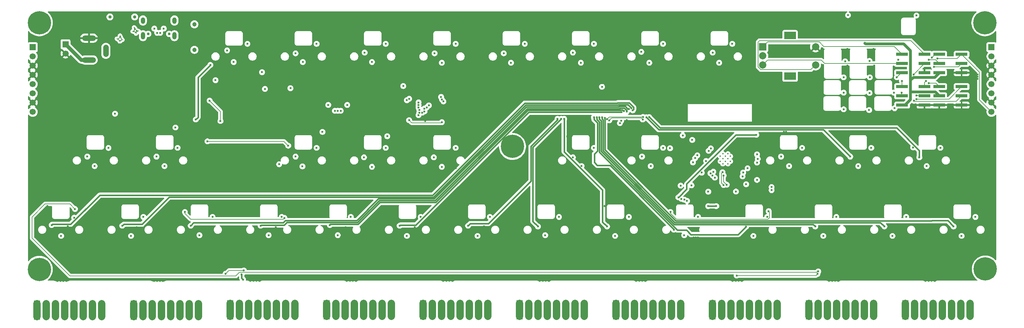
<source format=gbr>
%TF.GenerationSoftware,KiCad,Pcbnew,9.0.2*%
%TF.CreationDate,2025-12-31T15:45:33-05:00*%
%TF.ProjectId,Fracture,46726163-7475-4726-952e-6b696361645f,rev?*%
%TF.SameCoordinates,Original*%
%TF.FileFunction,Copper,L1,Top*%
%TF.FilePolarity,Positive*%
%FSLAX46Y46*%
G04 Gerber Fmt 4.6, Leading zero omitted, Abs format (unit mm)*
G04 Created by KiCad (PCBNEW 9.0.2) date 2025-12-31 15:45:33*
%MOMM*%
%LPD*%
G01*
G04 APERTURE LIST*
%TA.AperFunction,EtchedComponent*%
%ADD10C,0.000000*%
%TD*%
%TA.AperFunction,ComponentPad*%
%ADD11R,1.700000X1.700000*%
%TD*%
%TA.AperFunction,ComponentPad*%
%ADD12C,1.700000*%
%TD*%
%TA.AperFunction,ComponentPad*%
%ADD13C,0.800000*%
%TD*%
%TA.AperFunction,ComponentPad*%
%ADD14C,6.400000*%
%TD*%
%TA.AperFunction,SMDPad,CuDef*%
%ADD15R,3.300000X0.850000*%
%TD*%
%TA.AperFunction,ComponentPad*%
%ADD16R,2.000000X2.000000*%
%TD*%
%TA.AperFunction,ComponentPad*%
%ADD17C,2.000000*%
%TD*%
%TA.AperFunction,ComponentPad*%
%ADD18R,3.200000X2.000000*%
%TD*%
%TA.AperFunction,ComponentPad*%
%ADD19C,0.900000*%
%TD*%
%TA.AperFunction,ComponentPad*%
%ADD20C,1.200000*%
%TD*%
%TA.AperFunction,ComponentPad*%
%ADD21C,0.750000*%
%TD*%
%TA.AperFunction,ComponentPad*%
%ADD22O,1.200000X2.000000*%
%TD*%
%TA.AperFunction,ComponentPad*%
%ADD23O,1.200000X1.800000*%
%TD*%
%TA.AperFunction,ComponentPad*%
%ADD24O,3.800000X1.500000*%
%TD*%
%TA.AperFunction,ComponentPad*%
%ADD25O,1.500000X3.400000*%
%TD*%
%TA.AperFunction,ComponentPad*%
%ADD26C,0.400000*%
%TD*%
%TA.AperFunction,ViaPad*%
%ADD27C,0.600000*%
%TD*%
%TA.AperFunction,Conductor*%
%ADD28C,0.200000*%
%TD*%
%TA.AperFunction,Conductor*%
%ADD29C,0.400000*%
%TD*%
%TA.AperFunction,Conductor*%
%ADD30C,0.800000*%
%TD*%
%TA.AperFunction,Conductor*%
%ADD31C,1.000000*%
%TD*%
%TA.AperFunction,Conductor*%
%ADD32C,2.000000*%
%TD*%
G04 APERTURE END LIST*
D10*
%TA.AperFunction,EtchedComponent*%
%TO.C,G\u002A\u002A\u002A*%
G36*
X41049556Y-32255575D02*
G01*
X41079416Y-32303837D01*
X41170555Y-32490913D01*
X41266118Y-32731003D01*
X41339666Y-32956280D01*
X41351203Y-33001024D01*
X41396894Y-33110263D01*
X41437232Y-33141326D01*
X41524157Y-33187889D01*
X41631167Y-33296147D01*
X41717467Y-33418951D01*
X41744176Y-33496046D01*
X41690008Y-33557854D01*
X41579702Y-33577823D01*
X41402836Y-33636184D01*
X41228804Y-33796072D01*
X41089592Y-33926431D01*
X40954000Y-34002782D01*
X40850818Y-34014616D01*
X40808842Y-33951424D01*
X40808824Y-33949357D01*
X40769827Y-33860417D01*
X40684111Y-33750529D01*
X40593218Y-33627040D01*
X40559396Y-33534887D01*
X40601113Y-33463013D01*
X40702019Y-33465133D01*
X40825756Y-33535099D01*
X40881136Y-33589301D01*
X40999253Y-33725492D01*
X41094644Y-33589301D01*
X41225401Y-33482689D01*
X41341825Y-33453110D01*
X41493614Y-33453110D01*
X41307110Y-33274877D01*
X41189143Y-33140422D01*
X41124682Y-33024718D01*
X41120608Y-33000944D01*
X41070157Y-32896708D01*
X41027072Y-32869349D01*
X40946929Y-32870944D01*
X40933538Y-32900017D01*
X40891468Y-32981251D01*
X40786547Y-33102338D01*
X40746467Y-33141326D01*
X40628552Y-33266900D01*
X40563716Y-33365930D01*
X40559396Y-33384593D01*
X40513664Y-33446563D01*
X40402648Y-33448630D01*
X40265621Y-33398873D01*
X40141861Y-33305368D01*
X40134557Y-33297218D01*
X39999011Y-33141326D01*
X40252480Y-33141326D01*
X40471633Y-33109126D01*
X40624886Y-33023177D01*
X40684079Y-32899466D01*
X40684111Y-32896354D01*
X40728941Y-32832245D01*
X40746467Y-32829542D01*
X40787351Y-32774647D01*
X40808158Y-32639327D01*
X40808824Y-32606839D01*
X40836004Y-32427638D01*
X40902143Y-32291362D01*
X40909168Y-32283793D01*
X40992260Y-32218649D01*
X41049556Y-32255575D01*
G37*
%TD.AperFunction*%
%TA.AperFunction,EtchedComponent*%
G36*
X44975242Y-30015037D02*
G01*
X45049595Y-30144203D01*
X45056188Y-30257324D01*
X45097322Y-30319673D01*
X45171067Y-30335270D01*
X45276722Y-30377560D01*
X45298513Y-30462818D01*
X45355594Y-30632077D01*
X45506614Y-30787147D01*
X45721240Y-30903356D01*
X45896017Y-30948808D01*
X46090205Y-30993700D01*
X46166459Y-31049011D01*
X46122755Y-31107062D01*
X45957065Y-31160171D01*
X45952061Y-31161220D01*
X45713260Y-31246282D01*
X45581908Y-31384504D01*
X45547940Y-31551227D01*
X45514658Y-31702043D01*
X45435457Y-31832797D01*
X45341303Y-31893809D01*
X45334145Y-31894190D01*
X45305372Y-31841654D01*
X45298513Y-31766642D01*
X45241688Y-31590316D01*
X45093238Y-31443290D01*
X44886191Y-31351219D01*
X44740136Y-31332979D01*
X44582900Y-31319294D01*
X44494750Y-31285066D01*
X44487875Y-31270622D01*
X44441993Y-31222331D01*
X44417723Y-31223855D01*
X44379197Y-31208266D01*
X44776142Y-31208266D01*
X45037328Y-31208266D01*
X45197810Y-31221512D01*
X45289912Y-31254773D01*
X45298513Y-31270622D01*
X45345965Y-31331167D01*
X45360869Y-31332979D01*
X45407746Y-31279615D01*
X45423227Y-31177087D01*
X45401881Y-31059899D01*
X45360869Y-31021195D01*
X45314474Y-30967699D01*
X45298513Y-30860849D01*
X45270941Y-30724034D01*
X45205945Y-30609323D01*
X45130111Y-30553784D01*
X45087688Y-30566881D01*
X45059288Y-30651818D01*
X45049087Y-30779732D01*
X45001028Y-30959081D01*
X44912614Y-31081123D01*
X44776142Y-31208266D01*
X44379197Y-31208266D01*
X44335748Y-31190684D01*
X44318992Y-31161497D01*
X44346610Y-31100399D01*
X44451500Y-31083551D01*
X44571187Y-31065238D01*
X44612588Y-31028468D01*
X44664484Y-30970249D01*
X44737303Y-30940771D01*
X44809967Y-30903241D01*
X44847752Y-30818224D01*
X44861141Y-30653653D01*
X44862016Y-30559357D01*
X44851927Y-30369728D01*
X44825863Y-30243047D01*
X44799659Y-30210557D01*
X44748995Y-30158330D01*
X44737303Y-30085843D01*
X44782006Y-29980882D01*
X44855344Y-29961130D01*
X44975242Y-30015037D01*
G37*
%TD.AperFunction*%
%TD*%
D11*
%TO.P,J5,1,Pin_1*%
%TO.N,Net-(J5-Pin_1)*%
X44730000Y-109570000D03*
D12*
%TO.P,J5,2,Pin_2*%
%TO.N,Net-(J5-Pin_2)*%
X47270000Y-109570000D03*
%TO.P,J5,3,Pin_3*%
%TO.N,Net-(J5-Pin_3)*%
X49810000Y-109570000D03*
%TO.P,J5,4,Pin_4*%
%TO.N,Net-(J5-Pin_4)*%
X52350000Y-109570000D03*
%TO.P,J5,5,Pin_5*%
%TO.N,Net-(J5-Pin_5)*%
X54890000Y-109570000D03*
%TO.P,J5,6,Pin_6*%
%TO.N,Net-(J5-Pin_6)*%
X57430000Y-109570000D03*
%TO.P,J5,7,Pin_7*%
%TO.N,Net-(J5-Pin_7)*%
X59970000Y-109570000D03*
%TO.P,J5,8,Pin_8*%
%TO.N,Net-(J5-Pin_8)*%
X62510000Y-109570000D03*
%TD*%
D13*
%TO.P,H2,1*%
%TO.N,N/C*%
X276302944Y-96497056D03*
X277005888Y-94800000D03*
X277005888Y-98194112D03*
X278702944Y-94097056D03*
D14*
X278702944Y-96497056D03*
D13*
X278702944Y-98897056D03*
X280400000Y-94800000D03*
X280400000Y-98194112D03*
X281102944Y-96497056D03*
%TD*%
D15*
%TO.P,CO3,1,Pin_1*%
%TO.N,D40*%
X266060000Y-37460000D03*
%TO.P,CO3,2,Pin_2*%
%TO.N,D42*%
X272200000Y-37460000D03*
%TO.P,CO3,3,Pin_3*%
%TO.N,D41*%
X266060000Y-40000000D03*
%TO.P,CO3,4,Pin_4*%
%TO.N,D47*%
X272200000Y-40000000D03*
%TO.P,CO3,5,Pin_5*%
%TO.N,+3.3V*%
X266060000Y-42540000D03*
%TO.P,CO3,6,Pin_6*%
%TO.N,AGND*%
X272200000Y-42540000D03*
%TD*%
D11*
%TO.P,J5,1,Pin_1*%
%TO.N,Net-(J5-Pin_1)*%
X256725000Y-109540000D03*
D12*
%TO.P,J5,2,Pin_2*%
%TO.N,Net-(J5-Pin_2)*%
X259265000Y-109540000D03*
%TO.P,J5,3,Pin_3*%
%TO.N,Net-(J5-Pin_3)*%
X261805000Y-109540000D03*
%TO.P,J5,4,Pin_4*%
%TO.N,Net-(J5-Pin_4)*%
X264345000Y-109540000D03*
%TO.P,J5,5,Pin_5*%
%TO.N,Net-(J5-Pin_5)*%
X266885000Y-109540000D03*
%TO.P,J5,6,Pin_6*%
%TO.N,Net-(J5-Pin_6)*%
X269425000Y-109540000D03*
%TO.P,J5,7,Pin_7*%
%TO.N,Net-(J5-Pin_7)*%
X271965000Y-109540000D03*
%TO.P,J5,8,Pin_8*%
%TO.N,Net-(J5-Pin_8)*%
X274505000Y-109540000D03*
%TD*%
D11*
%TO.P,J5,1,Pin_1*%
%TO.N,Net-(J5-Pin_1)*%
X97725000Y-109540000D03*
D12*
%TO.P,J5,2,Pin_2*%
%TO.N,Net-(J5-Pin_2)*%
X100265000Y-109540000D03*
%TO.P,J5,3,Pin_3*%
%TO.N,Net-(J5-Pin_3)*%
X102805000Y-109540000D03*
%TO.P,J5,4,Pin_4*%
%TO.N,Net-(J5-Pin_4)*%
X105345000Y-109540000D03*
%TO.P,J5,5,Pin_5*%
%TO.N,Net-(J5-Pin_5)*%
X107885000Y-109540000D03*
%TO.P,J5,6,Pin_6*%
%TO.N,Net-(J5-Pin_6)*%
X110425000Y-109540000D03*
%TO.P,J5,7,Pin_7*%
%TO.N,Net-(J5-Pin_7)*%
X112965000Y-109540000D03*
%TO.P,J5,8,Pin_8*%
%TO.N,Net-(J5-Pin_8)*%
X115505000Y-109540000D03*
%TD*%
D11*
%TO.P,J6,1,Pin_1*%
%TO.N,Net-(J5-Pin_1)*%
X230220000Y-105965000D03*
D12*
%TO.P,J6,2,Pin_2*%
%TO.N,Net-(J5-Pin_2)*%
X232760000Y-105965000D03*
%TO.P,J6,3,Pin_3*%
%TO.N,Net-(J5-Pin_3)*%
X235300000Y-105965000D03*
%TO.P,J6,4,Pin_4*%
%TO.N,Net-(J5-Pin_4)*%
X237840000Y-105965000D03*
%TO.P,J6,5,Pin_5*%
%TO.N,Net-(J5-Pin_5)*%
X240380000Y-105965000D03*
%TO.P,J6,6,Pin_6*%
%TO.N,Net-(J5-Pin_6)*%
X242920000Y-105965000D03*
%TO.P,J6,7,Pin_7*%
%TO.N,Net-(J5-Pin_7)*%
X245460000Y-105965000D03*
%TO.P,J6,8,Pin_8*%
%TO.N,Net-(J5-Pin_8)*%
X248000000Y-105965000D03*
%TD*%
D11*
%TO.P,J6,1,Pin_1*%
%TO.N,Net-(J5-Pin_1)*%
X124220000Y-105965000D03*
D12*
%TO.P,J6,2,Pin_2*%
%TO.N,Net-(J5-Pin_2)*%
X126760000Y-105965000D03*
%TO.P,J6,3,Pin_3*%
%TO.N,Net-(J5-Pin_3)*%
X129300000Y-105965000D03*
%TO.P,J6,4,Pin_4*%
%TO.N,Net-(J5-Pin_4)*%
X131840000Y-105965000D03*
%TO.P,J6,5,Pin_5*%
%TO.N,Net-(J5-Pin_5)*%
X134380000Y-105965000D03*
%TO.P,J6,6,Pin_6*%
%TO.N,Net-(J5-Pin_6)*%
X136920000Y-105965000D03*
%TO.P,J6,7,Pin_7*%
%TO.N,Net-(J5-Pin_7)*%
X139460000Y-105965000D03*
%TO.P,J6,8,Pin_8*%
%TO.N,Net-(J5-Pin_8)*%
X142000000Y-105965000D03*
%TD*%
D13*
%TO.P,H5,1*%
%TO.N,N/C*%
X146400000Y-62800000D03*
X147102944Y-61102944D03*
X147102944Y-64497056D03*
X148800000Y-60400000D03*
D14*
X148800000Y-62800000D03*
D13*
X148800000Y-65200000D03*
X150497056Y-61102944D03*
X150497056Y-64497056D03*
X151200000Y-62800000D03*
%TD*%
D11*
%TO.P,J6,1,Pin_1*%
%TO.N,Net-(J5-Pin_1)*%
X177220000Y-105965000D03*
D12*
%TO.P,J6,2,Pin_2*%
%TO.N,Net-(J5-Pin_2)*%
X179760000Y-105965000D03*
%TO.P,J6,3,Pin_3*%
%TO.N,Net-(J5-Pin_3)*%
X182300000Y-105965000D03*
%TO.P,J6,4,Pin_4*%
%TO.N,Net-(J5-Pin_4)*%
X184840000Y-105965000D03*
%TO.P,J6,5,Pin_5*%
%TO.N,Net-(J5-Pin_5)*%
X187380000Y-105965000D03*
%TO.P,J6,6,Pin_6*%
%TO.N,Net-(J5-Pin_6)*%
X189920000Y-105965000D03*
%TO.P,J6,7,Pin_7*%
%TO.N,Net-(J5-Pin_7)*%
X192460000Y-105965000D03*
%TO.P,J6,8,Pin_8*%
%TO.N,Net-(J5-Pin_8)*%
X195000000Y-105965000D03*
%TD*%
D11*
%TO.P,J3,1,Pin_1*%
%TO.N,+5V*%
X17000000Y-35520000D03*
D12*
%TO.P,J3,2,Pin_2*%
X17000000Y-38060000D03*
%TO.P,J3,3,Pin_3*%
%TO.N,AGND*%
X17000000Y-40600000D03*
%TO.P,J3,4,Pin_4*%
X17000000Y-43140000D03*
%TO.P,J3,5,Pin_5*%
%TO.N,RS-485 B*%
X17000000Y-45680000D03*
%TO.P,J3,6,Pin_6*%
%TO.N,RS-485 A*%
X17000000Y-48220000D03*
%TO.P,J3,7,Pin_7*%
%TO.N,AGND*%
X17000000Y-50760000D03*
%TO.P,J3,8,Pin_8*%
%TO.N,D40*%
X17000000Y-53300000D03*
%TD*%
D11*
%TO.P,J6,1,Pin_1*%
%TO.N,Net-(J5-Pin_1)*%
X150720000Y-105965000D03*
D12*
%TO.P,J6,2,Pin_2*%
%TO.N,Net-(J5-Pin_2)*%
X153260000Y-105965000D03*
%TO.P,J6,3,Pin_3*%
%TO.N,Net-(J5-Pin_3)*%
X155800000Y-105965000D03*
%TO.P,J6,4,Pin_4*%
%TO.N,Net-(J5-Pin_4)*%
X158340000Y-105965000D03*
%TO.P,J6,5,Pin_5*%
%TO.N,Net-(J5-Pin_5)*%
X160880000Y-105965000D03*
%TO.P,J6,6,Pin_6*%
%TO.N,Net-(J5-Pin_6)*%
X163420000Y-105965000D03*
%TO.P,J6,7,Pin_7*%
%TO.N,Net-(J5-Pin_7)*%
X165960000Y-105965000D03*
%TO.P,J6,8,Pin_8*%
%TO.N,Net-(J5-Pin_8)*%
X168500000Y-105965000D03*
%TD*%
D11*
%TO.P,J6,1,Pin_1*%
%TO.N,Net-(J5-Pin_1)*%
X44725000Y-105995000D03*
D12*
%TO.P,J6,2,Pin_2*%
%TO.N,Net-(J5-Pin_2)*%
X47265000Y-105995000D03*
%TO.P,J6,3,Pin_3*%
%TO.N,Net-(J5-Pin_3)*%
X49805000Y-105995000D03*
%TO.P,J6,4,Pin_4*%
%TO.N,Net-(J5-Pin_4)*%
X52345000Y-105995000D03*
%TO.P,J6,5,Pin_5*%
%TO.N,Net-(J5-Pin_5)*%
X54885000Y-105995000D03*
%TO.P,J6,6,Pin_6*%
%TO.N,Net-(J5-Pin_6)*%
X57425000Y-105995000D03*
%TO.P,J6,7,Pin_7*%
%TO.N,Net-(J5-Pin_7)*%
X59965000Y-105995000D03*
%TO.P,J6,8,Pin_8*%
%TO.N,Net-(J5-Pin_8)*%
X62505000Y-105995000D03*
%TD*%
D11*
%TO.P,J6,1,Pin_1*%
%TO.N,Net-(J5-Pin_1)*%
X203720000Y-105965000D03*
D12*
%TO.P,J6,2,Pin_2*%
%TO.N,Net-(J5-Pin_2)*%
X206260000Y-105965000D03*
%TO.P,J6,3,Pin_3*%
%TO.N,Net-(J5-Pin_3)*%
X208800000Y-105965000D03*
%TO.P,J6,4,Pin_4*%
%TO.N,Net-(J5-Pin_4)*%
X211340000Y-105965000D03*
%TO.P,J6,5,Pin_5*%
%TO.N,Net-(J5-Pin_5)*%
X213880000Y-105965000D03*
%TO.P,J6,6,Pin_6*%
%TO.N,Net-(J5-Pin_6)*%
X216420000Y-105965000D03*
%TO.P,J6,7,Pin_7*%
%TO.N,Net-(J5-Pin_7)*%
X218960000Y-105965000D03*
%TO.P,J6,8,Pin_8*%
%TO.N,Net-(J5-Pin_8)*%
X221500000Y-105965000D03*
%TD*%
D11*
%TO.P,J5,1,Pin_1*%
%TO.N,Net-(J5-Pin_1)*%
X124225000Y-109540000D03*
D12*
%TO.P,J5,2,Pin_2*%
%TO.N,Net-(J5-Pin_2)*%
X126765000Y-109540000D03*
%TO.P,J5,3,Pin_3*%
%TO.N,Net-(J5-Pin_3)*%
X129305000Y-109540000D03*
%TO.P,J5,4,Pin_4*%
%TO.N,Net-(J5-Pin_4)*%
X131845000Y-109540000D03*
%TO.P,J5,5,Pin_5*%
%TO.N,Net-(J5-Pin_5)*%
X134385000Y-109540000D03*
%TO.P,J5,6,Pin_6*%
%TO.N,Net-(J5-Pin_6)*%
X136925000Y-109540000D03*
%TO.P,J5,7,Pin_7*%
%TO.N,Net-(J5-Pin_7)*%
X139465000Y-109540000D03*
%TO.P,J5,8,Pin_8*%
%TO.N,Net-(J5-Pin_8)*%
X142005000Y-109540000D03*
%TD*%
D11*
%TO.P,J5,1,Pin_1*%
%TO.N,Net-(J5-Pin_1)*%
X203725000Y-109540000D03*
D12*
%TO.P,J5,2,Pin_2*%
%TO.N,Net-(J5-Pin_2)*%
X206265000Y-109540000D03*
%TO.P,J5,3,Pin_3*%
%TO.N,Net-(J5-Pin_3)*%
X208805000Y-109540000D03*
%TO.P,J5,4,Pin_4*%
%TO.N,Net-(J5-Pin_4)*%
X211345000Y-109540000D03*
%TO.P,J5,5,Pin_5*%
%TO.N,Net-(J5-Pin_5)*%
X213885000Y-109540000D03*
%TO.P,J5,6,Pin_6*%
%TO.N,Net-(J5-Pin_6)*%
X216425000Y-109540000D03*
%TO.P,J5,7,Pin_7*%
%TO.N,Net-(J5-Pin_7)*%
X218965000Y-109540000D03*
%TO.P,J5,8,Pin_8*%
%TO.N,Net-(J5-Pin_8)*%
X221505000Y-109540000D03*
%TD*%
D11*
%TO.P,J5,1,Pin_1*%
%TO.N,Net-(J5-Pin_1)*%
X177225000Y-109540000D03*
D12*
%TO.P,J5,2,Pin_2*%
%TO.N,Net-(J5-Pin_2)*%
X179765000Y-109540000D03*
%TO.P,J5,3,Pin_3*%
%TO.N,Net-(J5-Pin_3)*%
X182305000Y-109540000D03*
%TO.P,J5,4,Pin_4*%
%TO.N,Net-(J5-Pin_4)*%
X184845000Y-109540000D03*
%TO.P,J5,5,Pin_5*%
%TO.N,Net-(J5-Pin_5)*%
X187385000Y-109540000D03*
%TO.P,J5,6,Pin_6*%
%TO.N,Net-(J5-Pin_6)*%
X189925000Y-109540000D03*
%TO.P,J5,7,Pin_7*%
%TO.N,Net-(J5-Pin_7)*%
X192465000Y-109540000D03*
%TO.P,J5,8,Pin_8*%
%TO.N,Net-(J5-Pin_8)*%
X195005000Y-109540000D03*
%TD*%
D11*
%TO.P,J6,1,Pin_1*%
%TO.N,Net-(J5-Pin_1)*%
X18175000Y-105995000D03*
D12*
%TO.P,J6,2,Pin_2*%
%TO.N,Net-(J5-Pin_2)*%
X20715000Y-105995000D03*
%TO.P,J6,3,Pin_3*%
%TO.N,Net-(J5-Pin_3)*%
X23255000Y-105995000D03*
%TO.P,J6,4,Pin_4*%
%TO.N,Net-(J5-Pin_4)*%
X25795000Y-105995000D03*
%TO.P,J6,5,Pin_5*%
%TO.N,Net-(J5-Pin_5)*%
X28335000Y-105995000D03*
%TO.P,J6,6,Pin_6*%
%TO.N,Net-(J5-Pin_6)*%
X30875000Y-105995000D03*
%TO.P,J6,7,Pin_7*%
%TO.N,Net-(J5-Pin_7)*%
X33415000Y-105995000D03*
%TO.P,J6,8,Pin_8*%
%TO.N,Net-(J5-Pin_8)*%
X35955000Y-105995000D03*
%TD*%
D16*
%TO.P,SW4,A,A*%
%TO.N,D1*%
X217575000Y-35400000D03*
D17*
%TO.P,SW4,B,B*%
%TO.N,D2*%
X217575000Y-40400000D03*
%TO.P,SW4,C,C*%
%TO.N,AGND*%
X217575000Y-37900000D03*
D18*
%TO.P,SW4,MP*%
%TO.N,N/C*%
X225075000Y-32300000D03*
X225075000Y-43500000D03*
D17*
%TO.P,SW4,S1,S1*%
%TO.N,D15*%
X232075000Y-40400000D03*
%TO.P,SW4,S2,S2*%
%TO.N,AGND*%
X232075000Y-35400000D03*
%TD*%
D11*
%TO.P,J5,1,Pin_1*%
%TO.N,Net-(J5-Pin_1)*%
X230225000Y-109540000D03*
D12*
%TO.P,J5,2,Pin_2*%
%TO.N,Net-(J5-Pin_2)*%
X232765000Y-109540000D03*
%TO.P,J5,3,Pin_3*%
%TO.N,Net-(J5-Pin_3)*%
X235305000Y-109540000D03*
%TO.P,J5,4,Pin_4*%
%TO.N,Net-(J5-Pin_4)*%
X237845000Y-109540000D03*
%TO.P,J5,5,Pin_5*%
%TO.N,Net-(J5-Pin_5)*%
X240385000Y-109540000D03*
%TO.P,J5,6,Pin_6*%
%TO.N,Net-(J5-Pin_6)*%
X242925000Y-109540000D03*
%TO.P,J5,7,Pin_7*%
%TO.N,Net-(J5-Pin_7)*%
X245465000Y-109540000D03*
%TO.P,J5,8,Pin_8*%
%TO.N,Net-(J5-Pin_8)*%
X248005000Y-109540000D03*
%TD*%
D15*
%TO.P,CO4,1,Pin_1*%
%TO.N,D48*%
X266060000Y-46366782D03*
%TO.P,CO4,2,Pin_2*%
%TO.N,DRX*%
X272200000Y-46366782D03*
%TO.P,CO4,3,Pin_3*%
%TO.N,+3.3V*%
X266060000Y-48906782D03*
%TO.P,CO4,4,Pin_4*%
%TO.N,DTX*%
X272200000Y-48906782D03*
%TO.P,CO4,5,Pin_5*%
%TO.N,AGND*%
X266060000Y-51446782D03*
%TO.P,CO4,6,Pin_6*%
X272200000Y-51446782D03*
%TD*%
D11*
%TO.P,J6,1,Pin_1*%
%TO.N,Net-(J5-Pin_1)*%
X256720000Y-105965000D03*
D12*
%TO.P,J6,2,Pin_2*%
%TO.N,Net-(J5-Pin_2)*%
X259260000Y-105965000D03*
%TO.P,J6,3,Pin_3*%
%TO.N,Net-(J5-Pin_3)*%
X261800000Y-105965000D03*
%TO.P,J6,4,Pin_4*%
%TO.N,Net-(J5-Pin_4)*%
X264340000Y-105965000D03*
%TO.P,J6,5,Pin_5*%
%TO.N,Net-(J5-Pin_5)*%
X266880000Y-105965000D03*
%TO.P,J6,6,Pin_6*%
%TO.N,Net-(J5-Pin_6)*%
X269420000Y-105965000D03*
%TO.P,J6,7,Pin_7*%
%TO.N,Net-(J5-Pin_7)*%
X271960000Y-105965000D03*
%TO.P,J6,8,Pin_8*%
%TO.N,Net-(J5-Pin_8)*%
X274500000Y-105965000D03*
%TD*%
D11*
%TO.P,J5,1,Pin_1*%
%TO.N,Net-(J5-Pin_1)*%
X18180000Y-109570000D03*
D12*
%TO.P,J5,2,Pin_2*%
%TO.N,Net-(J5-Pin_2)*%
X20720000Y-109570000D03*
%TO.P,J5,3,Pin_3*%
%TO.N,Net-(J5-Pin_3)*%
X23260000Y-109570000D03*
%TO.P,J5,4,Pin_4*%
%TO.N,Net-(J5-Pin_4)*%
X25800000Y-109570000D03*
%TO.P,J5,5,Pin_5*%
%TO.N,Net-(J5-Pin_5)*%
X28340000Y-109570000D03*
%TO.P,J5,6,Pin_6*%
%TO.N,Net-(J5-Pin_6)*%
X30880000Y-109570000D03*
%TO.P,J5,7,Pin_7*%
%TO.N,Net-(J5-Pin_7)*%
X33420000Y-109570000D03*
%TO.P,J5,8,Pin_8*%
%TO.N,Net-(J5-Pin_8)*%
X35960000Y-109570000D03*
%TD*%
D11*
%TO.P,J5,1,Pin_1*%
%TO.N,Net-(J5-Pin_1)*%
X71225000Y-109540000D03*
D12*
%TO.P,J5,2,Pin_2*%
%TO.N,Net-(J5-Pin_2)*%
X73765000Y-109540000D03*
%TO.P,J5,3,Pin_3*%
%TO.N,Net-(J5-Pin_3)*%
X76305000Y-109540000D03*
%TO.P,J5,4,Pin_4*%
%TO.N,Net-(J5-Pin_4)*%
X78845000Y-109540000D03*
%TO.P,J5,5,Pin_5*%
%TO.N,Net-(J5-Pin_5)*%
X81385000Y-109540000D03*
%TO.P,J5,6,Pin_6*%
%TO.N,Net-(J5-Pin_6)*%
X83925000Y-109540000D03*
%TO.P,J5,7,Pin_7*%
%TO.N,Net-(J5-Pin_7)*%
X86465000Y-109540000D03*
%TO.P,J5,8,Pin_8*%
%TO.N,Net-(J5-Pin_8)*%
X89005000Y-109540000D03*
%TD*%
D11*
%TO.P,J6,1,Pin_1*%
%TO.N,Net-(J5-Pin_1)*%
X71220000Y-105965000D03*
D12*
%TO.P,J6,2,Pin_2*%
%TO.N,Net-(J5-Pin_2)*%
X73760000Y-105965000D03*
%TO.P,J6,3,Pin_3*%
%TO.N,Net-(J5-Pin_3)*%
X76300000Y-105965000D03*
%TO.P,J6,4,Pin_4*%
%TO.N,Net-(J5-Pin_4)*%
X78840000Y-105965000D03*
%TO.P,J6,5,Pin_5*%
%TO.N,Net-(J5-Pin_5)*%
X81380000Y-105965000D03*
%TO.P,J6,6,Pin_6*%
%TO.N,Net-(J5-Pin_6)*%
X83920000Y-105965000D03*
%TO.P,J6,7,Pin_7*%
%TO.N,Net-(J5-Pin_7)*%
X86460000Y-105965000D03*
%TO.P,J6,8,Pin_8*%
%TO.N,Net-(J5-Pin_8)*%
X89000000Y-105965000D03*
%TD*%
D15*
%TO.P,CO1,1,Pin_1*%
%TO.N,D1*%
X255860000Y-37460000D03*
%TO.P,CO1,2,Pin_2*%
%TO.N,D15*%
X262000000Y-37460000D03*
%TO.P,CO1,3,Pin_3*%
%TO.N,D2*%
X255860000Y-40000000D03*
%TO.P,CO1,4,Pin_4*%
%TO.N,D35*%
X262000000Y-40000000D03*
%TO.P,CO1,5,Pin_5*%
%TO.N,+5V*%
X255860000Y-42540000D03*
%TO.P,CO1,6,Pin_6*%
%TO.N,AGND*%
X262000000Y-42540000D03*
%TD*%
D13*
%TO.P,H3,1*%
%TO.N,N/C*%
X16400000Y-28800000D03*
X17102944Y-27102944D03*
X17102944Y-30497056D03*
X18800000Y-26400000D03*
D14*
X18800000Y-28800000D03*
D13*
X18800000Y-31200000D03*
X20497056Y-27102944D03*
X20497056Y-30497056D03*
X21200000Y-28800000D03*
%TD*%
%TO.P,H4,1*%
%TO.N,N/C*%
X276200000Y-28800000D03*
X276902944Y-27102944D03*
X276902944Y-30497056D03*
X278600000Y-26400000D03*
D14*
X278600000Y-28800000D03*
D13*
X278600000Y-31200000D03*
X280297056Y-27102944D03*
X280297056Y-30497056D03*
X281000000Y-28800000D03*
%TD*%
%TO.P,H1,1*%
%TO.N,N/C*%
X16400000Y-96600000D03*
X17102944Y-94902944D03*
X17102944Y-98297056D03*
X18800000Y-94200000D03*
D14*
X18800000Y-96600000D03*
D13*
X18800000Y-99000000D03*
X20497056Y-94902944D03*
X20497056Y-98297056D03*
X21200000Y-96600000D03*
%TD*%
D11*
%TO.P,J4,1,Pin_1*%
%TO.N,+5V*%
X280400000Y-35520000D03*
D12*
%TO.P,J4,2,Pin_2*%
X280400000Y-38060000D03*
%TO.P,J4,3,Pin_3*%
%TO.N,AGND*%
X280400000Y-40600000D03*
%TO.P,J4,4,Pin_4*%
X280400000Y-43140000D03*
%TO.P,J4,5,Pin_5*%
%TO.N,RS-485 B*%
X280400000Y-45680000D03*
%TO.P,J4,6,Pin_6*%
%TO.N,RS-485 A*%
X280400000Y-48220000D03*
%TO.P,J4,7,Pin_7*%
%TO.N,AGND*%
X280400000Y-50760000D03*
%TO.P,J4,8,Pin_8*%
%TO.N,D42*%
X280400000Y-53300000D03*
%TD*%
D11*
%TO.P,J5,1,Pin_1*%
%TO.N,Net-(J5-Pin_1)*%
X150725000Y-109540000D03*
D12*
%TO.P,J5,2,Pin_2*%
%TO.N,Net-(J5-Pin_2)*%
X153265000Y-109540000D03*
%TO.P,J5,3,Pin_3*%
%TO.N,Net-(J5-Pin_3)*%
X155805000Y-109540000D03*
%TO.P,J5,4,Pin_4*%
%TO.N,Net-(J5-Pin_4)*%
X158345000Y-109540000D03*
%TO.P,J5,5,Pin_5*%
%TO.N,Net-(J5-Pin_5)*%
X160885000Y-109540000D03*
%TO.P,J5,6,Pin_6*%
%TO.N,Net-(J5-Pin_6)*%
X163425000Y-109540000D03*
%TO.P,J5,7,Pin_7*%
%TO.N,Net-(J5-Pin_7)*%
X165965000Y-109540000D03*
%TO.P,J5,8,Pin_8*%
%TO.N,Net-(J5-Pin_8)*%
X168505000Y-109540000D03*
%TD*%
D11*
%TO.P,J6,1,Pin_1*%
%TO.N,Net-(J5-Pin_1)*%
X97720000Y-105965000D03*
D12*
%TO.P,J6,2,Pin_2*%
%TO.N,Net-(J5-Pin_2)*%
X100260000Y-105965000D03*
%TO.P,J6,3,Pin_3*%
%TO.N,Net-(J5-Pin_3)*%
X102800000Y-105965000D03*
%TO.P,J6,4,Pin_4*%
%TO.N,Net-(J5-Pin_4)*%
X105340000Y-105965000D03*
%TO.P,J6,5,Pin_5*%
%TO.N,Net-(J5-Pin_5)*%
X107880000Y-105965000D03*
%TO.P,J6,6,Pin_6*%
%TO.N,Net-(J5-Pin_6)*%
X110420000Y-105965000D03*
%TO.P,J6,7,Pin_7*%
%TO.N,Net-(J5-Pin_7)*%
X112960000Y-105965000D03*
%TO.P,J6,8,Pin_8*%
%TO.N,Net-(J5-Pin_8)*%
X115500000Y-105965000D03*
%TD*%
D15*
%TO.P,CO2,1,Pin_1*%
%TO.N,D36*%
X255860000Y-46366782D03*
%TO.P,CO2,2,Pin_2*%
%TO.N,D38*%
X262000000Y-46366782D03*
%TO.P,CO2,3,Pin_3*%
%TO.N,D37*%
X255860000Y-48906782D03*
%TO.P,CO2,4,Pin_4*%
%TO.N,D39*%
X262000000Y-48906782D03*
%TO.P,CO2,5,Pin_5*%
%TO.N,+3.3V*%
X255860000Y-51446782D03*
%TO.P,CO2,6,Pin_6*%
%TO.N,AGND*%
X262000000Y-51446782D03*
%TD*%
D11*
%TO.P,J1,1,Pin_1*%
%TO.N,+BATT*%
X26000000Y-34710000D03*
D12*
%TO.P,J1,2,Pin_2*%
%TO.N,AGND*%
X26000000Y-37250000D03*
%TD*%
D19*
%TO.P,SW1,*%
%TO.N,*%
X38200000Y-27187500D03*
X45000000Y-27187500D03*
%TD*%
D20*
%TO.P,CN1,*%
%TO.N,*%
X61400000Y-36245000D03*
X61400000Y-29245000D03*
%TD*%
D21*
%TO.P,P1,*%
%TO.N,*%
X48700000Y-31862500D03*
X54500000Y-31862500D03*
D22*
%TO.P,P1,0*%
%TO.N,N/C*%
X47270000Y-32362500D03*
%TO.P,P1,1*%
X55930000Y-32362500D03*
D23*
%TO.P,P1,2*%
X55930000Y-28182500D03*
%TO.P,P1,3*%
X47270000Y-28182500D03*
%TD*%
D24*
%TO.P,J2,1*%
%TO.N,+BATT*%
X32435000Y-39037500D03*
%TO.P,J2,2*%
%TO.N,AGND*%
X32435000Y-33037500D03*
D25*
%TO.P,J2,3*%
%TO.N,N/C*%
X37095000Y-36537500D03*
%TD*%
D26*
%TO.P,U5,*%
%TO.N,*%
X208700000Y-66892500D03*
X208700000Y-65492500D03*
X208000000Y-67592500D03*
X208000000Y-66192500D03*
X208000000Y-64792500D03*
X207300000Y-66892500D03*
X207300000Y-65492500D03*
X206600000Y-67592500D03*
X206600000Y-66192500D03*
X206600000Y-64792500D03*
X205900000Y-66892500D03*
X205900000Y-65492500D03*
%TD*%
D27*
%TO.N,AGND*%
X36600000Y-70000000D03*
X122400000Y-89000000D03*
X189200000Y-41400000D03*
X62000000Y-58800000D03*
X246200000Y-69400000D03*
X94200000Y-68800000D03*
X113200000Y-42600000D03*
X133200000Y-68800000D03*
X46600000Y-88400000D03*
X56400000Y-68800000D03*
X85000000Y-87800000D03*
X46000000Y-41200000D03*
X170800000Y-69400000D03*
X218800000Y-87800000D03*
X46600000Y-41200000D03*
X190400000Y-70000000D03*
X132000000Y-46000000D03*
X44600000Y-58400000D03*
X94800000Y-69400000D03*
X247925000Y-49200000D03*
X169400000Y-37400000D03*
X131400000Y-46000000D03*
X114200000Y-70000000D03*
X72200000Y-29800000D03*
X26200000Y-40600000D03*
X170400000Y-41400000D03*
X46000000Y-41800000D03*
X142800000Y-88400000D03*
X186400000Y-46600000D03*
X114200000Y-69400000D03*
X174600000Y-45400000D03*
X257000000Y-88400000D03*
X151600000Y-40200000D03*
X112600000Y-42000000D03*
X152200000Y-40200000D03*
X236800000Y-88400000D03*
X57000000Y-70000000D03*
X23800000Y-40600000D03*
X131400000Y-37400000D03*
X64200000Y-70200000D03*
X145200000Y-31800000D03*
X25000000Y-40600000D03*
X199800000Y-87800000D03*
X250600000Y-55400000D03*
X189800000Y-70000000D03*
X208400000Y-40800000D03*
X260600000Y-29200000D03*
X171600000Y-41400000D03*
X57400000Y-41200000D03*
X98400000Y-46800000D03*
X218800000Y-88400000D03*
X113000000Y-69400000D03*
X261800000Y-29200000D03*
X141000000Y-84800000D03*
X74000000Y-28000000D03*
X99000000Y-48000000D03*
X95000000Y-41600000D03*
X255800000Y-89000000D03*
X171000000Y-40200000D03*
X64600000Y-51400000D03*
X112600000Y-43200000D03*
X93800000Y-42200000D03*
X276000000Y-43000000D03*
X265000000Y-70000000D03*
X85600000Y-89000000D03*
X46600000Y-41800000D03*
X250000000Y-54800000D03*
X276000000Y-43600000D03*
X98400000Y-47400000D03*
X93800000Y-41000000D03*
X237200000Y-55400000D03*
X26600000Y-84800000D03*
X217200000Y-85200000D03*
X240915769Y-49323094D03*
X88000000Y-31600000D03*
X227200000Y-70000000D03*
X121200000Y-44600000D03*
X174000000Y-45400000D03*
X228400000Y-68800000D03*
X120000000Y-44000000D03*
X23200000Y-41200000D03*
X72200000Y-30400000D03*
X240600000Y-45000000D03*
X189200000Y-40800000D03*
X171600000Y-40800000D03*
X37800000Y-68800000D03*
X180200000Y-87800000D03*
X121200000Y-44000000D03*
X85000000Y-89000000D03*
X99000000Y-47400000D03*
X46000000Y-42400000D03*
X104000000Y-89000000D03*
X223400000Y-59400000D03*
X23800000Y-41200000D03*
X244200000Y-54800000D03*
X170200000Y-69400000D03*
X113600000Y-68800000D03*
X244200000Y-54200000D03*
X189800000Y-69400000D03*
X238000000Y-88400000D03*
X55200000Y-65800000D03*
X132600000Y-40800000D03*
X65400000Y-88400000D03*
X248000000Y-36000000D03*
X56800000Y-41200000D03*
X237400000Y-88400000D03*
X25600000Y-41200000D03*
X113000000Y-68800000D03*
X170200000Y-68800000D03*
X269400000Y-89000000D03*
X133200000Y-68200000D03*
X268800000Y-79000000D03*
X95000000Y-42200000D03*
X255800000Y-87800000D03*
X132000000Y-40800000D03*
X130800000Y-45400000D03*
X66600000Y-87800000D03*
X161800000Y-88400000D03*
X208400000Y-41400000D03*
X44000000Y-58400000D03*
X143400000Y-88400000D03*
X174000000Y-44200000D03*
X126200000Y-31800000D03*
X32400000Y-55000000D03*
X47800000Y-89000000D03*
X84400000Y-89000000D03*
X97800000Y-48000000D03*
X181200000Y-41000000D03*
X187000000Y-46600000D03*
X199200000Y-87800000D03*
X218800000Y-89000000D03*
X83400000Y-39400000D03*
X23200000Y-40000000D03*
X85600000Y-87800000D03*
X276600000Y-43000000D03*
X66600000Y-88400000D03*
X104600000Y-87800000D03*
X259600000Y-60200000D03*
X133200000Y-41400000D03*
X133200000Y-67600000D03*
X33000000Y-55600000D03*
X217600000Y-89000000D03*
X33600000Y-54400000D03*
X174600000Y-44800000D03*
X65400000Y-69600000D03*
X180800000Y-88400000D03*
X130800000Y-46000000D03*
X64200000Y-69000000D03*
X236800000Y-89000000D03*
X161200000Y-87800000D03*
X28000000Y-89000000D03*
X112600000Y-42600000D03*
X133200000Y-40200000D03*
X35600000Y-65800000D03*
X94200000Y-69400000D03*
X24400000Y-41200000D03*
X263000000Y-41200000D03*
X65400000Y-70200000D03*
X270000000Y-87800000D03*
X56800000Y-41800000D03*
X64800000Y-85000000D03*
X198600000Y-87800000D03*
X21000000Y-79200000D03*
X186400000Y-46000000D03*
X123600000Y-88400000D03*
X123000000Y-89000000D03*
X107000000Y-31600000D03*
X81400000Y-66000000D03*
X179600000Y-89000000D03*
X25600000Y-40000000D03*
X81400000Y-66600000D03*
X190400000Y-40800000D03*
X93600000Y-70000000D03*
X218200000Y-89000000D03*
X95000000Y-41000000D03*
X211800000Y-64400000D03*
X268800000Y-88400000D03*
X266200000Y-69400000D03*
X103400000Y-89000000D03*
X240800000Y-40600000D03*
X180800000Y-89000000D03*
X132600000Y-68800000D03*
X132000000Y-40200000D03*
X113800000Y-42000000D03*
X28600000Y-88400000D03*
X124800000Y-55800000D03*
X47800000Y-87800000D03*
X187600000Y-46000000D03*
X189800000Y-40200000D03*
X57000000Y-69400000D03*
X264800000Y-65800000D03*
X113600000Y-70000000D03*
X27400000Y-89000000D03*
X142200000Y-89000000D03*
X72800000Y-29800000D03*
X217600000Y-88400000D03*
X27400000Y-88400000D03*
X265600000Y-69400000D03*
X170800000Y-68800000D03*
X112400000Y-66000000D03*
X178800000Y-85000000D03*
X173400000Y-44200000D03*
X190400000Y-41400000D03*
X47200000Y-41200000D03*
X256400000Y-87800000D03*
X44600000Y-59000000D03*
X233200000Y-49400000D03*
X276000000Y-44200000D03*
X227200000Y-69400000D03*
X180200000Y-55600000D03*
X47800000Y-88400000D03*
X269400000Y-88400000D03*
X237400000Y-87800000D03*
X236600000Y-54200000D03*
X98400000Y-48000000D03*
X131400000Y-44800000D03*
X33600000Y-55600000D03*
X190400000Y-40200000D03*
X171400000Y-68800000D03*
X58900000Y-79300000D03*
X187000000Y-47200000D03*
X22600000Y-40000000D03*
X82200000Y-40000000D03*
X113600000Y-69400000D03*
X233400000Y-44600000D03*
X37800000Y-69400000D03*
X82806897Y-49985861D03*
X260600000Y-29800000D03*
X26800000Y-41200000D03*
X256400000Y-88400000D03*
X151000000Y-40200000D03*
X93800000Y-41600000D03*
X55800000Y-68800000D03*
X82200000Y-38800000D03*
X32400000Y-54400000D03*
X82800000Y-40000000D03*
X173400000Y-44800000D03*
X248200000Y-44600000D03*
X209600000Y-40800000D03*
X171600000Y-40200000D03*
X188400000Y-37400000D03*
X216800000Y-55800000D03*
X97903054Y-79204054D03*
X47200000Y-87800000D03*
X26800000Y-40000000D03*
X209000000Y-41400000D03*
X236200000Y-85000000D03*
X80800000Y-66000000D03*
X183200000Y-31800000D03*
X87400000Y-60400000D03*
X132000000Y-41400000D03*
X174600000Y-44200000D03*
X123600000Y-89000000D03*
X37200000Y-70000000D03*
X211200000Y-65600000D03*
X130800000Y-44800000D03*
X26800000Y-40600000D03*
X56400000Y-70000000D03*
X228400000Y-69400000D03*
X135803054Y-79104054D03*
X22600000Y-41200000D03*
X261800000Y-29800000D03*
X74400000Y-37200000D03*
X209000000Y-40200000D03*
X57400000Y-42400000D03*
X113200000Y-43200000D03*
X82800000Y-38800000D03*
X81400000Y-65400000D03*
X25600000Y-40600000D03*
X43400000Y-58400000D03*
X93600000Y-68800000D03*
X56800000Y-42400000D03*
X257000000Y-89000000D03*
X223400000Y-58800000D03*
X44000000Y-59000000D03*
X257000000Y-87800000D03*
X261200000Y-29800000D03*
X174000000Y-44800000D03*
X83400000Y-38800000D03*
X190400000Y-68800000D03*
X113800000Y-42600000D03*
X113000000Y-70000000D03*
X43400000Y-59600000D03*
X180200000Y-89000000D03*
X78000000Y-79400000D03*
X192200000Y-79200000D03*
X132000000Y-45400000D03*
X113800000Y-43200000D03*
X261200000Y-29200000D03*
X85600000Y-88400000D03*
X104000000Y-87800000D03*
X227800000Y-68800000D03*
X46600000Y-42400000D03*
X256400000Y-89000000D03*
X132600000Y-67600000D03*
X47200000Y-88400000D03*
X43400000Y-59000000D03*
X80200000Y-66000000D03*
X181200000Y-42200000D03*
X24400000Y-40000000D03*
X190400000Y-69400000D03*
X209600000Y-41400000D03*
X265000000Y-69400000D03*
X181800000Y-42200000D03*
X173400000Y-45400000D03*
X24400000Y-40600000D03*
X217400000Y-55800000D03*
X94400000Y-41000000D03*
X65400000Y-89000000D03*
X33000000Y-55000000D03*
X27400000Y-40000000D03*
X120000000Y-44600000D03*
X240800000Y-36000000D03*
X211800000Y-65000000D03*
X202400000Y-31600000D03*
X57400000Y-41800000D03*
X26200000Y-40000000D03*
X217400000Y-55200000D03*
X246800000Y-69400000D03*
X189200000Y-69400000D03*
X83400000Y-40000000D03*
X151600000Y-41400000D03*
X66000000Y-88400000D03*
X143400000Y-89000000D03*
X245800000Y-66000000D03*
X199200000Y-88400000D03*
X189800000Y-40800000D03*
X180600000Y-41600000D03*
X247400000Y-68800000D03*
X179600000Y-88400000D03*
X123000000Y-88400000D03*
X180800000Y-87800000D03*
X159800000Y-85000000D03*
X224000000Y-59400000D03*
X274400000Y-85000000D03*
X209600000Y-40200000D03*
X211200000Y-65000000D03*
X276600000Y-44200000D03*
X227200000Y-68800000D03*
X120600000Y-44600000D03*
X181800000Y-41600000D03*
X132000000Y-67600000D03*
X36600000Y-68800000D03*
X261200000Y-30400000D03*
X29800000Y-60400000D03*
X226600000Y-65800000D03*
X120600000Y-44000000D03*
X80800000Y-66600000D03*
X182875000Y-60075000D03*
X243000000Y-55400000D03*
X244200000Y-55400000D03*
X265600000Y-70000000D03*
X187600000Y-46600000D03*
X255800000Y-88400000D03*
X55800000Y-69400000D03*
X170400000Y-40200000D03*
X151600000Y-40800000D03*
X73400000Y-28000000D03*
X80200000Y-66600000D03*
X169675000Y-66075000D03*
X65400000Y-87800000D03*
X58000000Y-41800000D03*
X73400000Y-27400000D03*
X270000000Y-89000000D03*
X27400000Y-41200000D03*
X236600000Y-54800000D03*
X276600000Y-43600000D03*
X247400000Y-70000000D03*
X236600000Y-55400000D03*
X25000000Y-40000000D03*
X94400000Y-41600000D03*
X152200000Y-41400000D03*
X44600000Y-59600000D03*
X236000000Y-55400000D03*
X155305417Y-79305417D03*
X161200000Y-88400000D03*
X64200000Y-69600000D03*
X104600000Y-89000000D03*
X212400000Y-65600000D03*
X150400000Y-37400000D03*
X161800000Y-89000000D03*
X160600000Y-89000000D03*
X189200000Y-70000000D03*
X250000000Y-55400000D03*
X58000000Y-41200000D03*
X36600000Y-69400000D03*
X112200000Y-37200000D03*
X72800000Y-30400000D03*
X46600000Y-87800000D03*
X198600000Y-88400000D03*
X238000000Y-89000000D03*
X49400000Y-60200000D03*
X122400000Y-88400000D03*
X28000000Y-87800000D03*
X131400000Y-45400000D03*
X132000000Y-68200000D03*
X237200000Y-54200000D03*
X266200000Y-70000000D03*
X248200000Y-40600000D03*
X55800000Y-70000000D03*
X265600000Y-68800000D03*
X93200000Y-37200000D03*
X171400000Y-70000000D03*
X243000000Y-54200000D03*
X251200000Y-54800000D03*
X132600000Y-68200000D03*
X199800000Y-88400000D03*
X103400000Y-88400000D03*
X23800000Y-40000000D03*
X32400000Y-55600000D03*
X249600000Y-79000000D03*
X236800000Y-87800000D03*
X180200000Y-88400000D03*
X64800000Y-70200000D03*
X212253554Y-79124000D03*
X114200000Y-68800000D03*
X236000000Y-54200000D03*
X37200000Y-69400000D03*
X151000000Y-40800000D03*
X123600000Y-87800000D03*
X246200000Y-68800000D03*
X243600000Y-54800000D03*
X74000000Y-27400000D03*
X255200000Y-84800000D03*
X179600000Y-87800000D03*
X122400000Y-87800000D03*
X120600000Y-43400000D03*
X181800000Y-41000000D03*
X47200000Y-89000000D03*
X143400000Y-87800000D03*
X218200000Y-88400000D03*
X198600000Y-89000000D03*
X104600000Y-88400000D03*
X103000000Y-85000000D03*
X209000000Y-40800000D03*
X93600000Y-69400000D03*
X64800000Y-69000000D03*
X187600000Y-47200000D03*
X171400000Y-69400000D03*
X250600000Y-54800000D03*
X56400000Y-69400000D03*
X79400000Y-46600000D03*
X84400000Y-88400000D03*
X80200000Y-65400000D03*
X40642485Y-79166485D03*
X261800000Y-30400000D03*
X44000000Y-59600000D03*
X211800000Y-65600000D03*
X116903554Y-79203554D03*
X142200000Y-88400000D03*
X234000000Y-35800000D03*
X22600000Y-40600000D03*
X189800000Y-68800000D03*
X199200000Y-89000000D03*
X243000000Y-54800000D03*
X227800000Y-70000000D03*
X161800000Y-87800000D03*
X187000000Y-46000000D03*
X28600000Y-87800000D03*
X69200000Y-31600000D03*
X94200000Y-70000000D03*
X93200000Y-65800000D03*
X189200000Y-40200000D03*
X269400000Y-87800000D03*
X151000000Y-41400000D03*
X251200000Y-54200000D03*
X142200000Y-87800000D03*
X237200000Y-54800000D03*
X142800000Y-89000000D03*
X266200000Y-68800000D03*
X270000000Y-88400000D03*
X237400000Y-89000000D03*
X106600000Y-60000000D03*
X160600000Y-88400000D03*
X121200000Y-43400000D03*
X45600000Y-85000000D03*
X188675000Y-66075000D03*
X243600000Y-54200000D03*
X238000000Y-87800000D03*
X80800000Y-65400000D03*
X94400000Y-42200000D03*
X82200000Y-39400000D03*
X198200000Y-85200000D03*
X26200000Y-41200000D03*
X132000000Y-68800000D03*
X99000000Y-46800000D03*
X164200000Y-31800000D03*
X132600000Y-40200000D03*
X251200000Y-55400000D03*
X217600000Y-87800000D03*
X189200000Y-68800000D03*
X207600000Y-37200000D03*
X37800000Y-70000000D03*
X58000000Y-42400000D03*
X69200000Y-51600000D03*
X211200000Y-64400000D03*
X37200000Y-68800000D03*
X132600000Y-41400000D03*
X260600000Y-30400000D03*
X120000000Y-43400000D03*
X82800000Y-39400000D03*
X66600000Y-89000000D03*
X247400000Y-69400000D03*
X227800000Y-69400000D03*
X122000000Y-85000000D03*
X161200000Y-89000000D03*
X33600000Y-55000000D03*
X180600000Y-41000000D03*
X28600000Y-89000000D03*
X85000000Y-88400000D03*
X246800000Y-70000000D03*
X170400000Y-40800000D03*
X103400000Y-87800000D03*
X132000000Y-44800000D03*
X212400000Y-64400000D03*
X171000000Y-40800000D03*
X142800000Y-87800000D03*
X152200000Y-40800000D03*
X243600000Y-55400000D03*
X250000000Y-54200000D03*
X268800000Y-87800000D03*
X265000000Y-68800000D03*
X64800000Y-69600000D03*
X199800000Y-89000000D03*
X180600000Y-42200000D03*
X240600000Y-60400000D03*
X27400000Y-87800000D03*
X46600000Y-89000000D03*
X66000000Y-87800000D03*
X189800000Y-41400000D03*
X27400000Y-40600000D03*
X268800000Y-89000000D03*
X94800000Y-68800000D03*
X236000000Y-54800000D03*
X174153554Y-79153554D03*
X104000000Y-88400000D03*
X47200000Y-42400000D03*
X228400000Y-70000000D03*
X28000000Y-88400000D03*
X250600000Y-54200000D03*
X224000000Y-58800000D03*
X221400000Y-60200000D03*
X186400000Y-47200000D03*
X181200000Y-41600000D03*
X246800000Y-68800000D03*
X123000000Y-87800000D03*
X57000000Y-68800000D03*
X170800000Y-70000000D03*
X234125000Y-40400000D03*
X66000000Y-89000000D03*
X97800000Y-46800000D03*
X246200000Y-70000000D03*
X65400000Y-69000000D03*
X83800000Y-85000000D03*
X97800000Y-47400000D03*
X170200000Y-70000000D03*
X94800000Y-70000000D03*
X113200000Y-42000000D03*
X84400000Y-87800000D03*
X25000000Y-41200000D03*
X163875000Y-60075000D03*
X133200000Y-40800000D03*
X171000000Y-41400000D03*
X218200000Y-87800000D03*
X47200000Y-41800000D03*
X230800000Y-79200000D03*
X33000000Y-54400000D03*
X23200000Y-40600000D03*
X212400000Y-65000000D03*
X160600000Y-87800000D03*
X208400000Y-40200000D03*
%TO.N,BUZZER_DATA*%
X202600000Y-79200000D03*
X204800000Y-79200000D03*
%TO.N,+3.3VA*%
X81800000Y-87200000D03*
X118800000Y-46200000D03*
X186800000Y-68200000D03*
X53200000Y-68200000D03*
X148400000Y-39800000D03*
X234200000Y-87400000D03*
X167800000Y-68200000D03*
X72200000Y-39600000D03*
X110200000Y-39600000D03*
X129400000Y-68400000D03*
X167600000Y-39800000D03*
X91200000Y-39600000D03*
X100000000Y-53000000D03*
X103400000Y-51400000D03*
X253200000Y-87400000D03*
X215000000Y-87400000D03*
X243800000Y-68200000D03*
X262600000Y-68200000D03*
X101600000Y-53000000D03*
X177000000Y-87400000D03*
X186400000Y-39800000D03*
X139200000Y-87400000D03*
X98200000Y-51400000D03*
X62800000Y-87200000D03*
X100800000Y-87200000D03*
X91100000Y-68300000D03*
X224800000Y-68200000D03*
X272200000Y-87400000D03*
X110200000Y-68400000D03*
X44000000Y-87400000D03*
X205600000Y-39800000D03*
X34000000Y-68200000D03*
X129400000Y-39800000D03*
X100800000Y-53000000D03*
X173400000Y-46400000D03*
X196000000Y-87200000D03*
X24800000Y-87400000D03*
X157800000Y-87200000D03*
X119800000Y-87400000D03*
%TO.N,GPIO 0*%
X195012501Y-73574999D03*
X241000000Y-26701000D03*
%TO.N,+5V*%
X275987500Y-82187500D03*
X161587500Y-82187500D03*
X254400000Y-43800000D03*
X39600000Y-53800000D03*
X180787500Y-82187500D03*
X171187500Y-34587500D03*
X104387500Y-82187500D03*
X56787500Y-63187500D03*
X94987500Y-34587500D03*
X218787500Y-82187500D03*
X56200000Y-57600000D03*
X171187500Y-63187500D03*
X28387500Y-82387500D03*
X253800000Y-52301000D03*
X87800000Y-46800000D03*
X253594235Y-47994234D03*
X246900000Y-48100000D03*
X113987500Y-34587500D03*
X66387500Y-82187500D03*
X247387500Y-63187500D03*
X239800000Y-52600000D03*
X266387500Y-63187500D03*
X247000000Y-43800000D03*
X246800000Y-52800000D03*
X239800000Y-48000000D03*
X47387500Y-82187500D03*
X50400000Y-30400000D03*
X240200000Y-39427122D03*
X96600000Y-58800000D03*
X114400000Y-60000000D03*
X190187500Y-63187500D03*
X190187500Y-34587500D03*
X142587500Y-82187500D03*
X37800000Y-63200000D03*
X85387500Y-82187500D03*
X228387500Y-63187500D03*
X133187500Y-34587500D03*
X53000000Y-30400000D03*
X259800000Y-26800000D03*
X199787500Y-82187500D03*
X254800000Y-39000000D03*
X94987500Y-63187500D03*
X256987500Y-82187500D03*
X237787500Y-82187500D03*
X133187500Y-63187500D03*
X239800000Y-43800000D03*
X113987500Y-63187500D03*
X123587500Y-82187500D03*
X75987500Y-34587500D03*
X209187500Y-34587500D03*
X246900000Y-39300000D03*
X152187500Y-34587500D03*
%TO.N,+3.3V*%
X194400000Y-76800000D03*
X215800000Y-59600000D03*
X245600000Y-34400000D03*
X65800000Y-40400000D03*
X61800000Y-55400000D03*
%TO.N,+3.3VB*%
X80800000Y-47000000D03*
X67200000Y-44600000D03*
%TO.N,D2*%
X198200000Y-61000000D03*
%TO.N,D35*%
X198000000Y-73500000D03*
X259000000Y-43000000D03*
%TO.N,D1*%
X195600000Y-59800000D03*
%TO.N,D15*%
X216000000Y-67250000D03*
%TO.N,D38*%
X262400000Y-44800000D03*
X200801000Y-70000000D03*
%TO.N,D36*%
X255800000Y-44800000D03*
X203200000Y-70175735D03*
%TO.N,D37*%
X204000000Y-69750000D03*
X255750000Y-48000000D03*
%TO.N,D39*%
X202000000Y-66800000D03*
X259800000Y-48800000D03*
%TO.N,D47*%
X264600000Y-40925002D03*
X204400000Y-71400000D03*
%TO.N,D41*%
X199000000Y-66000000D03*
X263200000Y-39000000D03*
%TO.N,D42*%
X199600000Y-65248528D03*
X265554265Y-38645735D03*
%TO.N,D40*%
X264000000Y-38400000D03*
X198400000Y-67200000D03*
%TO.N,D48*%
X203775735Y-70775735D03*
X263200000Y-45400000D03*
%TO.N,DRX*%
X202696475Y-64000000D03*
X259800000Y-49800000D03*
%TO.N,DTX*%
X203296475Y-63345002D03*
X259134358Y-50243761D03*
%TO.N,D+*%
X220000000Y-74825000D03*
X51175000Y-31567544D03*
%TO.N,D-*%
X52025000Y-31567544D03*
X220000000Y-73975000D03*
%TO.N,RS-485 A*%
X74400000Y-98000000D03*
X74800000Y-99400000D03*
%TO.N,MUTE_B*%
X80000000Y-42400000D03*
X84700000Y-67700000D03*
X213400000Y-68800000D03*
%TO.N,Net-(U10-VIN2)*%
X65600000Y-50200000D03*
X68575735Y-55824265D03*
%TO.N,AM0:0*%
X70400000Y-36400000D03*
X124000000Y-53501336D03*
%TO.N,AM0:1*%
X89200000Y-37200000D03*
X124625544Y-53187171D03*
%TO.N,AM0:2*%
X108200000Y-37000000D03*
X124600000Y-52400000D03*
%TO.N,AM0:3*%
X127400000Y-37200000D03*
X125235165Y-52077885D03*
%TO.N,AM0:4*%
X146400000Y-37200000D03*
X125835165Y-51521492D03*
%TO.N,AM0:5*%
X165400000Y-37000000D03*
X129825285Y-50435788D03*
%TO.N,AM0:6*%
X129421360Y-49864081D03*
X184200000Y-36800000D03*
%TO.N,AM0:7*%
X129200000Y-49200000D03*
X203800000Y-37000000D03*
%TO.N,AM0:8*%
X32000000Y-65600000D03*
X120426102Y-49700000D03*
%TO.N,AM0:9*%
X51000000Y-65600000D03*
X119800000Y-50099997D03*
%TO.N,AM0:10*%
X123000000Y-50699997D03*
X89200000Y-65600000D03*
%TO.N,AM0:11*%
X123000000Y-51400000D03*
X108000000Y-65800000D03*
%TO.N,AM0:12*%
X122978640Y-52135919D03*
X127200000Y-65800000D03*
%TO.N,AM0:13*%
X123200000Y-52800000D03*
X165400000Y-65800000D03*
%TO.N,AM0:14*%
X123221360Y-53501336D03*
X184400000Y-65600000D03*
%TO.N,AM0:15*%
X123000000Y-54200000D03*
X222600000Y-65600000D03*
%TO.N,AM1:0*%
X241600000Y-65600000D03*
X185600000Y-54800000D03*
%TO.N,SELECT2*%
X129400000Y-56128500D03*
X178646446Y-55753554D03*
X213000000Y-73200000D03*
X120400000Y-55600000D03*
%TO.N,SELECT0*%
X184657169Y-54702336D03*
X174777804Y-55327500D03*
X216000000Y-65000000D03*
%TO.N,SELECT3*%
X178337468Y-56381675D03*
X210200000Y-75200000D03*
%TO.N,SELECT1*%
X175415439Y-55628708D03*
X216200000Y-66200000D03*
X184600000Y-55400000D03*
%TO.N,UART_TX*%
X212200000Y-70000000D03*
X196763009Y-77764474D03*
%TO.N,I2S BCLK*%
X206800000Y-73400000D03*
X206507815Y-69892185D03*
%TO.N,UART_RX*%
X212024265Y-71024265D03*
X195236796Y-77200000D03*
%TO.N,I2S LRCK*%
X206824265Y-70775735D03*
X207675735Y-73324265D03*
%TO.N,UART MODE*%
X202600000Y-75225002D03*
X196034313Y-77434313D03*
%TO.N,AM1:1*%
X186374266Y-54725737D03*
X260600000Y-65800000D03*
%TO.N,AM1:11*%
X193129404Y-85670596D03*
X171200000Y-54800000D03*
%TO.N,AM1:5*%
X180200000Y-53200000D03*
X79600000Y-84600000D03*
%TO.N,AM1:3*%
X41600000Y-84600000D03*
X181513113Y-52260977D03*
%TO.N,AM1:7*%
X178800000Y-53400000D03*
X117800000Y-84600000D03*
%TO.N,AM1:14*%
X251000000Y-84800000D03*
X173400000Y-54800000D03*
%TO.N,AM1:15*%
X270000000Y-84800000D03*
X174168821Y-54982328D03*
%TO.N,AM1:10*%
X163000000Y-55200000D03*
X174800000Y-84800000D03*
%TO.N,AM1:9*%
X162200000Y-55200000D03*
X155800000Y-84800000D03*
%TO.N,AM1:6*%
X98600000Y-84400000D03*
X179421765Y-53021765D03*
%TO.N,AM1:12*%
X213000000Y-84829000D03*
X171999994Y-54800000D03*
%TO.N,AM1:8*%
X136600000Y-84600000D03*
X161200000Y-55200000D03*
%TO.N,AM1:4*%
X60400000Y-84600000D03*
X180796031Y-52506731D03*
%TO.N,AM1:2*%
X22200000Y-84400000D03*
X181841997Y-52878908D03*
%TO.N,AM1:13*%
X232000000Y-84800000D03*
X172699997Y-54800000D03*
%TO.N,Net-(LED8-DOUT)*%
X75000000Y-96900000D03*
X232623607Y-97847214D03*
X210400000Y-98297999D03*
X70000000Y-97800000D03*
%TO.N,Net-(LED10-DOUT)*%
X87200000Y-62600000D03*
X65000000Y-61400000D03*
%TO.N,Net-(LED17-DOUT)*%
X219200000Y-80600000D03*
X192200000Y-80800000D03*
%TO.N,Net-(LED24-DOUT)*%
X58800000Y-80800000D03*
X86143308Y-82449719D03*
%TO.N,Net-(LED27-DOUT)*%
X258894250Y-63094250D03*
X232807673Y-97171845D03*
X28600000Y-80000000D03*
%TO.N,Net-(LED15-DOUT)*%
X216000000Y-72000000D03*
X192100000Y-63300000D03*
%TD*%
D28*
%TO.N,D42*%
X277101000Y-50001000D02*
X280400000Y-53300000D01*
X272200000Y-37460000D02*
X277101000Y-42361000D01*
X277101000Y-42361000D02*
X277101000Y-50001000D01*
D29*
%TO.N,BUZZER_DATA*%
X204800000Y-79200000D02*
X202600000Y-79200000D01*
D28*
%TO.N,+5V*%
X255860000Y-42540000D02*
X255660000Y-42540000D01*
X255660000Y-42540000D02*
X254400000Y-43800000D01*
D29*
%TO.N,+3.3V*%
X210200000Y-59600000D02*
X215800000Y-59600000D01*
D30*
X256597000Y-51446782D02*
X258111000Y-49932782D01*
D29*
X196675998Y-74524002D02*
X196675998Y-73124002D01*
D30*
X258111000Y-36434000D02*
X256277000Y-34600000D01*
D29*
X196675998Y-73124002D02*
X210200000Y-59600000D01*
D30*
X264800000Y-43800000D02*
X258911000Y-43800000D01*
X258111000Y-47800000D02*
X258111000Y-44600000D01*
X258111000Y-49932782D02*
X258111000Y-47800000D01*
D29*
X62400000Y-43800000D02*
X65800000Y-40400000D01*
X194400000Y-76800000D02*
X196675998Y-74524002D01*
X62400000Y-54800000D02*
X62400000Y-43800000D01*
D30*
X246800000Y-34600000D02*
X245800000Y-34600000D01*
X266060000Y-42540000D02*
X264800000Y-43800000D01*
X266060000Y-48906782D02*
X264953218Y-47800000D01*
X258911000Y-43800000D02*
X258111000Y-44600000D01*
D29*
X61800000Y-55400000D02*
X62400000Y-54800000D01*
D30*
X255860000Y-51446782D02*
X256597000Y-51446782D01*
X258111000Y-44600000D02*
X258111000Y-36434000D01*
X245800000Y-34600000D02*
X245600000Y-34400000D01*
X256277000Y-34600000D02*
X246800000Y-34600000D01*
X264953218Y-47800000D02*
X258111000Y-47800000D01*
D28*
%TO.N,D2*%
X218876000Y-39099000D02*
X217575000Y-40400000D01*
X255860000Y-40000000D02*
X234574943Y-40000000D01*
X234574943Y-40000000D02*
X233673943Y-39099000D01*
X233673943Y-39099000D02*
X218876000Y-39099000D01*
%TO.N,D35*%
X262000000Y-40000000D02*
X259000000Y-43000000D01*
%TO.N,D1*%
X234350943Y-35301000D02*
X233148943Y-34099000D01*
X253701000Y-35301000D02*
X234350943Y-35301000D01*
X233148943Y-34099000D02*
X218876000Y-34099000D01*
X255860000Y-37460000D02*
X253701000Y-35301000D01*
X218876000Y-34099000D02*
X217575000Y-35400000D01*
%TO.N,D15*%
X217036108Y-41701000D02*
X230774000Y-41701000D01*
X262000000Y-37460000D02*
X258239000Y-33699000D01*
X216274000Y-40938892D02*
X217036108Y-41701000D01*
X230774000Y-41701000D02*
X232075000Y-40400000D01*
X216274000Y-34099000D02*
X216274000Y-40938892D01*
X216674000Y-33699000D02*
X216274000Y-34099000D01*
X258239000Y-33699000D02*
X216674000Y-33699000D01*
%TO.N,D38*%
X262000000Y-46366782D02*
X262000000Y-45200000D01*
X262000000Y-45200000D02*
X262400000Y-44800000D01*
%TO.N,D36*%
X255860000Y-46366782D02*
X255860000Y-44860000D01*
X255860000Y-44860000D02*
X255800000Y-44800000D01*
%TO.N,D37*%
X255750000Y-48796782D02*
X255860000Y-48906782D01*
X255750000Y-48000000D02*
X255750000Y-48796782D01*
%TO.N,D39*%
X262000000Y-48906782D02*
X261893218Y-48800000D01*
X261893218Y-48800000D02*
X259800000Y-48800000D01*
%TO.N,D47*%
X271274998Y-40925002D02*
X264600000Y-40925002D01*
X272200000Y-40000000D02*
X271274998Y-40925002D01*
%TO.N,D41*%
X266060000Y-40000000D02*
X265060000Y-39000000D01*
X265060000Y-39000000D02*
X263200000Y-39000000D01*
%TO.N,D42*%
X272200000Y-37460000D02*
X271014265Y-38645735D01*
X271014265Y-38645735D02*
X265554265Y-38645735D01*
%TO.N,D40*%
X264940000Y-37460000D02*
X264000000Y-38400000D01*
X266060000Y-37460000D02*
X264940000Y-37460000D01*
%TO.N,D48*%
X265093218Y-45400000D02*
X263200000Y-45400000D01*
X266060000Y-46366782D02*
X265093218Y-45400000D01*
%TO.N,DRX*%
X272200000Y-46366782D02*
X268766782Y-49800000D01*
X268766782Y-49800000D02*
X259800000Y-49800000D01*
%TO.N,DTX*%
X259291597Y-50401000D02*
X259134358Y-50243761D01*
X270705782Y-50401000D02*
X259291597Y-50401000D01*
X272200000Y-48906782D02*
X270705782Y-50401000D01*
D31*
%TO.N,+BATT*%
X30327500Y-39037500D02*
X26000000Y-34710000D01*
X32435000Y-39037500D02*
X30327500Y-39037500D01*
D29*
%TO.N,RS-485 A*%
X74400000Y-99000000D02*
X74800000Y-99400000D01*
X74400000Y-98000000D02*
X74400000Y-99000000D01*
D28*
%TO.N,Net-(U10-VIN2)*%
X68575735Y-53175735D02*
X65600000Y-50200000D01*
X68575735Y-55824265D02*
X68575735Y-53175735D01*
D29*
%TO.N,AM1:0*%
X234199000Y-58199000D02*
X241600000Y-65600000D01*
X185600000Y-54800000D02*
X188999000Y-58199000D01*
X188999000Y-58199000D02*
X234199000Y-58199000D01*
D28*
%TO.N,SELECT2*%
X129400000Y-56128500D02*
X129227500Y-56301000D01*
X129227500Y-56301000D02*
X121101000Y-56301000D01*
X121101000Y-56301000D02*
X120400000Y-55600000D01*
%TO.N,SELECT0*%
X175406304Y-54699000D02*
X174777804Y-55327500D01*
X184653833Y-54699000D02*
X175406304Y-54699000D01*
X184657169Y-54702336D02*
X184653833Y-54699000D01*
%TO.N,SELECT1*%
X184200000Y-55000000D02*
X184600000Y-55400000D01*
X175415439Y-55628708D02*
X176044147Y-55000000D01*
X176044147Y-55000000D02*
X184200000Y-55000000D01*
%TO.N,I2S BCLK*%
X206200000Y-72800000D02*
X206800000Y-73400000D01*
X206200000Y-70200000D02*
X206200000Y-72800000D01*
X206507815Y-69892185D02*
X206200000Y-70200000D01*
%TO.N,I2S LRCK*%
X206824265Y-72472795D02*
X207675735Y-73324265D01*
X206824265Y-70775735D02*
X206824265Y-72472795D01*
D29*
%TO.N,AM1:1*%
X260600000Y-63950057D02*
X260600000Y-65800000D01*
X195600000Y-57698000D02*
X254347943Y-57698000D01*
X254347943Y-57698000D02*
X260600000Y-63950057D01*
X186374266Y-54725737D02*
X189346529Y-57698000D01*
X189346529Y-57698000D02*
X195600000Y-57698000D01*
%TO.N,AM1:11*%
X172164821Y-64035179D02*
X171304000Y-64896000D01*
X193199409Y-85600591D02*
X193129404Y-85670596D01*
X171200000Y-55400000D02*
X172164821Y-56364821D01*
X171304000Y-67199247D02*
X172104753Y-68000000D01*
X171304000Y-64896000D02*
X171304000Y-67199247D01*
X171200000Y-54800000D02*
X171200000Y-55400000D01*
X172104753Y-68000000D02*
X175598818Y-68000000D01*
X172164821Y-56364821D02*
X172164821Y-64035179D01*
X175598818Y-68000000D02*
X193199409Y-85600591D01*
%TO.N,AM1:5*%
X106192480Y-83699000D02*
X112192480Y-77699000D01*
X179547943Y-52298000D02*
X180200000Y-52950057D01*
X180200000Y-52950057D02*
X180200000Y-53200000D01*
X127532796Y-77699000D02*
X152833796Y-52398000D01*
X86800000Y-83699000D02*
X106192480Y-83699000D01*
X86100000Y-84399000D02*
X86800000Y-83699000D01*
X178243537Y-52398001D02*
X178343537Y-52298000D01*
X79801000Y-84399000D02*
X86100000Y-84399000D01*
X79600000Y-84600000D02*
X79801000Y-84399000D01*
X152833796Y-52398000D02*
X178243537Y-52398001D01*
X178343537Y-52298000D02*
X179547943Y-52298000D01*
X112192480Y-77699000D02*
X127532796Y-77699000D01*
%TO.N,AM1:3*%
X177892480Y-51296000D02*
X177792480Y-51396001D01*
X181513113Y-52260977D02*
X180548136Y-51296000D01*
X167420928Y-51396001D02*
X167420926Y-51395999D01*
X152600000Y-51396000D02*
X152418754Y-51396000D01*
X127117754Y-76697000D02*
X117200000Y-76697000D01*
X167420926Y-51395999D02*
X152600000Y-51396000D01*
X42000000Y-84200000D02*
X41600000Y-84600000D01*
X152418754Y-51396000D02*
X148707377Y-55107377D01*
X180548136Y-51296000D02*
X177892480Y-51296000D01*
X177792480Y-51396001D02*
X167420928Y-51396001D01*
X117200000Y-76697000D02*
X54503000Y-76697000D01*
X47000000Y-84200000D02*
X42000000Y-84200000D01*
X148707377Y-55107377D02*
X127117754Y-76697000D01*
X54503000Y-76697000D02*
X47000000Y-84200000D01*
%TO.N,AM1:7*%
X153248838Y-53400000D02*
X122249390Y-84399448D01*
X122249390Y-84399448D02*
X118000552Y-84399448D01*
X118000552Y-84399448D02*
X117800000Y-84600000D01*
X178800000Y-53400000D02*
X153248838Y-53400000D01*
%TO.N,AM1:14*%
X249928000Y-83728000D02*
X251000000Y-84800000D01*
X173400000Y-54800000D02*
X173400000Y-55200000D01*
X193452380Y-83728000D02*
X195400000Y-83728000D01*
X173667821Y-63943441D02*
X193452380Y-83728000D01*
X173667821Y-55467821D02*
X173667821Y-63943441D01*
X195400000Y-83728000D02*
X249928000Y-83728000D01*
X173400000Y-55200000D02*
X173667821Y-55467821D01*
%TO.N,AM1:15*%
X174168821Y-63735921D02*
X193659900Y-83227000D01*
X268400000Y-83200000D02*
X270000000Y-84800000D01*
X263973000Y-83227000D02*
X264000000Y-83200000D01*
X193659900Y-83227000D02*
X263973000Y-83227000D01*
X174168821Y-54982328D02*
X174168821Y-63735921D01*
X264000000Y-83200000D02*
X268400000Y-83200000D01*
%TO.N,AM1:10*%
X163000000Y-55200000D02*
X163000000Y-64249943D01*
X173552554Y-74802497D02*
X173552554Y-83552554D01*
X163000000Y-64249943D02*
X173552554Y-74802497D01*
X173552554Y-83552554D02*
X174800000Y-84800000D01*
%TO.N,AM1:9*%
X154400000Y-83400000D02*
X155800000Y-84800000D01*
X154400000Y-63000000D02*
X154400000Y-83400000D01*
X162200000Y-55200000D02*
X154400000Y-63000000D01*
%TO.N,AM1:6*%
X178451057Y-52899000D02*
X153041317Y-52899000D01*
X98800000Y-84200000D02*
X98600000Y-84400000D01*
X153041317Y-52899000D02*
X127740318Y-78200000D01*
X112400000Y-78200000D02*
X106400000Y-84200000D01*
X179346736Y-53096794D02*
X179048943Y-52799000D01*
X179048943Y-52799000D02*
X178551057Y-52799000D01*
X179421765Y-53021765D02*
X179346736Y-53096794D01*
X178551057Y-52799000D02*
X178451057Y-52899000D01*
X127740318Y-78200000D02*
X112400000Y-78200000D01*
X106400000Y-84200000D02*
X98800000Y-84200000D01*
%TO.N,AM1:12*%
X172665821Y-64358483D02*
X194108338Y-85801000D01*
X171999994Y-55399994D02*
X172665821Y-56065821D01*
X194108338Y-85801000D02*
X196601000Y-85801000D01*
X197826000Y-87026000D02*
X210803000Y-87026000D01*
X196601000Y-85801000D02*
X197826000Y-87026000D01*
X172665821Y-56065821D02*
X172665821Y-64358483D01*
X171999994Y-54800000D02*
X171999994Y-55399994D01*
X210803000Y-87026000D02*
X213000000Y-84829000D01*
%TO.N,AM1:8*%
X142200000Y-84000000D02*
X137200000Y-84000000D01*
X161200000Y-55491480D02*
X153899000Y-62792480D01*
X153899000Y-62792480D02*
X153899000Y-72301000D01*
X161200000Y-55200000D02*
X161200000Y-55491480D01*
X137200000Y-84000000D02*
X136600000Y-84600000D01*
X153899000Y-72301000D02*
X142200000Y-84000000D01*
%TO.N,AM1:4*%
X61200000Y-83800000D02*
X60400000Y-84600000D01*
X106091480Y-83091480D02*
X105984960Y-83198000D01*
X180506731Y-52506731D02*
X179797000Y-51797000D01*
X178100001Y-51797000D02*
X178000000Y-51897001D01*
X85800000Y-83800000D02*
X61200000Y-83800000D01*
X179797000Y-51797000D02*
X178100001Y-51797000D01*
X152626275Y-51897000D02*
X127325276Y-77198000D01*
X178000000Y-51897001D02*
X152626275Y-51897000D01*
X111984959Y-77198000D02*
X106091480Y-83091480D01*
X180796031Y-52506731D02*
X180506731Y-52506731D01*
X87800000Y-83198000D02*
X86402000Y-83198000D01*
X105984960Y-83198000D02*
X87800000Y-83198000D01*
X86402000Y-83198000D02*
X85800000Y-83800000D01*
X127325276Y-77198000D02*
X111984959Y-77198000D01*
%TO.N,AM1:2*%
X182114113Y-52012034D02*
X180897078Y-50794999D01*
X178100001Y-50795001D02*
X177684957Y-50795001D01*
X177684957Y-50795001D02*
X177584958Y-50895001D01*
X35428943Y-76196000D02*
X27425943Y-84199000D01*
X126910234Y-76196000D02*
X35428943Y-76196000D01*
X180897078Y-50794999D02*
X178099999Y-50794999D01*
X167628448Y-50895001D02*
X167628446Y-50894999D01*
X181841997Y-52878908D02*
X182114113Y-52606792D01*
X22401000Y-84199000D02*
X22200000Y-84400000D01*
X152211233Y-50895000D02*
X126910234Y-76196000D01*
X177584958Y-50895001D02*
X167628448Y-50895001D01*
X167628446Y-50894999D02*
X152211233Y-50895000D01*
X27425943Y-84199000D02*
X22401000Y-84199000D01*
X178099999Y-50794999D02*
X178100001Y-50795001D01*
X182114113Y-52606792D02*
X182114113Y-52012034D01*
%TO.N,AM1:13*%
X173166821Y-64150962D02*
X193244860Y-84229000D01*
X231429000Y-84229000D02*
X232000000Y-84800000D01*
X172699997Y-54800000D02*
X172699997Y-55299997D01*
X172699997Y-55299997D02*
X173166821Y-55766821D01*
X173166821Y-55766821D02*
X173166821Y-64150962D01*
X193244860Y-84229000D02*
X231429000Y-84229000D01*
D28*
%TO.N,Net-(LED8-DOUT)*%
X232623607Y-97847214D02*
X232623607Y-97874392D01*
X210400000Y-98297999D02*
X232200000Y-98297999D01*
X70900000Y-96900000D02*
X75000000Y-96900000D01*
X232623607Y-97874392D02*
X232200000Y-98297999D01*
X70000000Y-97800000D02*
X70900000Y-96900000D01*
%TO.N,Net-(LED10-DOUT)*%
X65000000Y-61400000D02*
X86000000Y-61400000D01*
X86000000Y-61400000D02*
X87200000Y-62600000D01*
%TO.N,Net-(LED17-DOUT)*%
X193600000Y-82600000D02*
X193826000Y-82826000D01*
X192200000Y-81200000D02*
X193600000Y-82600000D01*
X218998943Y-82826000D02*
X219400000Y-82424943D01*
X219400000Y-80800000D02*
X219200000Y-80600000D01*
X219400000Y-82424943D02*
X219400000Y-80800000D01*
X192200000Y-80800000D02*
X192200000Y-81200000D01*
X193826000Y-82826000D02*
X218998943Y-82826000D01*
%TO.N,Net-(LED24-DOUT)*%
X60426000Y-82826000D02*
X58800000Y-81200000D01*
X86143308Y-82449719D02*
X85767027Y-82826000D01*
X58800000Y-80800000D02*
X58800000Y-81200000D01*
X85767027Y-82826000D02*
X60426000Y-82826000D01*
%TO.N,Net-(LED27-DOUT)*%
X232400000Y-97400000D02*
X73800000Y-97400000D01*
X258894250Y-63094250D02*
X258894250Y-63282750D01*
X72800000Y-98400000D02*
X27200000Y-98400000D01*
X232400000Y-97400000D02*
X232628155Y-97171845D01*
X27200000Y-98400000D02*
X16800000Y-88000000D01*
X20376000Y-78624000D02*
X27224000Y-78624000D01*
X16800000Y-82200000D02*
X20376000Y-78624000D01*
X232628155Y-97171845D02*
X232807673Y-97171845D01*
X16800000Y-88000000D02*
X16800000Y-82200000D01*
X27224000Y-78624000D02*
X28600000Y-80000000D01*
X73800000Y-97400000D02*
X72800000Y-98400000D01*
D32*
%TO.N,Net-(J5-Pin_2)*%
X100265000Y-109540000D02*
X100265000Y-105970000D01*
X47270000Y-109570000D02*
X47270000Y-106000000D01*
X20720000Y-109570000D02*
X20720000Y-106000000D01*
X232765000Y-105970000D02*
X232760000Y-105965000D01*
X232765000Y-109540000D02*
X232765000Y-105970000D01*
X179765000Y-105970000D02*
X179760000Y-105965000D01*
X206265000Y-109540000D02*
X206265000Y-105970000D01*
X126765000Y-109540000D02*
X126765000Y-105970000D01*
X259265000Y-109540000D02*
X259265000Y-105970000D01*
X73765000Y-109540000D02*
X73765000Y-105970000D01*
X259265000Y-105970000D02*
X259260000Y-105965000D01*
X179765000Y-109540000D02*
X179765000Y-105970000D01*
X153265000Y-109540000D02*
X153265000Y-105970000D01*
X100265000Y-105970000D02*
X100260000Y-105965000D01*
X126765000Y-105970000D02*
X126760000Y-105965000D01*
X206265000Y-105970000D02*
X206260000Y-105965000D01*
X73765000Y-105970000D02*
X73760000Y-105965000D01*
X153265000Y-105970000D02*
X153260000Y-105965000D01*
X47270000Y-106000000D02*
X47265000Y-105995000D01*
X20720000Y-106000000D02*
X20715000Y-105995000D01*
%TO.N,Net-(J5-Pin_3)*%
X182305000Y-109540000D02*
X182305000Y-105970000D01*
X261805000Y-105970000D02*
X261800000Y-105965000D01*
X23260000Y-106000000D02*
X23255000Y-105995000D01*
X129305000Y-109540000D02*
X129305000Y-105970000D01*
X208805000Y-109540000D02*
X208805000Y-105970000D01*
X76305000Y-105970000D02*
X76300000Y-105965000D01*
X76305000Y-109540000D02*
X76305000Y-105970000D01*
X261805000Y-109540000D02*
X261805000Y-105970000D01*
X102805000Y-109540000D02*
X102805000Y-105970000D01*
X155805000Y-105970000D02*
X155800000Y-105965000D01*
X155805000Y-109540000D02*
X155805000Y-105970000D01*
X235305000Y-109540000D02*
X235305000Y-105970000D01*
X182305000Y-105970000D02*
X182300000Y-105965000D01*
X23260000Y-109570000D02*
X23260000Y-106000000D01*
X102805000Y-105970000D02*
X102800000Y-105965000D01*
X208805000Y-105970000D02*
X208800000Y-105965000D01*
X49810000Y-109570000D02*
X49810000Y-106000000D01*
X49810000Y-106000000D02*
X49805000Y-105995000D01*
X235305000Y-105970000D02*
X235300000Y-105965000D01*
X129305000Y-105970000D02*
X129300000Y-105965000D01*
%TO.N,Net-(J5-Pin_8)*%
X142000000Y-109535000D02*
X142005000Y-109540000D01*
X115500000Y-105965000D02*
X115500000Y-109535000D01*
X89000000Y-109535000D02*
X89005000Y-109540000D01*
X274500000Y-105965000D02*
X274500000Y-109535000D01*
X89000000Y-105965000D02*
X89000000Y-109535000D01*
X168500000Y-105965000D02*
X168500000Y-109535000D01*
X115500000Y-109535000D02*
X115505000Y-109540000D01*
X221500000Y-105965000D02*
X221500000Y-109535000D01*
X35955000Y-109565000D02*
X35960000Y-109570000D01*
X195000000Y-109535000D02*
X195005000Y-109540000D01*
X248000000Y-105965000D02*
X248000000Y-109535000D01*
X142000000Y-105965000D02*
X142000000Y-109535000D01*
X62505000Y-109565000D02*
X62510000Y-109570000D01*
X274500000Y-109535000D02*
X274505000Y-109540000D01*
X195000000Y-105965000D02*
X195000000Y-109535000D01*
X168500000Y-109535000D02*
X168505000Y-109540000D01*
X35955000Y-105995000D02*
X35955000Y-109565000D01*
X221500000Y-109535000D02*
X221505000Y-109540000D01*
X62505000Y-105995000D02*
X62505000Y-109565000D01*
X248000000Y-109535000D02*
X248005000Y-109540000D01*
%TO.N,Net-(J5-Pin_5)*%
X134385000Y-109540000D02*
X134385000Y-105970000D01*
X54890000Y-109570000D02*
X54890000Y-106000000D01*
X107885000Y-109540000D02*
X107885000Y-105970000D01*
X160885000Y-105970000D02*
X160880000Y-105965000D01*
X81385000Y-109540000D02*
X81385000Y-105970000D01*
X240385000Y-109540000D02*
X240385000Y-105970000D01*
X213885000Y-109540000D02*
X213885000Y-105970000D01*
X28340000Y-106000000D02*
X28335000Y-105995000D01*
X28340000Y-109570000D02*
X28340000Y-106000000D01*
X107885000Y-105970000D02*
X107880000Y-105965000D01*
X187385000Y-109540000D02*
X187385000Y-105970000D01*
X266885000Y-109540000D02*
X266885000Y-105970000D01*
X213885000Y-105970000D02*
X213880000Y-105965000D01*
X134385000Y-105970000D02*
X134380000Y-105965000D01*
X240385000Y-105970000D02*
X240380000Y-105965000D01*
X266885000Y-105970000D02*
X266880000Y-105965000D01*
X187385000Y-105970000D02*
X187380000Y-105965000D01*
X81385000Y-105970000D02*
X81380000Y-105965000D01*
X54890000Y-106000000D02*
X54885000Y-105995000D01*
X160885000Y-109540000D02*
X160885000Y-105970000D01*
%TO.N,Net-(J5-Pin_6)*%
X189925000Y-109540000D02*
X189925000Y-105970000D01*
X30880000Y-109570000D02*
X30880000Y-106000000D01*
X216425000Y-109540000D02*
X216425000Y-105970000D01*
X136925000Y-109540000D02*
X136925000Y-105970000D01*
X163425000Y-109540000D02*
X163425000Y-105970000D01*
X242925000Y-109540000D02*
X242925000Y-105970000D01*
X30880000Y-106000000D02*
X30875000Y-105995000D01*
X216425000Y-105970000D02*
X216420000Y-105965000D01*
X189925000Y-105970000D02*
X189920000Y-105965000D01*
X83925000Y-105970000D02*
X83920000Y-105965000D01*
X83925000Y-109540000D02*
X83925000Y-105970000D01*
X110425000Y-105970000D02*
X110420000Y-105965000D01*
X163425000Y-105970000D02*
X163420000Y-105965000D01*
X242925000Y-105970000D02*
X242920000Y-105965000D01*
X269425000Y-109540000D02*
X269425000Y-105970000D01*
X136925000Y-105970000D02*
X136920000Y-105965000D01*
X110425000Y-109540000D02*
X110425000Y-105970000D01*
X269425000Y-105970000D02*
X269420000Y-105965000D01*
X57430000Y-109570000D02*
X57430000Y-106000000D01*
X57430000Y-106000000D02*
X57425000Y-105995000D01*
%TO.N,Net-(J5-Pin_7)*%
X139465000Y-109540000D02*
X139465000Y-105970000D01*
X245465000Y-109540000D02*
X245465000Y-105970000D01*
X59970000Y-109570000D02*
X59970000Y-106000000D01*
X59970000Y-106000000D02*
X59965000Y-105995000D01*
X139465000Y-105970000D02*
X139460000Y-105965000D01*
X245465000Y-105970000D02*
X245460000Y-105965000D01*
X192465000Y-109540000D02*
X192465000Y-105970000D01*
X112965000Y-105970000D02*
X112960000Y-105965000D01*
X218965000Y-105970000D02*
X218960000Y-105965000D01*
X218965000Y-109540000D02*
X218965000Y-105970000D01*
X192465000Y-105970000D02*
X192460000Y-105965000D01*
X271965000Y-105970000D02*
X271960000Y-105965000D01*
X165965000Y-105970000D02*
X165960000Y-105965000D01*
X271965000Y-109540000D02*
X271965000Y-105970000D01*
X33420000Y-106000000D02*
X33415000Y-105995000D01*
X86465000Y-109540000D02*
X86465000Y-105970000D01*
X86465000Y-105970000D02*
X86460000Y-105965000D01*
X112965000Y-109540000D02*
X112965000Y-105970000D01*
X165965000Y-109540000D02*
X165965000Y-105970000D01*
X33420000Y-109570000D02*
X33420000Y-106000000D01*
%TO.N,Net-(J5-Pin_4)*%
X211345000Y-105970000D02*
X211340000Y-105965000D01*
X105345000Y-105970000D02*
X105340000Y-105965000D01*
X52350000Y-109570000D02*
X52350000Y-106000000D01*
X52350000Y-106000000D02*
X52345000Y-105995000D01*
X264345000Y-109540000D02*
X264345000Y-105970000D01*
X184845000Y-109540000D02*
X184845000Y-105970000D01*
X25800000Y-106000000D02*
X25795000Y-105995000D01*
X78845000Y-109540000D02*
X78845000Y-105970000D01*
X211345000Y-109540000D02*
X211345000Y-105970000D01*
X131845000Y-105970000D02*
X131840000Y-105965000D01*
X237845000Y-105970000D02*
X237840000Y-105965000D01*
X25800000Y-109570000D02*
X25800000Y-106000000D01*
X158345000Y-109540000D02*
X158345000Y-105970000D01*
X131845000Y-109540000D02*
X131845000Y-105970000D01*
X184845000Y-105970000D02*
X184840000Y-105965000D01*
X158345000Y-105970000D02*
X158340000Y-105965000D01*
X105345000Y-109540000D02*
X105345000Y-105970000D01*
X78845000Y-105970000D02*
X78840000Y-105965000D01*
X264345000Y-105970000D02*
X264340000Y-105965000D01*
X237845000Y-109540000D02*
X237845000Y-105970000D01*
%TO.N,Net-(J5-Pin_1)*%
X177225000Y-109540000D02*
X177225000Y-105970000D01*
X44730000Y-106000000D02*
X44725000Y-105995000D01*
X18180000Y-109570000D02*
X18180000Y-106000000D01*
X230225000Y-105970000D02*
X230220000Y-105965000D01*
X150725000Y-105970000D02*
X150720000Y-105965000D01*
X44730000Y-109570000D02*
X44730000Y-106000000D01*
X230225000Y-109540000D02*
X230225000Y-105970000D01*
X124225000Y-105970000D02*
X124220000Y-105965000D01*
X97725000Y-105970000D02*
X97720000Y-105965000D01*
X71225000Y-109540000D02*
X71225000Y-105970000D01*
X203725000Y-105970000D02*
X203720000Y-105965000D01*
X124225000Y-109540000D02*
X124225000Y-105970000D01*
X71225000Y-105970000D02*
X71220000Y-105965000D01*
X97725000Y-109540000D02*
X97725000Y-105970000D01*
X203725000Y-109540000D02*
X203725000Y-105970000D01*
X256725000Y-105970000D02*
X256720000Y-105965000D01*
X256725000Y-109540000D02*
X256725000Y-105970000D01*
X177225000Y-105970000D02*
X177220000Y-105965000D01*
X150725000Y-109540000D02*
X150725000Y-105970000D01*
X18180000Y-106000000D02*
X18175000Y-105995000D01*
%TD*%
%TA.AperFunction,Conductor*%
%TO.N,AGND*%
G36*
X200199101Y-84949185D02*
G01*
X200244856Y-85001989D01*
X200254800Y-85071147D01*
X200242547Y-85109795D01*
X200242387Y-85110107D01*
X200242386Y-85110110D01*
X200215732Y-85162419D01*
X200161957Y-85267958D01*
X200161956Y-85267960D01*
X200107214Y-85436443D01*
X200079500Y-85611421D01*
X200079500Y-85788578D01*
X200107214Y-85963556D01*
X200161956Y-86132039D01*
X200161959Y-86132046D01*
X200168664Y-86145204D01*
X200181561Y-86213873D01*
X200155286Y-86278614D01*
X200098180Y-86318871D01*
X200058180Y-86325500D01*
X198167519Y-86325500D01*
X198100480Y-86305815D01*
X198079838Y-86289181D01*
X197047546Y-85256888D01*
X197047545Y-85256887D01*
X196963153Y-85200499D01*
X196932811Y-85180225D01*
X196932809Y-85180224D01*
X196903445Y-85168061D01*
X196849042Y-85124220D01*
X196826977Y-85057926D01*
X196844256Y-84990226D01*
X196895393Y-84942616D01*
X196950898Y-84929500D01*
X200132062Y-84929500D01*
X200199101Y-84949185D01*
G37*
%TD.AperFunction*%
%TA.AperFunction,Conductor*%
G36*
X177754241Y-55620185D02*
G01*
X177799996Y-55672989D01*
X177809940Y-55742147D01*
X177780915Y-55805703D01*
X177774883Y-55812181D01*
X177715681Y-55871382D01*
X177715678Y-55871386D01*
X177628077Y-56002489D01*
X177628070Y-56002502D01*
X177567732Y-56148173D01*
X177567729Y-56148185D01*
X177536968Y-56302828D01*
X177536968Y-56460521D01*
X177567729Y-56615164D01*
X177567732Y-56615176D01*
X177628070Y-56760847D01*
X177628077Y-56760860D01*
X177715678Y-56891963D01*
X177715681Y-56891967D01*
X177827175Y-57003461D01*
X177827179Y-57003464D01*
X177958282Y-57091065D01*
X177958295Y-57091072D01*
X178103966Y-57151410D01*
X178103971Y-57151412D01*
X178258621Y-57182174D01*
X178258624Y-57182175D01*
X178258626Y-57182175D01*
X178416312Y-57182175D01*
X178416313Y-57182174D01*
X178570965Y-57151412D01*
X178716647Y-57091069D01*
X178847757Y-57003464D01*
X178959257Y-56891964D01*
X179046862Y-56760854D01*
X179107205Y-56615172D01*
X179137968Y-56460517D01*
X179137968Y-56445472D01*
X179157653Y-56378433D01*
X179174282Y-56357795D01*
X179268235Y-56263843D01*
X179355840Y-56132733D01*
X179416183Y-55987051D01*
X179446946Y-55832396D01*
X179446946Y-55724500D01*
X179466631Y-55657461D01*
X179519435Y-55611706D01*
X179570946Y-55600500D01*
X183733741Y-55600500D01*
X183800780Y-55620185D01*
X183846535Y-55672989D01*
X183848302Y-55677048D01*
X183890602Y-55779172D01*
X183890609Y-55779185D01*
X183978210Y-55910288D01*
X183978213Y-55910292D01*
X184089707Y-56021786D01*
X184089711Y-56021789D01*
X184220814Y-56109390D01*
X184220827Y-56109397D01*
X184314471Y-56148185D01*
X184366503Y-56169737D01*
X184521153Y-56200499D01*
X184521156Y-56200500D01*
X184521158Y-56200500D01*
X184678844Y-56200500D01*
X184678845Y-56200499D01*
X184833497Y-56169737D01*
X184979179Y-56109394D01*
X185110289Y-56021789D01*
X185221789Y-55910289D01*
X185309394Y-55779179D01*
X185320130Y-55753259D01*
X185363968Y-55698857D01*
X185430262Y-55676790D01*
X185497962Y-55694067D01*
X185522372Y-55713030D01*
X188552454Y-58743112D01*
X188667192Y-58819777D01*
X188794667Y-58872578D01*
X188794672Y-58872580D01*
X188794676Y-58872580D01*
X188794677Y-58872581D01*
X188930003Y-58899500D01*
X188930006Y-58899500D01*
X188930007Y-58899500D01*
X195098057Y-58899500D01*
X195165096Y-58919185D01*
X195210851Y-58971989D01*
X195220795Y-59041147D01*
X195191770Y-59104703D01*
X195166948Y-59126602D01*
X195089711Y-59178210D01*
X195089707Y-59178213D01*
X194978213Y-59289707D01*
X194978210Y-59289711D01*
X194890609Y-59420814D01*
X194890602Y-59420827D01*
X194830264Y-59566498D01*
X194830261Y-59566510D01*
X194799500Y-59721153D01*
X194799500Y-59878846D01*
X194830261Y-60033489D01*
X194830264Y-60033501D01*
X194890602Y-60179172D01*
X194890609Y-60179185D01*
X194978210Y-60310288D01*
X194978213Y-60310292D01*
X195089707Y-60421786D01*
X195089711Y-60421789D01*
X195220814Y-60509390D01*
X195220827Y-60509397D01*
X195366498Y-60569735D01*
X195366503Y-60569737D01*
X195516131Y-60599500D01*
X195521153Y-60600499D01*
X195521156Y-60600500D01*
X195521158Y-60600500D01*
X195678844Y-60600500D01*
X195678845Y-60600499D01*
X195833497Y-60569737D01*
X195979179Y-60509394D01*
X196110289Y-60421789D01*
X196221789Y-60310289D01*
X196309394Y-60179179D01*
X196369737Y-60033497D01*
X196400500Y-59878842D01*
X196400500Y-59721158D01*
X196400500Y-59721155D01*
X196400499Y-59721153D01*
X196396573Y-59701418D01*
X196369737Y-59566503D01*
X196350955Y-59521158D01*
X196309397Y-59420827D01*
X196309390Y-59420814D01*
X196221789Y-59289711D01*
X196221786Y-59289707D01*
X196110292Y-59178213D01*
X196110288Y-59178210D01*
X196033052Y-59126602D01*
X195988247Y-59072989D01*
X195979540Y-59003664D01*
X196009695Y-58940637D01*
X196069138Y-58903918D01*
X196101943Y-58899500D01*
X209610480Y-58899500D01*
X209677519Y-58919185D01*
X209723274Y-58971989D01*
X209733218Y-59041147D01*
X209704193Y-59104703D01*
X209698161Y-59111181D01*
X202654686Y-66154655D01*
X202593363Y-66188140D01*
X202523671Y-66183156D01*
X202498114Y-66170076D01*
X202379185Y-66090609D01*
X202379172Y-66090602D01*
X202233501Y-66030264D01*
X202233489Y-66030261D01*
X202078845Y-65999500D01*
X202078842Y-65999500D01*
X201921158Y-65999500D01*
X201921155Y-65999500D01*
X201766510Y-66030261D01*
X201766498Y-66030264D01*
X201620827Y-66090602D01*
X201620814Y-66090609D01*
X201489711Y-66178210D01*
X201489707Y-66178213D01*
X201378213Y-66289707D01*
X201378210Y-66289711D01*
X201290609Y-66420814D01*
X201290602Y-66420827D01*
X201230264Y-66566498D01*
X201230261Y-66566510D01*
X201199500Y-66721153D01*
X201199500Y-66878846D01*
X201230261Y-67033489D01*
X201230264Y-67033501D01*
X201290602Y-67179172D01*
X201290609Y-67179185D01*
X201370076Y-67298114D01*
X201390954Y-67364791D01*
X201372470Y-67432171D01*
X201354655Y-67454686D01*
X196131885Y-72677456D01*
X196055220Y-72792194D01*
X196002419Y-72919669D01*
X196002416Y-72919681D01*
X195982019Y-73022224D01*
X195982018Y-73022228D01*
X195980118Y-73031785D01*
X195975498Y-73055009D01*
X195975498Y-73187128D01*
X195975401Y-73189581D01*
X195964991Y-73220463D01*
X195955813Y-73251720D01*
X195953894Y-73253382D01*
X195953083Y-73255790D01*
X195927621Y-73276147D01*
X195903009Y-73297475D01*
X195900496Y-73297836D01*
X195898512Y-73299423D01*
X195866092Y-73302783D01*
X195833851Y-73307419D01*
X195831541Y-73306364D01*
X195829015Y-73306626D01*
X195799937Y-73291931D01*
X195770295Y-73278394D01*
X195768657Y-73276123D01*
X195766656Y-73275112D01*
X195761025Y-73265539D01*
X195736937Y-73232134D01*
X195725806Y-73205263D01*
X195721895Y-73195820D01*
X195721893Y-73195817D01*
X195721891Y-73195813D01*
X195634290Y-73064710D01*
X195634287Y-73064706D01*
X195522793Y-72953212D01*
X195522789Y-72953209D01*
X195391686Y-72865608D01*
X195391673Y-72865601D01*
X195246002Y-72805263D01*
X195245990Y-72805260D01*
X195091346Y-72774499D01*
X195091343Y-72774499D01*
X194933659Y-72774499D01*
X194933656Y-72774499D01*
X194779011Y-72805260D01*
X194778999Y-72805263D01*
X194633328Y-72865601D01*
X194633315Y-72865608D01*
X194502212Y-72953209D01*
X194502208Y-72953212D01*
X194390714Y-73064706D01*
X194390711Y-73064710D01*
X194303110Y-73195813D01*
X194303103Y-73195826D01*
X194242765Y-73341497D01*
X194242762Y-73341509D01*
X194212001Y-73496152D01*
X194212001Y-73653845D01*
X194242762Y-73808488D01*
X194242765Y-73808500D01*
X194303103Y-73954171D01*
X194303110Y-73954184D01*
X194390711Y-74085287D01*
X194390714Y-74085291D01*
X194502208Y-74196785D01*
X194502212Y-74196788D01*
X194633315Y-74284389D01*
X194633328Y-74284396D01*
X194778999Y-74344734D01*
X194779004Y-74344736D01*
X194933654Y-74375498D01*
X194933657Y-74375499D01*
X194933659Y-74375499D01*
X195091345Y-74375499D01*
X195091346Y-74375498D01*
X195245998Y-74344736D01*
X195391680Y-74284393D01*
X195522790Y-74196788D01*
X195634290Y-74085288D01*
X195721895Y-73954178D01*
X195736937Y-73917864D01*
X195780777Y-73863460D01*
X195847071Y-73841395D01*
X195914771Y-73858674D01*
X195962382Y-73909811D01*
X195975498Y-73965316D01*
X195975498Y-74182482D01*
X195955813Y-74249521D01*
X195939179Y-74270163D01*
X194205412Y-76003929D01*
X194165184Y-76030809D01*
X194020823Y-76090604D01*
X194020814Y-76090609D01*
X193889711Y-76178210D01*
X193889707Y-76178213D01*
X193778213Y-76289707D01*
X193778210Y-76289711D01*
X193690609Y-76420814D01*
X193690602Y-76420827D01*
X193630264Y-76566498D01*
X193630261Y-76566510D01*
X193599500Y-76721153D01*
X193599500Y-76878846D01*
X193630261Y-77033489D01*
X193630264Y-77033501D01*
X193690602Y-77179172D01*
X193690609Y-77179185D01*
X193778210Y-77310288D01*
X193778213Y-77310292D01*
X193889707Y-77421786D01*
X193889711Y-77421789D01*
X194020814Y-77509390D01*
X194020827Y-77509397D01*
X194166498Y-77569735D01*
X194166503Y-77569737D01*
X194321153Y-77600499D01*
X194321156Y-77600500D01*
X194475369Y-77600500D01*
X194542408Y-77620185D01*
X194578471Y-77655610D01*
X194615003Y-77710284D01*
X194615009Y-77710292D01*
X194726503Y-77821786D01*
X194726507Y-77821789D01*
X194857610Y-77909390D01*
X194857623Y-77909397D01*
X195003294Y-77969735D01*
X195003299Y-77969737D01*
X195126830Y-77994309D01*
X195157949Y-78000499D01*
X195157952Y-78000500D01*
X195157954Y-78000500D01*
X195315639Y-78000500D01*
X195346762Y-77994309D01*
X195378065Y-77988082D01*
X195447657Y-77994309D01*
X195489939Y-78022018D01*
X195524020Y-78056099D01*
X195524024Y-78056102D01*
X195655127Y-78143703D01*
X195655140Y-78143710D01*
X195800811Y-78204048D01*
X195800816Y-78204050D01*
X195954259Y-78234572D01*
X195955466Y-78234812D01*
X195955469Y-78234813D01*
X196049907Y-78234813D01*
X196116946Y-78254498D01*
X196137588Y-78271132D01*
X196252716Y-78386260D01*
X196252720Y-78386263D01*
X196383823Y-78473864D01*
X196383836Y-78473871D01*
X196412971Y-78485939D01*
X196467375Y-78529779D01*
X196489440Y-78596074D01*
X196472161Y-78663773D01*
X196421024Y-78711384D01*
X196365519Y-78724500D01*
X194381005Y-78724500D01*
X194245677Y-78751418D01*
X194245667Y-78751421D01*
X194118195Y-78804221D01*
X194118182Y-78804228D01*
X194003458Y-78880885D01*
X194003454Y-78880888D01*
X193905888Y-78978454D01*
X193905885Y-78978458D01*
X193829228Y-79093182D01*
X193829221Y-79093195D01*
X193776421Y-79220667D01*
X193776418Y-79220677D01*
X193749500Y-79356004D01*
X193749500Y-81600903D01*
X193729815Y-81667942D01*
X193677011Y-81713697D01*
X193607853Y-81723641D01*
X193544297Y-81694616D01*
X193537819Y-81688584D01*
X193002041Y-81152806D01*
X192968556Y-81091483D01*
X192970637Y-81039887D01*
X192968549Y-81039472D01*
X193000499Y-80878846D01*
X193000500Y-80878844D01*
X193000500Y-80721155D01*
X193000499Y-80721153D01*
X192993288Y-80684902D01*
X192969737Y-80566503D01*
X192950955Y-80521158D01*
X192909397Y-80420827D01*
X192909390Y-80420814D01*
X192821789Y-80289711D01*
X192821786Y-80289707D01*
X192710292Y-80178213D01*
X192710288Y-80178210D01*
X192579185Y-80090609D01*
X192579172Y-80090602D01*
X192433501Y-80030264D01*
X192433489Y-80030261D01*
X192278845Y-79999500D01*
X192278842Y-79999500D01*
X192121158Y-79999500D01*
X192121155Y-79999500D01*
X191966510Y-80030261D01*
X191966498Y-80030264D01*
X191820827Y-80090602D01*
X191820816Y-80090608D01*
X191721605Y-80156899D01*
X191654928Y-80177776D01*
X191587548Y-80159291D01*
X191565034Y-80141477D01*
X179544710Y-68121153D01*
X185999500Y-68121153D01*
X185999500Y-68278846D01*
X186030261Y-68433489D01*
X186030264Y-68433501D01*
X186090602Y-68579172D01*
X186090609Y-68579185D01*
X186178210Y-68710288D01*
X186178213Y-68710292D01*
X186289707Y-68821786D01*
X186289711Y-68821789D01*
X186420814Y-68909390D01*
X186420827Y-68909397D01*
X186517646Y-68949500D01*
X186566503Y-68969737D01*
X186721153Y-69000499D01*
X186721156Y-69000500D01*
X186721158Y-69000500D01*
X186878844Y-69000500D01*
X186878845Y-69000499D01*
X187033497Y-68969737D01*
X187179179Y-68909394D01*
X187310289Y-68821789D01*
X187421789Y-68710289D01*
X187509394Y-68579179D01*
X187569737Y-68433497D01*
X187600500Y-68278842D01*
X187600500Y-68121158D01*
X187600500Y-68121155D01*
X187600499Y-68121153D01*
X187586445Y-68050499D01*
X187569737Y-67966503D01*
X187569735Y-67966498D01*
X187509397Y-67820827D01*
X187509390Y-67820814D01*
X187421789Y-67689711D01*
X187421786Y-67689707D01*
X187310292Y-67578213D01*
X187310288Y-67578210D01*
X187179185Y-67490609D01*
X187179172Y-67490602D01*
X187033501Y-67430264D01*
X187033489Y-67430261D01*
X186878845Y-67399500D01*
X186878842Y-67399500D01*
X186721158Y-67399500D01*
X186721155Y-67399500D01*
X186566510Y-67430261D01*
X186566498Y-67430264D01*
X186420827Y-67490602D01*
X186420814Y-67490609D01*
X186289711Y-67578210D01*
X186289707Y-67578213D01*
X186178213Y-67689707D01*
X186178210Y-67689711D01*
X186090609Y-67820814D01*
X186090602Y-67820827D01*
X186030264Y-67966498D01*
X186030261Y-67966510D01*
X185999500Y-68121153D01*
X179544710Y-68121153D01*
X177984978Y-66561421D01*
X180394500Y-66561421D01*
X180394500Y-66738578D01*
X180422214Y-66913556D01*
X180476956Y-67082039D01*
X180476957Y-67082042D01*
X180522365Y-67171158D01*
X180557386Y-67239890D01*
X180661517Y-67383214D01*
X180786786Y-67508483D01*
X180930110Y-67612614D01*
X180964748Y-67630263D01*
X181087957Y-67693042D01*
X181087960Y-67693043D01*
X181172201Y-67720414D01*
X181256445Y-67747786D01*
X181431421Y-67775500D01*
X181431422Y-67775500D01*
X181608578Y-67775500D01*
X181608579Y-67775500D01*
X181783555Y-67747786D01*
X181952042Y-67693042D01*
X182109890Y-67612614D01*
X182253214Y-67508483D01*
X182378483Y-67383214D01*
X182482614Y-67239890D01*
X182563042Y-67082042D01*
X182617786Y-66913555D01*
X182645500Y-66738579D01*
X182645500Y-66561421D01*
X190554500Y-66561421D01*
X190554500Y-66738578D01*
X190582214Y-66913556D01*
X190636956Y-67082039D01*
X190636957Y-67082042D01*
X190682365Y-67171158D01*
X190717386Y-67239890D01*
X190821517Y-67383214D01*
X190946786Y-67508483D01*
X191090110Y-67612614D01*
X191124748Y-67630263D01*
X191247957Y-67693042D01*
X191247960Y-67693043D01*
X191332201Y-67720414D01*
X191416445Y-67747786D01*
X191591421Y-67775500D01*
X191591422Y-67775500D01*
X191768578Y-67775500D01*
X191768579Y-67775500D01*
X191943555Y-67747786D01*
X192112042Y-67693042D01*
X192269890Y-67612614D01*
X192413214Y-67508483D01*
X192538483Y-67383214D01*
X192642614Y-67239890D01*
X192703114Y-67121153D01*
X197599500Y-67121153D01*
X197599500Y-67278846D01*
X197630261Y-67433489D01*
X197630264Y-67433501D01*
X197690602Y-67579172D01*
X197690609Y-67579185D01*
X197778210Y-67710288D01*
X197778213Y-67710292D01*
X197889707Y-67821786D01*
X197889711Y-67821789D01*
X198020814Y-67909390D01*
X198020827Y-67909397D01*
X198158683Y-67966498D01*
X198166503Y-67969737D01*
X198316131Y-67999500D01*
X198321153Y-68000499D01*
X198321156Y-68000500D01*
X198321158Y-68000500D01*
X198478844Y-68000500D01*
X198478845Y-68000499D01*
X198633497Y-67969737D01*
X198751592Y-67920821D01*
X198779172Y-67909397D01*
X198779172Y-67909396D01*
X198779179Y-67909394D01*
X198910289Y-67821789D01*
X199021789Y-67710289D01*
X199109394Y-67579179D01*
X199169737Y-67433497D01*
X199200500Y-67278842D01*
X199200500Y-67121158D01*
X199200500Y-67121155D01*
X199200499Y-67121153D01*
X199179684Y-67016510D01*
X199169737Y-66966503D01*
X199156803Y-66935279D01*
X199149335Y-66865812D01*
X199180610Y-66803333D01*
X199228457Y-66773488D01*
X199227869Y-66772068D01*
X199309681Y-66738181D01*
X199379179Y-66709394D01*
X199510289Y-66621789D01*
X199621789Y-66510289D01*
X199709394Y-66379179D01*
X199769737Y-66233497D01*
X199797738Y-66092726D01*
X199830122Y-66030816D01*
X199871903Y-66002357D01*
X199979172Y-65957925D01*
X199979172Y-65957924D01*
X199979179Y-65957922D01*
X200110289Y-65870317D01*
X200221789Y-65758817D01*
X200309394Y-65627707D01*
X200369737Y-65482025D01*
X200400500Y-65327370D01*
X200400500Y-65169686D01*
X200400500Y-65169683D01*
X200400499Y-65169681D01*
X200388622Y-65109973D01*
X200369737Y-65015031D01*
X200354486Y-64978211D01*
X200309397Y-64869355D01*
X200309390Y-64869342D01*
X200221789Y-64738239D01*
X200221786Y-64738235D01*
X200110292Y-64626741D01*
X200110288Y-64626738D01*
X199979185Y-64539137D01*
X199979172Y-64539130D01*
X199833501Y-64478792D01*
X199833489Y-64478789D01*
X199678845Y-64448028D01*
X199678842Y-64448028D01*
X199521158Y-64448028D01*
X199521155Y-64448028D01*
X199366510Y-64478789D01*
X199366498Y-64478792D01*
X199220827Y-64539130D01*
X199220814Y-64539137D01*
X199089711Y-64626738D01*
X199089707Y-64626741D01*
X198978213Y-64738235D01*
X198978210Y-64738239D01*
X198890609Y-64869342D01*
X198890602Y-64869355D01*
X198830264Y-65015026D01*
X198830261Y-65015036D01*
X198802261Y-65155802D01*
X198769876Y-65217713D01*
X198728096Y-65246171D01*
X198620827Y-65290602D01*
X198620814Y-65290609D01*
X198489711Y-65378210D01*
X198489707Y-65378213D01*
X198378213Y-65489707D01*
X198378210Y-65489711D01*
X198290609Y-65620814D01*
X198290602Y-65620827D01*
X198230264Y-65766498D01*
X198230261Y-65766510D01*
X198199500Y-65921153D01*
X198199500Y-66078846D01*
X198230261Y-66233489D01*
X198230263Y-66233497D01*
X198243195Y-66264717D01*
X198250664Y-66334186D01*
X198219389Y-66396666D01*
X198171546Y-66426522D01*
X198172130Y-66427932D01*
X198020827Y-66490602D01*
X198020814Y-66490609D01*
X197889711Y-66578210D01*
X197889707Y-66578213D01*
X197778213Y-66689707D01*
X197778210Y-66689711D01*
X197690609Y-66820814D01*
X197690602Y-66820827D01*
X197630264Y-66966498D01*
X197630261Y-66966510D01*
X197599500Y-67121153D01*
X192703114Y-67121153D01*
X192723042Y-67082042D01*
X192777786Y-66913555D01*
X192805500Y-66738579D01*
X192805500Y-66561421D01*
X192777786Y-66386445D01*
X192745925Y-66288385D01*
X192723043Y-66217960D01*
X192723042Y-66217957D01*
X192668183Y-66110292D01*
X192642614Y-66060110D01*
X192538483Y-65916786D01*
X192413214Y-65791517D01*
X192269890Y-65687386D01*
X192253826Y-65679201D01*
X192112042Y-65606957D01*
X192112039Y-65606956D01*
X191943556Y-65552214D01*
X191856067Y-65538357D01*
X191768579Y-65524500D01*
X191591421Y-65524500D01*
X191533095Y-65533738D01*
X191416443Y-65552214D01*
X191247960Y-65606956D01*
X191247957Y-65606957D01*
X191090109Y-65687386D01*
X191025545Y-65734295D01*
X190946786Y-65791517D01*
X190946784Y-65791519D01*
X190946783Y-65791519D01*
X190821519Y-65916783D01*
X190821519Y-65916784D01*
X190821517Y-65916786D01*
X190785390Y-65966510D01*
X190717386Y-66060109D01*
X190636957Y-66217957D01*
X190636956Y-66217960D01*
X190582214Y-66386443D01*
X190554500Y-66561421D01*
X182645500Y-66561421D01*
X182617786Y-66386445D01*
X182585925Y-66288385D01*
X182563043Y-66217960D01*
X182563042Y-66217957D01*
X182508183Y-66110292D01*
X182482614Y-66060110D01*
X182378483Y-65916786D01*
X182253214Y-65791517D01*
X182109890Y-65687386D01*
X182093129Y-65678846D01*
X181988533Y-65625551D01*
X181952042Y-65606957D01*
X181952039Y-65606956D01*
X181783556Y-65552214D01*
X181696067Y-65538357D01*
X181608579Y-65524500D01*
X181431421Y-65524500D01*
X181373095Y-65533738D01*
X181256443Y-65552214D01*
X181087960Y-65606956D01*
X181087957Y-65606957D01*
X180930109Y-65687386D01*
X180865545Y-65734295D01*
X180786786Y-65791517D01*
X180786784Y-65791519D01*
X180786783Y-65791519D01*
X180661519Y-65916783D01*
X180661519Y-65916784D01*
X180661517Y-65916786D01*
X180625390Y-65966510D01*
X180557386Y-66060109D01*
X180476957Y-66217957D01*
X180476956Y-66217960D01*
X180422214Y-66386443D01*
X180394500Y-66561421D01*
X177984978Y-66561421D01*
X176944710Y-65521153D01*
X183599500Y-65521153D01*
X183599500Y-65678846D01*
X183630261Y-65833489D01*
X183630264Y-65833501D01*
X183690602Y-65979172D01*
X183690609Y-65979185D01*
X183778210Y-66110288D01*
X183778213Y-66110292D01*
X183889707Y-66221786D01*
X183889711Y-66221789D01*
X184020814Y-66309390D01*
X184020827Y-66309397D01*
X184166498Y-66369735D01*
X184166503Y-66369737D01*
X184321153Y-66400499D01*
X184321156Y-66400500D01*
X184321158Y-66400500D01*
X184478844Y-66400500D01*
X184478845Y-66400499D01*
X184633497Y-66369737D01*
X184779179Y-66309394D01*
X184910289Y-66221789D01*
X185021789Y-66110289D01*
X185109394Y-65979179D01*
X185169737Y-65833497D01*
X185200500Y-65678842D01*
X185200500Y-65521158D01*
X185200500Y-65521155D01*
X185200499Y-65521153D01*
X185180543Y-65420827D01*
X185169737Y-65366503D01*
X185169735Y-65366498D01*
X185109397Y-65220827D01*
X185109390Y-65220814D01*
X185021789Y-65089711D01*
X185021786Y-65089707D01*
X184910292Y-64978213D01*
X184910288Y-64978210D01*
X184779185Y-64890609D01*
X184779172Y-64890602D01*
X184633501Y-64830264D01*
X184633489Y-64830261D01*
X184478845Y-64799500D01*
X184478842Y-64799500D01*
X184321158Y-64799500D01*
X184321155Y-64799500D01*
X184166510Y-64830261D01*
X184166498Y-64830264D01*
X184020827Y-64890602D01*
X184020814Y-64890609D01*
X183889711Y-64978210D01*
X183889707Y-64978213D01*
X183778213Y-65089707D01*
X183778210Y-65089711D01*
X183690609Y-65220814D01*
X183690602Y-65220827D01*
X183630264Y-65366498D01*
X183630261Y-65366510D01*
X183599500Y-65521153D01*
X176944710Y-65521153D01*
X174905640Y-63482083D01*
X174872155Y-63420760D01*
X174869321Y-63394402D01*
X174869321Y-63043995D01*
X184224499Y-63043995D01*
X184251418Y-63179322D01*
X184251421Y-63179332D01*
X184304221Y-63306804D01*
X184304228Y-63306817D01*
X184380885Y-63421541D01*
X184380888Y-63421545D01*
X184478454Y-63519111D01*
X184478458Y-63519114D01*
X184593182Y-63595771D01*
X184593195Y-63595778D01*
X184720667Y-63648578D01*
X184720672Y-63648580D01*
X184720676Y-63648580D01*
X184720677Y-63648581D01*
X184856004Y-63675500D01*
X184856007Y-63675500D01*
X188393995Y-63675500D01*
X188485041Y-63657389D01*
X188529328Y-63648580D01*
X188656811Y-63595775D01*
X188771542Y-63519114D01*
X188869114Y-63421542D01*
X188945775Y-63306811D01*
X188998580Y-63179328D01*
X189010151Y-63121158D01*
X189012638Y-63108653D01*
X189387000Y-63108653D01*
X189387000Y-63266346D01*
X189417761Y-63420989D01*
X189417764Y-63421001D01*
X189478102Y-63566672D01*
X189478109Y-63566685D01*
X189565710Y-63697788D01*
X189565713Y-63697792D01*
X189677207Y-63809286D01*
X189677211Y-63809289D01*
X189808314Y-63896890D01*
X189808327Y-63896897D01*
X189868423Y-63921789D01*
X189954003Y-63957237D01*
X190108653Y-63987999D01*
X190108656Y-63988000D01*
X190108658Y-63988000D01*
X190266344Y-63988000D01*
X190266345Y-63987999D01*
X190420997Y-63957237D01*
X190566679Y-63896894D01*
X190697789Y-63809289D01*
X190809289Y-63697789D01*
X190896894Y-63566679D01*
X190957237Y-63420997D01*
X190988000Y-63266342D01*
X190988000Y-63221153D01*
X191299500Y-63221153D01*
X191299500Y-63378846D01*
X191330261Y-63533489D01*
X191330264Y-63533501D01*
X191390602Y-63679172D01*
X191390609Y-63679185D01*
X191478210Y-63810288D01*
X191478213Y-63810292D01*
X191589707Y-63921786D01*
X191589711Y-63921789D01*
X191720814Y-64009390D01*
X191720827Y-64009397D01*
X191829804Y-64054536D01*
X191866503Y-64069737D01*
X192021153Y-64100499D01*
X192021156Y-64100500D01*
X192021158Y-64100500D01*
X192178844Y-64100500D01*
X192178845Y-64100499D01*
X192333497Y-64069737D01*
X192479179Y-64009394D01*
X192610289Y-63921789D01*
X192610925Y-63921153D01*
X201895975Y-63921153D01*
X201895975Y-64078846D01*
X201926736Y-64233489D01*
X201926739Y-64233501D01*
X201987077Y-64379172D01*
X201987084Y-64379185D01*
X202074685Y-64510288D01*
X202074688Y-64510292D01*
X202186182Y-64621786D01*
X202186186Y-64621789D01*
X202317289Y-64709390D01*
X202317302Y-64709397D01*
X202450127Y-64764414D01*
X202462978Y-64769737D01*
X202574901Y-64792000D01*
X202617628Y-64800499D01*
X202617631Y-64800500D01*
X202617633Y-64800500D01*
X202775319Y-64800500D01*
X202775320Y-64800499D01*
X202929972Y-64769737D01*
X203075654Y-64709394D01*
X203206764Y-64621789D01*
X203318264Y-64510289D01*
X203405869Y-64379179D01*
X203466212Y-64233497D01*
X203473300Y-64197861D01*
X203505684Y-64135953D01*
X203547464Y-64107493D01*
X203616636Y-64078842D01*
X203675648Y-64054399D01*
X203675651Y-64054397D01*
X203675654Y-64054396D01*
X203806764Y-63966791D01*
X203852402Y-63921153D01*
X203918263Y-63855293D01*
X203918264Y-63855291D01*
X204005869Y-63724181D01*
X204066212Y-63578499D01*
X204096975Y-63423844D01*
X204096975Y-63266160D01*
X204096975Y-63266157D01*
X204096974Y-63266155D01*
X204091276Y-63237508D01*
X204066212Y-63111505D01*
X204057667Y-63090875D01*
X204005872Y-62965829D01*
X204005865Y-62965816D01*
X203918264Y-62834713D01*
X203918261Y-62834709D01*
X203806767Y-62723215D01*
X203806763Y-62723212D01*
X203675660Y-62635611D01*
X203675647Y-62635604D01*
X203529976Y-62575266D01*
X203529964Y-62575263D01*
X203375320Y-62544502D01*
X203375317Y-62544502D01*
X203217633Y-62544502D01*
X203217630Y-62544502D01*
X203062985Y-62575263D01*
X203062973Y-62575266D01*
X202917302Y-62635604D01*
X202917289Y-62635611D01*
X202786186Y-62723212D01*
X202786182Y-62723215D01*
X202674688Y-62834709D01*
X202674685Y-62834713D01*
X202587084Y-62965816D01*
X202587077Y-62965829D01*
X202526738Y-63111502D01*
X202526736Y-63111510D01*
X202519649Y-63147139D01*
X202487263Y-63209050D01*
X202445485Y-63237508D01*
X202317299Y-63290604D01*
X202317289Y-63290609D01*
X202186186Y-63378210D01*
X202186182Y-63378213D01*
X202074688Y-63489707D01*
X202074685Y-63489711D01*
X201987084Y-63620814D01*
X201987077Y-63620827D01*
X201926739Y-63766498D01*
X201926736Y-63766510D01*
X201895975Y-63921153D01*
X192610925Y-63921153D01*
X192651014Y-63881064D01*
X192704694Y-63827385D01*
X192721786Y-63810292D01*
X192721789Y-63810289D01*
X192809394Y-63679179D01*
X192869737Y-63533497D01*
X192900500Y-63378842D01*
X192900500Y-63221158D01*
X192900500Y-63221153D01*
X192872103Y-63078397D01*
X192869737Y-63066503D01*
X192833569Y-62979185D01*
X192809397Y-62920827D01*
X192809390Y-62920814D01*
X192721789Y-62789711D01*
X192721786Y-62789707D01*
X192610292Y-62678213D01*
X192610288Y-62678210D01*
X192479185Y-62590609D01*
X192479172Y-62590602D01*
X192333501Y-62530264D01*
X192333489Y-62530261D01*
X192178845Y-62499500D01*
X192178842Y-62499500D01*
X192021158Y-62499500D01*
X192021155Y-62499500D01*
X191866510Y-62530261D01*
X191866498Y-62530264D01*
X191720827Y-62590602D01*
X191720814Y-62590609D01*
X191589711Y-62678210D01*
X191589707Y-62678213D01*
X191478213Y-62789707D01*
X191478210Y-62789711D01*
X191390609Y-62920814D01*
X191390602Y-62920827D01*
X191330264Y-63066498D01*
X191330261Y-63066510D01*
X191299500Y-63221153D01*
X190988000Y-63221153D01*
X190988000Y-63108658D01*
X190988000Y-63108655D01*
X190987999Y-63108653D01*
X190984463Y-63090875D01*
X190957237Y-62954003D01*
X190907826Y-62834713D01*
X190896897Y-62808327D01*
X190896890Y-62808314D01*
X190809289Y-62677211D01*
X190809286Y-62677207D01*
X190697792Y-62565713D01*
X190697788Y-62565710D01*
X190566685Y-62478109D01*
X190566672Y-62478102D01*
X190421001Y-62417764D01*
X190420989Y-62417761D01*
X190266345Y-62387000D01*
X190266342Y-62387000D01*
X190108658Y-62387000D01*
X190108655Y-62387000D01*
X189954010Y-62417761D01*
X189953998Y-62417764D01*
X189808327Y-62478102D01*
X189808314Y-62478109D01*
X189677211Y-62565710D01*
X189677207Y-62565713D01*
X189565713Y-62677207D01*
X189565710Y-62677211D01*
X189478109Y-62808314D01*
X189478102Y-62808327D01*
X189417764Y-62953998D01*
X189417761Y-62954010D01*
X189387000Y-63108653D01*
X189012638Y-63108653D01*
X189018657Y-63078397D01*
X189018661Y-63078376D01*
X189022492Y-63059112D01*
X189025500Y-63043993D01*
X189025500Y-62975000D01*
X189025500Y-62909108D01*
X189025500Y-60921153D01*
X197399500Y-60921153D01*
X197399500Y-61078846D01*
X197430261Y-61233489D01*
X197430264Y-61233501D01*
X197490602Y-61379172D01*
X197490609Y-61379185D01*
X197578210Y-61510288D01*
X197578213Y-61510292D01*
X197689707Y-61621786D01*
X197689711Y-61621789D01*
X197820814Y-61709390D01*
X197820827Y-61709397D01*
X197956093Y-61765425D01*
X197966503Y-61769737D01*
X198115432Y-61799361D01*
X198121153Y-61800499D01*
X198121156Y-61800500D01*
X198121158Y-61800500D01*
X198278844Y-61800500D01*
X198278845Y-61800499D01*
X198433497Y-61769737D01*
X198579179Y-61709394D01*
X198710289Y-61621789D01*
X198821789Y-61510289D01*
X198909394Y-61379179D01*
X198969737Y-61233497D01*
X199000500Y-61078842D01*
X199000500Y-60921158D01*
X199000500Y-60921155D01*
X199000499Y-60921153D01*
X198990196Y-60869358D01*
X198969737Y-60766503D01*
X198932043Y-60675500D01*
X198909397Y-60620827D01*
X198909390Y-60620814D01*
X198821789Y-60489711D01*
X198821786Y-60489707D01*
X198710292Y-60378213D01*
X198710288Y-60378210D01*
X198579185Y-60290609D01*
X198579172Y-60290602D01*
X198433501Y-60230264D01*
X198433489Y-60230261D01*
X198278845Y-60199500D01*
X198278842Y-60199500D01*
X198121158Y-60199500D01*
X198121155Y-60199500D01*
X197966510Y-60230261D01*
X197966498Y-60230264D01*
X197820827Y-60290602D01*
X197820814Y-60290609D01*
X197689711Y-60378210D01*
X197689707Y-60378213D01*
X197578213Y-60489707D01*
X197578210Y-60489711D01*
X197490609Y-60620814D01*
X197490602Y-60620827D01*
X197430264Y-60766498D01*
X197430261Y-60766510D01*
X197399500Y-60921153D01*
X189025500Y-60921153D01*
X189025500Y-60309108D01*
X189025500Y-60306007D01*
X189025500Y-60306004D01*
X188998581Y-60170677D01*
X188998580Y-60170676D01*
X188998580Y-60170672D01*
X188960543Y-60078842D01*
X188945778Y-60043195D01*
X188945771Y-60043182D01*
X188869114Y-59928458D01*
X188869111Y-59928454D01*
X188771545Y-59830888D01*
X188771541Y-59830885D01*
X188656817Y-59754228D01*
X188656804Y-59754221D01*
X188529332Y-59701421D01*
X188529322Y-59701418D01*
X188393995Y-59674500D01*
X188393993Y-59674500D01*
X188390892Y-59674500D01*
X184990892Y-59674500D01*
X184925000Y-59674500D01*
X184856007Y-59674500D01*
X184856005Y-59674500D01*
X184720677Y-59701418D01*
X184720667Y-59701421D01*
X184593195Y-59754221D01*
X184593182Y-59754228D01*
X184478458Y-59830885D01*
X184478454Y-59830888D01*
X184380888Y-59928454D01*
X184380885Y-59928458D01*
X184304228Y-60043182D01*
X184304221Y-60043195D01*
X184251421Y-60170667D01*
X184251418Y-60170677D01*
X184224500Y-60306004D01*
X184224500Y-60306007D01*
X184224500Y-60309108D01*
X184224500Y-62909108D01*
X184224500Y-62975000D01*
X184224500Y-63043993D01*
X184224500Y-63043995D01*
X184224499Y-63043995D01*
X174869321Y-63043995D01*
X174869321Y-56454532D01*
X174889006Y-56387493D01*
X174941810Y-56341738D01*
X175010968Y-56331794D01*
X175040768Y-56339969D01*
X175181942Y-56398445D01*
X175336592Y-56429207D01*
X175336595Y-56429208D01*
X175336597Y-56429208D01*
X175494283Y-56429208D01*
X175494284Y-56429207D01*
X175648936Y-56398445D01*
X175794618Y-56338102D01*
X175925728Y-56250497D01*
X176037228Y-56138997D01*
X176124833Y-56007887D01*
X176133464Y-55987051D01*
X176165259Y-55910289D01*
X176185176Y-55862205D01*
X176205529Y-55759886D01*
X176216077Y-55706858D01*
X176224843Y-55690099D01*
X176228866Y-55671614D01*
X176247605Y-55646585D01*
X176248462Y-55644947D01*
X176249911Y-55643470D01*
X176256571Y-55636810D01*
X176317895Y-55603332D01*
X176344244Y-55600500D01*
X177687202Y-55600500D01*
X177754241Y-55620185D01*
G37*
%TD.AperFunction*%
%TA.AperFunction,Conductor*%
G36*
X240767263Y-25720185D02*
G01*
X240813018Y-25772989D01*
X240822962Y-25842147D01*
X240793937Y-25905703D01*
X240747676Y-25939061D01*
X240620827Y-25991602D01*
X240620814Y-25991609D01*
X240489711Y-26079210D01*
X240489707Y-26079213D01*
X240378213Y-26190707D01*
X240378210Y-26190711D01*
X240290609Y-26321814D01*
X240290602Y-26321827D01*
X240230264Y-26467498D01*
X240230261Y-26467510D01*
X240199500Y-26622153D01*
X240199500Y-26779846D01*
X240230261Y-26934489D01*
X240230264Y-26934501D01*
X240290602Y-27080172D01*
X240290609Y-27080185D01*
X240378210Y-27211288D01*
X240378213Y-27211292D01*
X240489707Y-27322786D01*
X240489711Y-27322789D01*
X240620814Y-27410390D01*
X240620827Y-27410397D01*
X240740707Y-27460052D01*
X240766503Y-27470737D01*
X240921153Y-27501499D01*
X240921156Y-27501500D01*
X240921158Y-27501500D01*
X241078844Y-27501500D01*
X241078845Y-27501499D01*
X241233497Y-27470737D01*
X241379179Y-27410394D01*
X241510289Y-27322789D01*
X241621789Y-27211289D01*
X241709394Y-27080179D01*
X241769737Y-26934497D01*
X241800500Y-26779842D01*
X241800500Y-26622158D01*
X241800500Y-26622155D01*
X241800499Y-26622153D01*
X241769738Y-26467510D01*
X241769737Y-26467503D01*
X241762155Y-26449198D01*
X241709397Y-26321827D01*
X241709390Y-26321814D01*
X241621789Y-26190711D01*
X241621786Y-26190707D01*
X241510292Y-26079213D01*
X241510288Y-26079210D01*
X241379185Y-25991609D01*
X241379172Y-25991602D01*
X241252324Y-25939061D01*
X241197920Y-25895220D01*
X241175855Y-25828926D01*
X241193134Y-25761227D01*
X241244271Y-25713616D01*
X241299776Y-25700500D01*
X276197062Y-25700500D01*
X276264101Y-25720185D01*
X276309856Y-25772989D01*
X276319800Y-25842147D01*
X276290775Y-25905703D01*
X276275727Y-25920353D01*
X276111893Y-26054807D01*
X275854807Y-26311893D01*
X275624150Y-26592950D01*
X275624140Y-26592964D01*
X275422151Y-26895261D01*
X275422140Y-26895279D01*
X275250756Y-27215916D01*
X275250754Y-27215921D01*
X275111614Y-27551834D01*
X275006067Y-27899776D01*
X275006064Y-27899787D01*
X274935137Y-28256369D01*
X274920942Y-28400500D01*
X274899500Y-28618206D01*
X274899500Y-28981794D01*
X274907133Y-29059288D01*
X274935137Y-29343630D01*
X275006064Y-29700212D01*
X275006067Y-29700223D01*
X275111614Y-30048165D01*
X275198640Y-30258263D01*
X275224689Y-30321153D01*
X275250754Y-30384078D01*
X275250756Y-30384083D01*
X275422140Y-30704720D01*
X275422144Y-30704727D01*
X275422147Y-30704732D01*
X275624146Y-31007044D01*
X275624149Y-31007048D01*
X275624150Y-31007049D01*
X275854807Y-31288106D01*
X276111893Y-31545192D01*
X276111898Y-31545196D01*
X276111899Y-31545197D01*
X276392956Y-31775854D01*
X276695268Y-31977853D01*
X276695277Y-31977858D01*
X276695279Y-31977859D01*
X277015916Y-32149243D01*
X277015918Y-32149243D01*
X277015924Y-32149247D01*
X277351836Y-32288386D01*
X277699767Y-32393930D01*
X277699773Y-32393931D01*
X277699776Y-32393932D01*
X277699787Y-32393935D01*
X278056369Y-32464862D01*
X278418206Y-32500500D01*
X278418209Y-32500500D01*
X278781791Y-32500500D01*
X278781794Y-32500500D01*
X279143631Y-32464862D01*
X279213045Y-32451054D01*
X279500212Y-32393935D01*
X279500223Y-32393932D01*
X279500223Y-32393931D01*
X279500233Y-32393930D01*
X279848164Y-32288386D01*
X280184076Y-32149247D01*
X280504732Y-31977853D01*
X280807044Y-31775854D01*
X281088101Y-31545197D01*
X281345197Y-31288101D01*
X281479647Y-31124271D01*
X281537392Y-31084938D01*
X281607237Y-31083067D01*
X281667005Y-31119254D01*
X281697721Y-31182010D01*
X281699500Y-31202937D01*
X281699500Y-34133568D01*
X281679815Y-34200607D01*
X281627011Y-34246362D01*
X281557853Y-34256306D01*
X281501190Y-34232835D01*
X281492334Y-34226206D01*
X281492328Y-34226202D01*
X281357482Y-34175908D01*
X281357483Y-34175908D01*
X281297883Y-34169501D01*
X281297881Y-34169500D01*
X281297873Y-34169500D01*
X281297864Y-34169500D01*
X279502129Y-34169500D01*
X279502123Y-34169501D01*
X279442516Y-34175908D01*
X279307671Y-34226202D01*
X279307664Y-34226206D01*
X279192455Y-34312452D01*
X279192452Y-34312455D01*
X279106206Y-34427664D01*
X279106202Y-34427671D01*
X279055908Y-34562517D01*
X279051413Y-34604332D01*
X279049501Y-34622123D01*
X279049500Y-34622135D01*
X279049500Y-36417870D01*
X279049501Y-36417876D01*
X279055908Y-36477483D01*
X279106202Y-36612328D01*
X279106206Y-36612335D01*
X279192452Y-36727544D01*
X279192455Y-36727547D01*
X279307664Y-36813793D01*
X279307671Y-36813797D01*
X279439082Y-36862810D01*
X279495016Y-36904681D01*
X279519433Y-36970145D01*
X279504582Y-37038418D01*
X279483431Y-37066673D01*
X279369889Y-37180215D01*
X279244951Y-37352179D01*
X279148444Y-37541585D01*
X279082753Y-37743760D01*
X279056520Y-37909390D01*
X279049500Y-37953713D01*
X279049500Y-38166287D01*
X279058459Y-38222851D01*
X279082753Y-38376239D01*
X279082753Y-38376241D01*
X279082754Y-38376243D01*
X279148435Y-38578388D01*
X279148444Y-38578414D01*
X279244951Y-38767820D01*
X279369890Y-38939786D01*
X279520213Y-39090109D01*
X279692179Y-39215048D01*
X279692181Y-39215049D01*
X279692184Y-39215051D01*
X279701493Y-39219794D01*
X279752290Y-39267766D01*
X279769087Y-39335587D01*
X279746552Y-39401722D01*
X279701505Y-39440760D01*
X279692446Y-39445376D01*
X279692440Y-39445380D01*
X279638282Y-39484727D01*
X279638282Y-39484728D01*
X280270591Y-40117037D01*
X280207007Y-40134075D01*
X280092993Y-40199901D01*
X279999901Y-40292993D01*
X279934075Y-40407007D01*
X279917037Y-40470590D01*
X279284728Y-39838282D01*
X279284727Y-39838282D01*
X279245380Y-39892439D01*
X279148904Y-40081782D01*
X279083242Y-40283869D01*
X279083242Y-40283872D01*
X279050000Y-40493753D01*
X279050000Y-40706246D01*
X279083242Y-40916127D01*
X279083242Y-40916130D01*
X279148904Y-41118217D01*
X279245375Y-41307550D01*
X279284728Y-41361716D01*
X279917037Y-40729408D01*
X279934075Y-40792993D01*
X279999901Y-40907007D01*
X280092993Y-41000099D01*
X280207007Y-41065925D01*
X280270591Y-41082962D01*
X279669971Y-41683581D01*
X279748711Y-41800895D01*
X279749920Y-41804729D01*
X279752844Y-41807491D01*
X279760343Y-41837778D01*
X279769727Y-41867529D01*
X279768671Y-41871408D01*
X279769638Y-41875312D01*
X279759573Y-41904844D01*
X279751383Y-41934947D01*
X279748397Y-41937640D01*
X279747100Y-41941447D01*
X279702051Y-41980483D01*
X279692440Y-41985380D01*
X279638282Y-42024727D01*
X279638282Y-42024728D01*
X280270591Y-42657037D01*
X280207007Y-42674075D01*
X280092993Y-42739901D01*
X279999901Y-42832993D01*
X279934075Y-42947007D01*
X279917037Y-43010590D01*
X279284728Y-42378282D01*
X279284727Y-42378282D01*
X279245380Y-42432439D01*
X279148904Y-42621782D01*
X279083242Y-42823869D01*
X279083242Y-42823872D01*
X279050000Y-43033753D01*
X279050000Y-43246246D01*
X279083242Y-43456127D01*
X279083242Y-43456130D01*
X279148904Y-43658217D01*
X279245375Y-43847550D01*
X279284728Y-43901716D01*
X279917037Y-43269408D01*
X279934075Y-43332993D01*
X279999901Y-43447007D01*
X280092993Y-43540099D01*
X280207007Y-43605925D01*
X280270590Y-43622962D01*
X279638282Y-44255269D01*
X279638282Y-44255270D01*
X279692452Y-44294626D01*
X279692451Y-44294626D01*
X279701495Y-44299234D01*
X279752292Y-44347208D01*
X279769087Y-44415029D01*
X279746550Y-44481164D01*
X279701499Y-44520202D01*
X279692182Y-44524949D01*
X279520213Y-44649890D01*
X279369890Y-44800213D01*
X279244951Y-44972179D01*
X279148444Y-45161585D01*
X279082753Y-45363760D01*
X279049500Y-45573713D01*
X279049500Y-45786286D01*
X279078044Y-45966510D01*
X279082754Y-45996243D01*
X279141879Y-46178211D01*
X279148444Y-46198414D01*
X279244951Y-46387820D01*
X279369890Y-46559786D01*
X279520213Y-46710109D01*
X279692182Y-46835050D01*
X279700946Y-46839516D01*
X279751742Y-46887491D01*
X279768536Y-46955312D01*
X279745998Y-47021447D01*
X279700946Y-47060484D01*
X279692182Y-47064949D01*
X279520213Y-47189890D01*
X279369890Y-47340213D01*
X279244951Y-47512179D01*
X279148444Y-47701585D01*
X279082753Y-47903760D01*
X279049500Y-48113713D01*
X279049500Y-48326286D01*
X279080748Y-48523581D01*
X279082754Y-48536243D01*
X279139015Y-48709397D01*
X279148444Y-48738414D01*
X279244951Y-48927820D01*
X279369890Y-49099786D01*
X279520213Y-49250109D01*
X279692179Y-49375048D01*
X279692181Y-49375049D01*
X279692184Y-49375051D01*
X279701493Y-49379794D01*
X279752290Y-49427766D01*
X279769087Y-49495587D01*
X279746552Y-49561722D01*
X279701505Y-49600760D01*
X279692446Y-49605376D01*
X279692440Y-49605380D01*
X279638282Y-49644727D01*
X279638282Y-49644728D01*
X280270591Y-50277037D01*
X280207007Y-50294075D01*
X280092993Y-50359901D01*
X279999901Y-50452993D01*
X279934075Y-50567007D01*
X279917037Y-50630591D01*
X279284728Y-49998282D01*
X279284727Y-49998282D01*
X279245380Y-50052439D01*
X279148904Y-50241782D01*
X279083242Y-50443869D01*
X279083242Y-50443872D01*
X279050000Y-50653753D01*
X279050000Y-50801402D01*
X279030315Y-50868441D01*
X278977511Y-50914196D01*
X278908353Y-50924140D01*
X278844797Y-50895115D01*
X278838319Y-50889083D01*
X277737819Y-49788583D01*
X277704334Y-49727260D01*
X277701500Y-49700902D01*
X277701500Y-42450060D01*
X277701501Y-42450047D01*
X277701501Y-42281944D01*
X277695776Y-42260577D01*
X277660577Y-42129216D01*
X277624756Y-42067172D01*
X277581524Y-41992290D01*
X277581518Y-41992282D01*
X276165798Y-40576562D01*
X274093840Y-38504605D01*
X274060355Y-38443282D01*
X274065339Y-38373590D01*
X274107209Y-38317658D01*
X274207546Y-38242546D01*
X274293796Y-38127331D01*
X274344091Y-37992483D01*
X274350500Y-37932873D01*
X274350499Y-36987128D01*
X274344091Y-36927517D01*
X274341719Y-36921158D01*
X274293797Y-36792671D01*
X274293793Y-36792664D01*
X274207547Y-36677455D01*
X274207544Y-36677452D01*
X274092335Y-36591206D01*
X274092328Y-36591202D01*
X273957482Y-36540908D01*
X273957483Y-36540908D01*
X273897883Y-36534501D01*
X273897881Y-36534500D01*
X273897873Y-36534500D01*
X273897864Y-36534500D01*
X270502129Y-36534500D01*
X270502123Y-36534501D01*
X270442516Y-36540908D01*
X270307671Y-36591202D01*
X270307664Y-36591206D01*
X270192455Y-36677452D01*
X270192452Y-36677455D01*
X270106206Y-36792664D01*
X270106202Y-36792671D01*
X270055908Y-36927517D01*
X270049501Y-36987116D01*
X270049501Y-36987123D01*
X270049500Y-36987135D01*
X270049501Y-37921235D01*
X270029817Y-37988274D01*
X269977013Y-38034029D01*
X269925501Y-38045235D01*
X268334500Y-38045235D01*
X268267461Y-38025550D01*
X268221706Y-37972746D01*
X268210500Y-37921235D01*
X268210499Y-36987129D01*
X268210498Y-36987123D01*
X268210497Y-36987116D01*
X268204091Y-36927517D01*
X268201719Y-36921158D01*
X268153797Y-36792671D01*
X268153793Y-36792664D01*
X268067547Y-36677455D01*
X268067544Y-36677452D01*
X267952335Y-36591206D01*
X267952328Y-36591202D01*
X267817482Y-36540908D01*
X267817483Y-36540908D01*
X267757883Y-36534501D01*
X267757881Y-36534500D01*
X267757873Y-36534500D01*
X267757864Y-36534500D01*
X264362129Y-36534500D01*
X264362123Y-36534501D01*
X264302516Y-36540908D01*
X264167671Y-36591202D01*
X264167669Y-36591203D01*
X264104311Y-36638634D01*
X264038847Y-36663051D01*
X263970574Y-36648200D01*
X263955689Y-36638634D01*
X263892330Y-36591203D01*
X263892328Y-36591202D01*
X263757482Y-36540908D01*
X263757483Y-36540908D01*
X263697883Y-36534501D01*
X263697881Y-36534500D01*
X263697873Y-36534500D01*
X263697865Y-36534500D01*
X261975097Y-36534500D01*
X261908058Y-36514815D01*
X261887416Y-36498181D01*
X258726590Y-33337355D01*
X258726588Y-33337352D01*
X258607717Y-33218481D01*
X258607716Y-33218480D01*
X258520904Y-33168360D01*
X258520904Y-33168359D01*
X258520900Y-33168358D01*
X258470785Y-33139423D01*
X258318057Y-33098499D01*
X258159943Y-33098499D01*
X258152347Y-33098499D01*
X258152331Y-33098500D01*
X227299500Y-33098500D01*
X227232461Y-33078815D01*
X227186706Y-33026011D01*
X227175500Y-32974500D01*
X227175499Y-31568995D01*
X255599499Y-31568995D01*
X255626418Y-31704322D01*
X255626421Y-31704332D01*
X255679221Y-31831804D01*
X255679228Y-31831817D01*
X255755885Y-31946541D01*
X255755888Y-31946545D01*
X255853454Y-32044111D01*
X255853458Y-32044114D01*
X255968182Y-32120771D01*
X255968195Y-32120778D01*
X256095667Y-32173578D01*
X256095672Y-32173580D01*
X256095676Y-32173580D01*
X256095677Y-32173581D01*
X256231004Y-32200500D01*
X256231007Y-32200500D01*
X258968995Y-32200500D01*
X259060041Y-32182389D01*
X259104328Y-32173580D01*
X259231811Y-32120775D01*
X259346542Y-32044114D01*
X259444114Y-31946542D01*
X259520775Y-31831811D01*
X259573580Y-31704328D01*
X259585105Y-31646388D01*
X259600500Y-31568995D01*
X259600500Y-28031004D01*
X259573581Y-27895677D01*
X259573580Y-27895676D01*
X259573580Y-27895672D01*
X259520775Y-27768189D01*
X259520774Y-27768187D01*
X259520229Y-27767166D01*
X259520104Y-27766569D01*
X259518444Y-27762560D01*
X259519204Y-27762245D01*
X259505988Y-27698763D01*
X259530989Y-27633520D01*
X259587295Y-27592150D01*
X259653779Y-27587098D01*
X259721153Y-27600499D01*
X259721156Y-27600500D01*
X259721158Y-27600500D01*
X259878844Y-27600500D01*
X259878845Y-27600499D01*
X260033497Y-27569737D01*
X260179179Y-27509394D01*
X260310289Y-27421789D01*
X260421789Y-27310289D01*
X260509394Y-27179179D01*
X260569737Y-27033497D01*
X260600500Y-26878842D01*
X260600500Y-26721158D01*
X260600500Y-26721155D01*
X260600499Y-26721153D01*
X260569737Y-26566503D01*
X260528733Y-26467510D01*
X260509397Y-26420827D01*
X260509390Y-26420814D01*
X260421789Y-26289711D01*
X260421786Y-26289707D01*
X260310292Y-26178213D01*
X260310288Y-26178210D01*
X260179185Y-26090609D01*
X260179172Y-26090602D01*
X260033501Y-26030264D01*
X260033489Y-26030261D01*
X259878845Y-25999500D01*
X259878842Y-25999500D01*
X259721158Y-25999500D01*
X259721155Y-25999500D01*
X259566510Y-26030261D01*
X259566498Y-26030264D01*
X259420827Y-26090602D01*
X259420814Y-26090609D01*
X259289711Y-26178210D01*
X259289707Y-26178213D01*
X259178213Y-26289707D01*
X259178210Y-26289711D01*
X259090609Y-26420814D01*
X259090602Y-26420827D01*
X259030264Y-26566498D01*
X259030261Y-26566510D01*
X258999500Y-26721153D01*
X258999500Y-26878846D01*
X259030261Y-27033489D01*
X259030264Y-27033501D01*
X259090602Y-27179172D01*
X259090610Y-27179187D01*
X259112707Y-27212256D01*
X259133586Y-27278933D01*
X259115102Y-27346314D01*
X259063124Y-27393004D01*
X258994154Y-27404181D01*
X258985419Y-27402766D01*
X258968997Y-27399500D01*
X258968993Y-27399500D01*
X258965892Y-27399500D01*
X256365892Y-27399500D01*
X256300000Y-27399500D01*
X256231007Y-27399500D01*
X256231005Y-27399500D01*
X256095677Y-27426418D01*
X256095667Y-27426421D01*
X255968195Y-27479221D01*
X255968182Y-27479228D01*
X255853458Y-27555885D01*
X255853454Y-27555888D01*
X255755888Y-27653454D01*
X255755885Y-27653458D01*
X255679228Y-27768182D01*
X255679221Y-27768195D01*
X255626421Y-27895667D01*
X255626418Y-27895677D01*
X255599500Y-28031004D01*
X255599500Y-28031007D01*
X255599500Y-28034108D01*
X255599500Y-31434108D01*
X255599500Y-31500000D01*
X255599500Y-31568993D01*
X255599500Y-31568995D01*
X255599499Y-31568995D01*
X227175499Y-31568995D01*
X227175499Y-31252129D01*
X227175498Y-31252123D01*
X227175497Y-31252116D01*
X227169091Y-31192517D01*
X227167542Y-31188365D01*
X227118797Y-31057671D01*
X227118793Y-31057664D01*
X227032547Y-30942455D01*
X227032544Y-30942452D01*
X226917335Y-30856206D01*
X226917328Y-30856202D01*
X226782482Y-30805908D01*
X226782483Y-30805908D01*
X226722883Y-30799501D01*
X226722881Y-30799500D01*
X226722873Y-30799500D01*
X226722864Y-30799500D01*
X223427129Y-30799500D01*
X223427123Y-30799501D01*
X223367516Y-30805908D01*
X223232671Y-30856202D01*
X223232664Y-30856206D01*
X223117455Y-30942452D01*
X223117452Y-30942455D01*
X223031206Y-31057664D01*
X223031202Y-31057671D01*
X222980908Y-31192517D01*
X222974501Y-31252116D01*
X222974500Y-31252127D01*
X222974500Y-32173581D01*
X222974501Y-32974500D01*
X222954816Y-33041539D01*
X222902013Y-33087294D01*
X222850501Y-33098500D01*
X216594940Y-33098500D01*
X216554019Y-33109464D01*
X216554019Y-33109465D01*
X216516751Y-33119451D01*
X216442214Y-33139423D01*
X216442209Y-33139426D01*
X216305290Y-33218475D01*
X216305282Y-33218481D01*
X215793481Y-33730282D01*
X215793477Y-33730287D01*
X215752942Y-33800498D01*
X215752942Y-33800499D01*
X215714423Y-33867214D01*
X215700781Y-33918124D01*
X215673499Y-34019943D01*
X215673499Y-34019945D01*
X215673499Y-34188046D01*
X215673500Y-34188059D01*
X215673500Y-40852222D01*
X215673499Y-40852240D01*
X215673499Y-41017946D01*
X215673498Y-41017946D01*
X215673499Y-41017949D01*
X215714423Y-41170677D01*
X215714424Y-41170679D01*
X215714423Y-41170679D01*
X215718154Y-41177140D01*
X215718155Y-41177141D01*
X215793477Y-41307604D01*
X215793481Y-41307609D01*
X215912349Y-41426477D01*
X215912355Y-41426482D01*
X216551247Y-42065374D01*
X216551257Y-42065385D01*
X216555587Y-42069715D01*
X216555588Y-42069716D01*
X216667392Y-42181520D01*
X216667394Y-42181521D01*
X216667398Y-42181524D01*
X216717166Y-42210257D01*
X216804324Y-42260577D01*
X216916127Y-42290534D01*
X216957050Y-42301500D01*
X216957051Y-42301500D01*
X222852649Y-42301500D01*
X222919688Y-42321185D01*
X222965443Y-42373989D01*
X222975937Y-42438755D01*
X222974989Y-42447574D01*
X222974500Y-42452124D01*
X222974500Y-44547870D01*
X222974501Y-44547876D01*
X222980908Y-44607483D01*
X223031202Y-44742328D01*
X223031206Y-44742335D01*
X223117452Y-44857544D01*
X223117455Y-44857547D01*
X223232664Y-44943793D01*
X223232671Y-44943797D01*
X223367517Y-44994091D01*
X223367516Y-44994091D01*
X223374444Y-44994835D01*
X223427127Y-45000500D01*
X226722872Y-45000499D01*
X226782483Y-44994091D01*
X226917331Y-44943796D01*
X227032546Y-44857546D01*
X227118796Y-44742331D01*
X227169091Y-44607483D01*
X227175500Y-44547873D01*
X227175499Y-42452128D01*
X227175499Y-42452124D01*
X227175498Y-42452112D01*
X227174062Y-42438756D01*
X227186467Y-42369996D01*
X227234077Y-42318859D01*
X227297351Y-42301500D01*
X230687331Y-42301500D01*
X230687347Y-42301501D01*
X230694943Y-42301501D01*
X230853054Y-42301501D01*
X230853057Y-42301501D01*
X231005785Y-42260577D01*
X231092943Y-42210256D01*
X231142716Y-42181520D01*
X231254520Y-42069716D01*
X231254520Y-42069714D01*
X231264724Y-42059511D01*
X231264728Y-42059506D01*
X231471437Y-41852796D01*
X231532758Y-41819313D01*
X231597433Y-41822547D01*
X231723632Y-41863553D01*
X231797876Y-41875312D01*
X231956903Y-41900500D01*
X231956908Y-41900500D01*
X232193097Y-41900500D01*
X232426368Y-41863553D01*
X232471933Y-41848748D01*
X232650992Y-41790568D01*
X232861433Y-41683343D01*
X233052510Y-41544517D01*
X233219517Y-41377510D01*
X233358343Y-41186433D01*
X233465568Y-40975992D01*
X233538553Y-40751368D01*
X233550967Y-40672989D01*
X233575500Y-40518097D01*
X233575500Y-40281903D01*
X233553880Y-40145406D01*
X233562834Y-40076112D01*
X233607830Y-40022660D01*
X233674582Y-40002020D01*
X233741895Y-40020745D01*
X233764034Y-40038326D01*
X234090082Y-40364374D01*
X234090092Y-40364385D01*
X234094422Y-40368715D01*
X234094423Y-40368716D01*
X234206227Y-40480520D01*
X234206229Y-40480521D01*
X234206233Y-40480524D01*
X234296230Y-40532483D01*
X234343159Y-40559577D01*
X234343166Y-40559579D01*
X234350666Y-40562686D01*
X234349341Y-40565884D01*
X234395386Y-40593950D01*
X234425916Y-40656796D01*
X234425250Y-40701551D01*
X234399500Y-40831002D01*
X234399500Y-40831007D01*
X234399500Y-40834108D01*
X234399500Y-43434108D01*
X234399500Y-43500000D01*
X234399500Y-43568993D01*
X234399500Y-43568995D01*
X234399499Y-43568995D01*
X234426418Y-43704322D01*
X234426421Y-43704332D01*
X234479221Y-43831804D01*
X234479228Y-43831817D01*
X234555885Y-43946541D01*
X234555888Y-43946545D01*
X234653454Y-44044111D01*
X234653458Y-44044114D01*
X234768182Y-44120771D01*
X234768195Y-44120778D01*
X234832477Y-44147404D01*
X234895672Y-44173580D01*
X234895676Y-44173580D01*
X234895677Y-44173581D01*
X235031004Y-44200500D01*
X235031007Y-44200500D01*
X238568995Y-44200500D01*
X238676215Y-44179172D01*
X238704328Y-44173580D01*
X238812152Y-44128918D01*
X238831804Y-44120778D01*
X238831804Y-44120777D01*
X238831811Y-44120775D01*
X238831816Y-44120771D01*
X238831819Y-44120770D01*
X238889927Y-44081943D01*
X238956604Y-44061064D01*
X239023985Y-44079548D01*
X239070675Y-44131526D01*
X239073380Y-44137592D01*
X239090603Y-44179173D01*
X239090609Y-44179185D01*
X239178210Y-44310288D01*
X239178213Y-44310292D01*
X239289707Y-44421786D01*
X239289711Y-44421789D01*
X239420814Y-44509390D01*
X239420827Y-44509397D01*
X239513718Y-44547873D01*
X239566503Y-44569737D01*
X239678567Y-44592028D01*
X239721153Y-44600499D01*
X239721156Y-44600500D01*
X239721158Y-44600500D01*
X239878844Y-44600500D01*
X239878845Y-44600499D01*
X240033497Y-44569737D01*
X240179179Y-44509394D01*
X240310289Y-44421789D01*
X240421789Y-44310289D01*
X240509394Y-44179179D01*
X240569737Y-44033497D01*
X240600500Y-43878842D01*
X240600500Y-43721158D01*
X240600500Y-43721155D01*
X240600499Y-43721153D01*
X240587980Y-43658217D01*
X240569737Y-43566503D01*
X240529016Y-43468192D01*
X240509397Y-43420827D01*
X240509390Y-43420814D01*
X240421789Y-43289711D01*
X240421786Y-43289707D01*
X240310292Y-43178213D01*
X240310288Y-43178210D01*
X240179185Y-43090609D01*
X240179172Y-43090602D01*
X240033501Y-43030264D01*
X240033489Y-43030261D01*
X239878845Y-42999500D01*
X239878842Y-42999500D01*
X239721158Y-42999500D01*
X239721155Y-42999500D01*
X239566510Y-43030261D01*
X239566498Y-43030264D01*
X239420827Y-43090602D01*
X239420816Y-43090608D01*
X239393390Y-43108934D01*
X239326712Y-43129811D01*
X239259332Y-43111326D01*
X239212643Y-43059346D01*
X239200500Y-43005831D01*
X239200500Y-40831004D01*
X239200499Y-40831002D01*
X239184127Y-40748691D01*
X239190354Y-40679100D01*
X239233217Y-40623922D01*
X239299107Y-40600678D01*
X239305744Y-40600500D01*
X241294256Y-40600500D01*
X241361295Y-40620185D01*
X241407050Y-40672989D01*
X241416994Y-40742147D01*
X241415873Y-40748691D01*
X241399500Y-40831002D01*
X241399500Y-40831007D01*
X241399500Y-40834108D01*
X241399500Y-43434108D01*
X241399500Y-43500000D01*
X241399500Y-43568993D01*
X241399500Y-43568995D01*
X241399499Y-43568995D01*
X241426418Y-43704322D01*
X241426421Y-43704332D01*
X241479221Y-43831804D01*
X241479228Y-43831817D01*
X241555885Y-43946541D01*
X241555888Y-43946545D01*
X241653454Y-44044111D01*
X241653458Y-44044114D01*
X241768182Y-44120771D01*
X241768195Y-44120778D01*
X241832477Y-44147404D01*
X241895672Y-44173580D01*
X241895676Y-44173580D01*
X241895677Y-44173581D01*
X242031004Y-44200500D01*
X242031007Y-44200500D01*
X245568995Y-44200500D01*
X245676215Y-44179172D01*
X245704328Y-44173580D01*
X245812152Y-44128918D01*
X245831804Y-44120778D01*
X245831804Y-44120777D01*
X245831811Y-44120775D01*
X245946542Y-44044114D01*
X246020913Y-43969742D01*
X246082234Y-43936259D01*
X246151926Y-43941243D01*
X246207860Y-43983114D01*
X246227819Y-44027869D01*
X246228494Y-44027665D01*
X246230123Y-44033035D01*
X246230210Y-44033230D01*
X246230262Y-44033495D01*
X246230264Y-44033501D01*
X246290602Y-44179172D01*
X246290609Y-44179185D01*
X246378210Y-44310288D01*
X246378213Y-44310292D01*
X246489707Y-44421786D01*
X246489711Y-44421789D01*
X246620814Y-44509390D01*
X246620827Y-44509397D01*
X246713718Y-44547873D01*
X246766503Y-44569737D01*
X246878567Y-44592028D01*
X246921153Y-44600499D01*
X246921156Y-44600500D01*
X246921158Y-44600500D01*
X247078844Y-44600500D01*
X247078845Y-44600499D01*
X247233497Y-44569737D01*
X247379179Y-44509394D01*
X247510289Y-44421789D01*
X247621789Y-44310289D01*
X247709394Y-44179179D01*
X247769737Y-44033497D01*
X247800500Y-43878842D01*
X247800500Y-43721158D01*
X247800500Y-43721155D01*
X247800499Y-43721153D01*
X247787980Y-43658217D01*
X247769737Y-43566503D01*
X247729016Y-43468192D01*
X247709397Y-43420827D01*
X247709390Y-43420814D01*
X247621789Y-43289711D01*
X247621786Y-43289707D01*
X247510292Y-43178213D01*
X247510288Y-43178210D01*
X247379185Y-43090609D01*
X247379172Y-43090602D01*
X247233501Y-43030264D01*
X247233489Y-43030261D01*
X247078845Y-42999500D01*
X247078842Y-42999500D01*
X246921158Y-42999500D01*
X246921155Y-42999500D01*
X246766510Y-43030261D01*
X246766498Y-43030264D01*
X246620827Y-43090602D01*
X246620814Y-43090609D01*
X246489711Y-43178210D01*
X246489707Y-43178213D01*
X246412181Y-43255740D01*
X246350858Y-43289225D01*
X246281166Y-43284241D01*
X246225233Y-43242369D01*
X246200816Y-43176905D01*
X246200500Y-43168059D01*
X246200500Y-40831004D01*
X246200499Y-40831002D01*
X246184127Y-40748691D01*
X246190354Y-40679100D01*
X246233217Y-40623922D01*
X246299107Y-40600678D01*
X246305744Y-40600500D01*
X248369256Y-40600500D01*
X248436295Y-40620185D01*
X248482050Y-40672989D01*
X248491994Y-40742147D01*
X248490873Y-40748691D01*
X248474500Y-40831002D01*
X248474500Y-40831007D01*
X248474500Y-40834108D01*
X248474500Y-43434108D01*
X248474500Y-43500000D01*
X248474500Y-43568993D01*
X248474500Y-43568995D01*
X248474499Y-43568995D01*
X248501418Y-43704322D01*
X248501421Y-43704332D01*
X248554221Y-43831804D01*
X248554228Y-43831817D01*
X248630885Y-43946541D01*
X248630888Y-43946545D01*
X248728454Y-44044111D01*
X248728458Y-44044114D01*
X248843182Y-44120771D01*
X248843195Y-44120778D01*
X248907477Y-44147404D01*
X248970672Y-44173580D01*
X248970676Y-44173580D01*
X248970677Y-44173581D01*
X249106004Y-44200500D01*
X249106007Y-44200500D01*
X252643995Y-44200500D01*
X252751215Y-44179172D01*
X252779328Y-44173580D01*
X252887152Y-44128918D01*
X252906804Y-44120778D01*
X252906804Y-44120777D01*
X252906811Y-44120775D01*
X253021542Y-44044114D01*
X253119114Y-43946542D01*
X253195775Y-43831811D01*
X253248580Y-43704328D01*
X253275500Y-43568993D01*
X253275500Y-43500000D01*
X253275500Y-43434108D01*
X253275500Y-40834108D01*
X253275500Y-40831007D01*
X253275500Y-40831004D01*
X253275499Y-40831002D01*
X253259127Y-40748691D01*
X253265354Y-40679100D01*
X253308217Y-40623922D01*
X253374107Y-40600678D01*
X253380744Y-40600500D01*
X253656139Y-40600500D01*
X253723178Y-40620185D01*
X253760637Y-40660418D01*
X253760888Y-40660231D01*
X253762635Y-40662565D01*
X253764973Y-40665076D01*
X253766207Y-40667336D01*
X253852452Y-40782544D01*
X253852455Y-40782547D01*
X253967664Y-40868793D01*
X253967671Y-40868797D01*
X254102517Y-40919091D01*
X254102516Y-40919091D01*
X254109444Y-40919835D01*
X254162127Y-40925500D01*
X257086500Y-40925499D01*
X257153539Y-40945184D01*
X257199294Y-40997987D01*
X257210500Y-41049499D01*
X257210500Y-41490500D01*
X257190815Y-41557539D01*
X257138011Y-41603294D01*
X257086500Y-41614500D01*
X254162129Y-41614500D01*
X254162123Y-41614501D01*
X254102516Y-41620908D01*
X253967671Y-41671202D01*
X253967664Y-41671206D01*
X253852455Y-41757452D01*
X253852452Y-41757455D01*
X253766206Y-41872664D01*
X253766202Y-41872671D01*
X253715908Y-42007517D01*
X253710320Y-42059501D01*
X253709501Y-42067123D01*
X253709500Y-42067135D01*
X253709500Y-43012870D01*
X253709501Y-43012876D01*
X253715908Y-43072483D01*
X253768047Y-43212273D01*
X253773031Y-43281965D01*
X253754967Y-43324497D01*
X253690609Y-43420814D01*
X253690602Y-43420827D01*
X253630264Y-43566498D01*
X253630261Y-43566510D01*
X253599500Y-43721153D01*
X253599500Y-43878846D01*
X253630261Y-44033489D01*
X253630264Y-44033501D01*
X253690602Y-44179172D01*
X253690609Y-44179185D01*
X253778210Y-44310288D01*
X253778213Y-44310292D01*
X253889707Y-44421786D01*
X253889711Y-44421789D01*
X254020814Y-44509390D01*
X254020827Y-44509397D01*
X254113718Y-44547873D01*
X254166503Y-44569737D01*
X254278567Y-44592028D01*
X254321153Y-44600499D01*
X254321156Y-44600500D01*
X254321158Y-44600500D01*
X254478844Y-44600500D01*
X254478845Y-44600499D01*
X254633497Y-44569737D01*
X254779179Y-44509394D01*
X254794045Y-44499461D01*
X254832939Y-44473473D01*
X254899616Y-44452595D01*
X254966996Y-44471079D01*
X255013687Y-44523058D01*
X255024863Y-44592028D01*
X255023447Y-44600766D01*
X254999500Y-44721153D01*
X254999500Y-44878846D01*
X255030261Y-45033489D01*
X255030264Y-45033501D01*
X255090602Y-45179172D01*
X255090612Y-45179190D01*
X255136851Y-45248392D01*
X255157729Y-45315069D01*
X255139244Y-45382449D01*
X255087265Y-45429139D01*
X255033749Y-45441282D01*
X254162129Y-45441282D01*
X254162123Y-45441283D01*
X254102516Y-45447690D01*
X253967671Y-45497984D01*
X253967664Y-45497988D01*
X253852455Y-45584234D01*
X253852452Y-45584237D01*
X253766206Y-45699446D01*
X253766202Y-45699453D01*
X253715908Y-45834299D01*
X253709952Y-45889707D01*
X253709501Y-45893905D01*
X253709500Y-45893917D01*
X253709500Y-46839652D01*
X253709501Y-46839658D01*
X253715908Y-46899265D01*
X253763327Y-47026401D01*
X253768311Y-47096093D01*
X253734826Y-47157416D01*
X253673502Y-47190900D01*
X253647145Y-47193734D01*
X253515390Y-47193734D01*
X253360745Y-47224495D01*
X253360742Y-47224496D01*
X253360741Y-47224496D01*
X253360738Y-47224497D01*
X253296952Y-47250918D01*
X253227482Y-47258386D01*
X253165003Y-47227110D01*
X253129351Y-47167021D01*
X253125500Y-47136356D01*
X253125500Y-45181004D01*
X253098581Y-45045677D01*
X253098580Y-45045676D01*
X253098580Y-45045672D01*
X253079869Y-45000499D01*
X253045778Y-44918195D01*
X253045771Y-44918182D01*
X252969114Y-44803458D01*
X252969111Y-44803454D01*
X252871545Y-44705888D01*
X252871541Y-44705885D01*
X252756817Y-44629228D01*
X252756804Y-44629221D01*
X252629332Y-44576421D01*
X252629322Y-44576418D01*
X252493995Y-44549500D01*
X252493993Y-44549500D01*
X252490892Y-44549500D01*
X249090892Y-44549500D01*
X249025000Y-44549500D01*
X248956007Y-44549500D01*
X248956005Y-44549500D01*
X248820677Y-44576418D01*
X248820667Y-44576421D01*
X248693195Y-44629221D01*
X248693182Y-44629228D01*
X248578458Y-44705885D01*
X248578454Y-44705888D01*
X248480888Y-44803454D01*
X248480885Y-44803458D01*
X248404228Y-44918182D01*
X248404221Y-44918195D01*
X248351421Y-45045667D01*
X248351418Y-45045677D01*
X248324500Y-45181004D01*
X248324500Y-45181007D01*
X248324500Y-45184108D01*
X248324500Y-47784108D01*
X248324500Y-47850000D01*
X248324500Y-47918993D01*
X248324500Y-47918995D01*
X248324499Y-47918995D01*
X248351418Y-48054322D01*
X248351421Y-48054332D01*
X248404221Y-48181804D01*
X248404228Y-48181817D01*
X248480885Y-48296541D01*
X248480888Y-48296545D01*
X248578454Y-48394111D01*
X248578458Y-48394114D01*
X248693182Y-48470771D01*
X248693195Y-48470778D01*
X248813890Y-48520771D01*
X248820672Y-48523580D01*
X248820676Y-48523580D01*
X248820677Y-48523581D01*
X248956004Y-48550500D01*
X248956007Y-48550500D01*
X252493995Y-48550500D01*
X252585041Y-48532389D01*
X252629328Y-48523580D01*
X252756811Y-48470775D01*
X252787195Y-48450472D01*
X252853871Y-48429594D01*
X252921252Y-48448077D01*
X252959189Y-48484683D01*
X252972445Y-48504522D01*
X252972448Y-48504526D01*
X253083942Y-48616020D01*
X253083946Y-48616023D01*
X253215049Y-48703624D01*
X253215062Y-48703631D01*
X253299037Y-48738414D01*
X253360738Y-48763971D01*
X253515388Y-48794733D01*
X253515391Y-48794734D01*
X253585500Y-48794734D01*
X253652539Y-48814419D01*
X253698294Y-48867223D01*
X253709500Y-48918734D01*
X253709500Y-49379652D01*
X253709501Y-49379658D01*
X253715908Y-49439265D01*
X253766202Y-49574110D01*
X253766206Y-49574117D01*
X253852452Y-49689326D01*
X253852455Y-49689329D01*
X253967664Y-49775575D01*
X253967671Y-49775579D01*
X254102517Y-49825873D01*
X254102516Y-49825873D01*
X254109444Y-49826617D01*
X254162127Y-49832282D01*
X256638638Y-49832281D01*
X256705677Y-49851966D01*
X256751432Y-49904769D01*
X256761376Y-49973928D01*
X256732351Y-50037484D01*
X256726319Y-50043962D01*
X256285318Y-50484963D01*
X256223995Y-50518448D01*
X256197637Y-50521282D01*
X254162129Y-50521282D01*
X254162123Y-50521283D01*
X254102516Y-50527690D01*
X253967671Y-50577984D01*
X253967664Y-50577988D01*
X253852455Y-50664234D01*
X253852452Y-50664237D01*
X253766206Y-50779446D01*
X253766202Y-50779453D01*
X253715908Y-50914299D01*
X253709501Y-50973898D01*
X253709500Y-50973917D01*
X253709500Y-51401054D01*
X253689815Y-51468093D01*
X253637011Y-51513848D01*
X253609693Y-51522671D01*
X253566507Y-51531261D01*
X253566498Y-51531264D01*
X253420827Y-51591602D01*
X253420814Y-51591609D01*
X253289711Y-51679210D01*
X253289707Y-51679213D01*
X253212181Y-51756740D01*
X253150858Y-51790225D01*
X253081166Y-51785241D01*
X253025233Y-51743369D01*
X253000816Y-51677905D01*
X253000500Y-51669059D01*
X253000500Y-49631004D01*
X252973581Y-49495677D01*
X252973580Y-49495676D01*
X252973580Y-49495672D01*
X252971480Y-49490602D01*
X252920778Y-49368195D01*
X252920771Y-49368182D01*
X252844114Y-49253458D01*
X252844111Y-49253454D01*
X252746545Y-49155888D01*
X252746541Y-49155885D01*
X252631817Y-49079228D01*
X252631804Y-49079221D01*
X252504332Y-49026421D01*
X252504322Y-49026418D01*
X252368995Y-48999500D01*
X252368993Y-48999500D01*
X252365892Y-48999500D01*
X248965892Y-48999500D01*
X248900000Y-48999500D01*
X248831007Y-48999500D01*
X248831005Y-48999500D01*
X248695677Y-49026418D01*
X248695667Y-49026421D01*
X248568195Y-49079221D01*
X248568182Y-49079228D01*
X248453458Y-49155885D01*
X248453454Y-49155888D01*
X248355888Y-49253454D01*
X248355885Y-49253458D01*
X248279228Y-49368182D01*
X248279221Y-49368195D01*
X248226421Y-49495667D01*
X248226418Y-49495677D01*
X248199500Y-49631004D01*
X248199500Y-49631007D01*
X248199500Y-49634108D01*
X248199500Y-52234108D01*
X248199500Y-52300000D01*
X248199500Y-52368993D01*
X248199500Y-52368995D01*
X248199499Y-52368995D01*
X248226418Y-52504322D01*
X248226421Y-52504332D01*
X248279221Y-52631804D01*
X248279228Y-52631817D01*
X248355885Y-52746541D01*
X248355888Y-52746545D01*
X248453454Y-52844111D01*
X248453458Y-52844114D01*
X248568182Y-52920771D01*
X248568195Y-52920778D01*
X248631888Y-52947160D01*
X248695672Y-52973580D01*
X248695676Y-52973580D01*
X248695677Y-52973581D01*
X248831004Y-53000500D01*
X248831007Y-53000500D01*
X252368995Y-53000500D01*
X252476215Y-52979172D01*
X252504328Y-52973580D01*
X252626956Y-52922786D01*
X252631804Y-52920778D01*
X252631804Y-52920777D01*
X252631811Y-52920775D01*
X252746542Y-52844114D01*
X252844114Y-52746542D01*
X252886429Y-52683213D01*
X252940041Y-52638408D01*
X253009365Y-52629701D01*
X253072393Y-52659855D01*
X253092633Y-52683213D01*
X253178210Y-52811288D01*
X253178213Y-52811292D01*
X253289707Y-52922786D01*
X253289711Y-52922789D01*
X253420814Y-53010390D01*
X253420827Y-53010397D01*
X253566498Y-53070735D01*
X253566503Y-53070737D01*
X253697052Y-53096705D01*
X253721153Y-53101499D01*
X253721156Y-53101500D01*
X253721158Y-53101500D01*
X253878844Y-53101500D01*
X253878845Y-53101499D01*
X254033497Y-53070737D01*
X254179179Y-53010394D01*
X254310289Y-52922789D01*
X254421789Y-52811289D01*
X254509394Y-52680179D01*
X254569737Y-52534497D01*
X254578646Y-52489707D01*
X254582151Y-52472090D01*
X254614536Y-52410179D01*
X254675251Y-52375605D01*
X254703768Y-52372281D01*
X257557871Y-52372281D01*
X257557872Y-52372281D01*
X257617483Y-52365873D01*
X257752331Y-52315578D01*
X257867546Y-52229328D01*
X257953796Y-52114113D01*
X258004091Y-51979265D01*
X258010500Y-51919655D01*
X258010500Y-51919626D01*
X259850000Y-51919626D01*
X259856401Y-51979154D01*
X259856403Y-51979161D01*
X259906645Y-52113868D01*
X259906649Y-52113875D01*
X259992809Y-52228969D01*
X259992812Y-52228972D01*
X260107906Y-52315132D01*
X260107913Y-52315136D01*
X260242620Y-52365378D01*
X260242627Y-52365380D01*
X260302155Y-52371781D01*
X260302172Y-52371782D01*
X261750000Y-52371782D01*
X262250000Y-52371782D01*
X263697828Y-52371782D01*
X263697844Y-52371781D01*
X263757372Y-52365380D01*
X263757379Y-52365378D01*
X263892086Y-52315136D01*
X263892089Y-52315134D01*
X263955688Y-52267524D01*
X264021152Y-52243106D01*
X264089425Y-52257957D01*
X264104312Y-52267524D01*
X264167910Y-52315134D01*
X264167913Y-52315136D01*
X264302620Y-52365378D01*
X264302627Y-52365380D01*
X264362155Y-52371781D01*
X264362172Y-52371782D01*
X265810000Y-52371782D01*
X266310000Y-52371782D01*
X267757828Y-52371782D01*
X267757844Y-52371781D01*
X267817372Y-52365380D01*
X267817379Y-52365378D01*
X267952086Y-52315136D01*
X267952093Y-52315132D01*
X268067187Y-52228972D01*
X268067190Y-52228969D01*
X268153350Y-52113875D01*
X268153354Y-52113868D01*
X268203596Y-51979161D01*
X268203598Y-51979154D01*
X268209999Y-51919626D01*
X270050000Y-51919626D01*
X270056401Y-51979154D01*
X270056403Y-51979161D01*
X270106645Y-52113868D01*
X270106649Y-52113875D01*
X270192809Y-52228969D01*
X270192812Y-52228972D01*
X270307906Y-52315132D01*
X270307913Y-52315136D01*
X270442620Y-52365378D01*
X270442627Y-52365380D01*
X270502155Y-52371781D01*
X270502172Y-52371782D01*
X271950000Y-52371782D01*
X272450000Y-52371782D01*
X273897828Y-52371782D01*
X273897844Y-52371781D01*
X273957372Y-52365380D01*
X273957379Y-52365378D01*
X274092086Y-52315136D01*
X274092093Y-52315132D01*
X274207187Y-52228972D01*
X274207190Y-52228969D01*
X274293350Y-52113875D01*
X274293354Y-52113868D01*
X274343596Y-51979161D01*
X274343598Y-51979154D01*
X274349999Y-51919626D01*
X274350000Y-51919609D01*
X274350000Y-51696782D01*
X272450000Y-51696782D01*
X272450000Y-52371782D01*
X271950000Y-52371782D01*
X271950000Y-51696782D01*
X270050000Y-51696782D01*
X270050000Y-51919626D01*
X268209999Y-51919626D01*
X268210000Y-51919609D01*
X268210000Y-51696782D01*
X266310000Y-51696782D01*
X266310000Y-52371782D01*
X265810000Y-52371782D01*
X265810000Y-51696782D01*
X262250000Y-51696782D01*
X262250000Y-52371782D01*
X261750000Y-52371782D01*
X261750000Y-51696782D01*
X259850000Y-51696782D01*
X259850000Y-51919626D01*
X258010500Y-51919626D01*
X258010499Y-51600338D01*
X258010499Y-51358143D01*
X258030183Y-51291104D01*
X258046813Y-51270467D01*
X258450220Y-50867060D01*
X258511541Y-50833577D01*
X258581233Y-50838561D01*
X258618618Y-50862587D01*
X258619359Y-50861685D01*
X258624069Y-50865550D01*
X258755172Y-50953151D01*
X258755185Y-50953158D01*
X258895320Y-51011203D01*
X258900861Y-51013498D01*
X259055511Y-51044260D01*
X259055514Y-51044261D01*
X259055516Y-51044261D01*
X259213202Y-51044261D01*
X259213203Y-51044260D01*
X259295040Y-51027982D01*
X259367846Y-51013500D01*
X259367847Y-51013499D01*
X259367855Y-51013498D01*
X259374036Y-51010937D01*
X259421485Y-51001500D01*
X259726000Y-51001500D01*
X259793039Y-51021185D01*
X259838794Y-51073989D01*
X259850000Y-51125500D01*
X259850000Y-51196782D01*
X268210000Y-51196782D01*
X268210000Y-51125500D01*
X268229685Y-51058461D01*
X268282489Y-51012706D01*
X268334000Y-51001500D01*
X269926000Y-51001500D01*
X269993039Y-51021185D01*
X270038794Y-51073989D01*
X270050000Y-51125500D01*
X270050000Y-51196782D01*
X271950000Y-51196782D01*
X272450000Y-51196782D01*
X274350000Y-51196782D01*
X274350000Y-50973954D01*
X274349999Y-50973937D01*
X274343598Y-50914409D01*
X274343596Y-50914402D01*
X274293354Y-50779695D01*
X274293350Y-50779688D01*
X274207190Y-50664594D01*
X274207187Y-50664591D01*
X274092093Y-50578431D01*
X274092086Y-50578427D01*
X273957379Y-50528185D01*
X273957372Y-50528183D01*
X273897844Y-50521782D01*
X272450000Y-50521782D01*
X272450000Y-51196782D01*
X271950000Y-51196782D01*
X271950000Y-50521782D01*
X271733596Y-50521782D01*
X271666557Y-50502097D01*
X271620802Y-50449293D01*
X271610858Y-50380135D01*
X271639883Y-50316579D01*
X271645915Y-50310101D01*
X272087416Y-49868600D01*
X272148739Y-49835115D01*
X272175097Y-49832281D01*
X273897871Y-49832281D01*
X273897872Y-49832281D01*
X273957483Y-49825873D01*
X274092331Y-49775578D01*
X274207546Y-49689328D01*
X274293796Y-49574113D01*
X274344091Y-49439265D01*
X274350500Y-49379655D01*
X274350499Y-48433910D01*
X274344091Y-48374299D01*
X274340120Y-48363653D01*
X274293797Y-48239453D01*
X274293793Y-48239446D01*
X274207547Y-48124237D01*
X274207544Y-48124234D01*
X274092335Y-48037988D01*
X274092328Y-48037984D01*
X273957482Y-47987690D01*
X273957483Y-47987690D01*
X273897883Y-47981283D01*
X273897881Y-47981282D01*
X273897873Y-47981282D01*
X273897865Y-47981282D01*
X271734096Y-47981282D01*
X271667057Y-47961597D01*
X271621302Y-47908793D01*
X271611358Y-47839635D01*
X271640383Y-47776079D01*
X271646415Y-47769601D01*
X272087416Y-47328600D01*
X272148739Y-47295115D01*
X272175097Y-47292281D01*
X273897871Y-47292281D01*
X273897872Y-47292281D01*
X273957483Y-47285873D01*
X274092331Y-47235578D01*
X274207546Y-47149328D01*
X274293796Y-47034113D01*
X274344091Y-46899265D01*
X274350500Y-46839655D01*
X274350499Y-45893910D01*
X274344091Y-45834299D01*
X274339066Y-45820827D01*
X274293797Y-45699453D01*
X274293793Y-45699446D01*
X274207547Y-45584237D01*
X274207544Y-45584234D01*
X274092335Y-45497988D01*
X274092328Y-45497984D01*
X273957482Y-45447690D01*
X273957483Y-45447690D01*
X273897883Y-45441283D01*
X273897881Y-45441282D01*
X273897873Y-45441282D01*
X273897864Y-45441282D01*
X270502129Y-45441282D01*
X270502123Y-45441283D01*
X270442516Y-45447690D01*
X270307671Y-45497984D01*
X270307664Y-45497988D01*
X270192455Y-45584234D01*
X270192452Y-45584237D01*
X270106206Y-45699446D01*
X270106202Y-45699453D01*
X270055908Y-45834299D01*
X270049952Y-45889707D01*
X270049501Y-45893905D01*
X270049500Y-45893917D01*
X270049500Y-46839652D01*
X270049501Y-46839658D01*
X270055908Y-46899265D01*
X270106202Y-47034110D01*
X270106206Y-47034117D01*
X270175358Y-47126491D01*
X270192454Y-47149328D01*
X270292790Y-47224439D01*
X270334660Y-47280372D01*
X270339644Y-47350064D01*
X270306159Y-47411386D01*
X268554366Y-49163181D01*
X268527438Y-49177884D01*
X268501620Y-49194477D01*
X268495419Y-49195368D01*
X268493043Y-49196666D01*
X268466685Y-49199500D01*
X268334500Y-49199500D01*
X268267461Y-49179815D01*
X268221706Y-49127011D01*
X268210500Y-49075500D01*
X268210499Y-48433911D01*
X268210498Y-48433905D01*
X268210106Y-48430261D01*
X268204091Y-48374299D01*
X268200120Y-48363653D01*
X268153797Y-48239453D01*
X268153793Y-48239446D01*
X268067547Y-48124237D01*
X268067544Y-48124234D01*
X267952335Y-48037988D01*
X267952328Y-48037984D01*
X267817482Y-47987690D01*
X267817483Y-47987690D01*
X267757883Y-47981283D01*
X267757881Y-47981282D01*
X267757873Y-47981282D01*
X267757865Y-47981282D01*
X266459362Y-47981282D01*
X266392323Y-47961597D01*
X266371681Y-47944963D01*
X265930680Y-47503962D01*
X265897195Y-47442639D01*
X265902179Y-47372947D01*
X265944051Y-47317014D01*
X266009515Y-47292597D01*
X266018361Y-47292281D01*
X267757871Y-47292281D01*
X267757872Y-47292281D01*
X267817483Y-47285873D01*
X267952331Y-47235578D01*
X268067546Y-47149328D01*
X268153796Y-47034113D01*
X268204091Y-46899265D01*
X268210500Y-46839655D01*
X268210499Y-45893910D01*
X268204091Y-45834299D01*
X268199066Y-45820827D01*
X268153797Y-45699453D01*
X268153793Y-45699446D01*
X268067547Y-45584237D01*
X268067544Y-45584234D01*
X267952335Y-45497988D01*
X267952328Y-45497984D01*
X267817482Y-45447690D01*
X267817483Y-45447690D01*
X267757883Y-45441283D01*
X267757881Y-45441282D01*
X267757873Y-45441282D01*
X267757865Y-45441282D01*
X266035097Y-45441282D01*
X265968058Y-45421597D01*
X265947416Y-45404963D01*
X265580808Y-45038355D01*
X265580806Y-45038352D01*
X265461935Y-44919481D01*
X265461934Y-44919480D01*
X265375122Y-44869360D01*
X265375122Y-44869359D01*
X265375118Y-44869358D01*
X265325003Y-44840423D01*
X265325002Y-44840422D01*
X265325001Y-44840422D01*
X265325000Y-44840421D01*
X265260126Y-44823038D01*
X265200466Y-44786673D01*
X265169938Y-44723826D01*
X265178233Y-44654450D01*
X265222719Y-44600573D01*
X265223331Y-44600162D01*
X265237548Y-44590662D01*
X265319459Y-44535931D01*
X265374036Y-44499464D01*
X266371681Y-43501817D01*
X266433004Y-43468333D01*
X266459362Y-43465499D01*
X267757871Y-43465499D01*
X267757872Y-43465499D01*
X267817483Y-43459091D01*
X267952331Y-43408796D01*
X268067546Y-43322546D01*
X268153796Y-43207331D01*
X268204091Y-43072483D01*
X268210500Y-43012873D01*
X268210500Y-43012844D01*
X270050000Y-43012844D01*
X270056401Y-43072372D01*
X270056403Y-43072379D01*
X270106645Y-43207086D01*
X270106649Y-43207093D01*
X270192809Y-43322187D01*
X270192812Y-43322190D01*
X270307906Y-43408350D01*
X270307913Y-43408354D01*
X270442620Y-43458596D01*
X270442627Y-43458598D01*
X270502155Y-43464999D01*
X270502172Y-43465000D01*
X271950000Y-43465000D01*
X272450000Y-43465000D01*
X273897828Y-43465000D01*
X273897844Y-43464999D01*
X273957372Y-43458598D01*
X273957379Y-43458596D01*
X274092086Y-43408354D01*
X274092093Y-43408350D01*
X274207187Y-43322190D01*
X274207190Y-43322187D01*
X274293350Y-43207093D01*
X274293354Y-43207086D01*
X274343596Y-43072379D01*
X274343598Y-43072372D01*
X274349999Y-43012844D01*
X274350000Y-43012827D01*
X274350000Y-42790000D01*
X272450000Y-42790000D01*
X272450000Y-43465000D01*
X271950000Y-43465000D01*
X271950000Y-42790000D01*
X270050000Y-42790000D01*
X270050000Y-43012844D01*
X268210500Y-43012844D01*
X268210499Y-42540000D01*
X268210499Y-42067129D01*
X268210498Y-42067123D01*
X268210497Y-42067116D01*
X268204091Y-42007517D01*
X268198409Y-41992284D01*
X268153797Y-41872671D01*
X268153793Y-41872664D01*
X268067547Y-41757455D01*
X268055943Y-41748768D01*
X268014072Y-41692833D01*
X268009089Y-41623141D01*
X268042576Y-41561819D01*
X268103899Y-41528335D01*
X268130255Y-41525502D01*
X270130579Y-41525502D01*
X270197618Y-41545187D01*
X270243373Y-41597991D01*
X270253317Y-41667149D01*
X270224292Y-41730705D01*
X270204891Y-41748768D01*
X270192809Y-41757812D01*
X270106649Y-41872906D01*
X270106645Y-41872913D01*
X270056403Y-42007620D01*
X270056401Y-42007627D01*
X270050000Y-42067155D01*
X270050000Y-42290000D01*
X271950000Y-42290000D01*
X272450000Y-42290000D01*
X274350000Y-42290000D01*
X274350000Y-42067172D01*
X274349999Y-42067155D01*
X274343598Y-42007627D01*
X274343596Y-42007620D01*
X274293354Y-41872913D01*
X274293350Y-41872906D01*
X274207190Y-41757812D01*
X274207187Y-41757809D01*
X274092093Y-41671649D01*
X274092086Y-41671645D01*
X273957379Y-41621403D01*
X273957372Y-41621401D01*
X273897844Y-41615000D01*
X272450000Y-41615000D01*
X272450000Y-42290000D01*
X271950000Y-42290000D01*
X271950000Y-41615000D01*
X271733599Y-41615000D01*
X271712353Y-41608761D01*
X271690267Y-41607182D01*
X271679483Y-41599109D01*
X271666560Y-41595315D01*
X271652061Y-41578582D01*
X271634333Y-41565312D01*
X271629624Y-41552689D01*
X271620805Y-41542511D01*
X271617653Y-41520595D01*
X271609915Y-41499848D01*
X271612778Y-41486685D01*
X271610861Y-41473353D01*
X271620059Y-41453210D01*
X271624766Y-41431575D01*
X271638036Y-41413846D01*
X271639886Y-41409797D01*
X271645916Y-41403320D01*
X271645917Y-41403319D01*
X271755518Y-41293718D01*
X271755519Y-41293715D01*
X272087416Y-40961818D01*
X272148739Y-40928333D01*
X272175097Y-40925499D01*
X273897871Y-40925499D01*
X273897872Y-40925499D01*
X273957483Y-40919091D01*
X274092331Y-40868796D01*
X274207546Y-40782546D01*
X274293796Y-40667331D01*
X274298165Y-40655616D01*
X274340033Y-40599682D01*
X274405496Y-40575262D01*
X274473770Y-40590111D01*
X274502029Y-40611265D01*
X276464181Y-42573416D01*
X276497666Y-42634739D01*
X276500500Y-42661097D01*
X276500500Y-49914330D01*
X276500499Y-49914348D01*
X276500499Y-50080054D01*
X276500498Y-50080054D01*
X276500499Y-50080057D01*
X276538377Y-50221418D01*
X276541424Y-50232787D01*
X276559484Y-50264067D01*
X276559485Y-50264070D01*
X276620475Y-50369709D01*
X276620481Y-50369717D01*
X276739349Y-50488585D01*
X276739355Y-50488590D01*
X279066241Y-52815476D01*
X279099726Y-52876799D01*
X279096492Y-52941473D01*
X279082753Y-52983757D01*
X279059750Y-53128998D01*
X279049500Y-53193713D01*
X279049500Y-53406287D01*
X279051778Y-53420668D01*
X279080260Y-53600500D01*
X279082754Y-53616243D01*
X279139699Y-53791502D01*
X279148444Y-53818414D01*
X279244951Y-54007820D01*
X279369890Y-54179786D01*
X279520213Y-54330109D01*
X279692179Y-54455048D01*
X279692181Y-54455049D01*
X279692184Y-54455051D01*
X279881588Y-54551557D01*
X280083757Y-54617246D01*
X280293713Y-54650500D01*
X280293714Y-54650500D01*
X280506286Y-54650500D01*
X280506287Y-54650500D01*
X280716243Y-54617246D01*
X280918412Y-54551557D01*
X281107816Y-54455051D01*
X281257137Y-54346564D01*
X281279786Y-54330109D01*
X281279788Y-54330106D01*
X281279792Y-54330104D01*
X281430104Y-54179792D01*
X281475181Y-54117747D01*
X281530511Y-54075082D01*
X281600124Y-54069103D01*
X281661920Y-54101708D01*
X281696277Y-54162547D01*
X281699500Y-54190633D01*
X281699500Y-93968680D01*
X281679815Y-94035719D01*
X281627011Y-94081474D01*
X281557853Y-94091418D01*
X281494297Y-94062393D01*
X281479647Y-94047345D01*
X281448136Y-94008949D01*
X281191050Y-93751863D01*
X280909993Y-93521206D01*
X280909992Y-93521205D01*
X280909988Y-93521202D01*
X280607676Y-93319203D01*
X280607671Y-93319200D01*
X280607664Y-93319196D01*
X280287027Y-93147812D01*
X280287022Y-93147810D01*
X279951109Y-93008670D01*
X279603167Y-92903123D01*
X279603156Y-92903120D01*
X279246574Y-92832193D01*
X278974055Y-92805352D01*
X278884738Y-92796556D01*
X278521150Y-92796556D01*
X278438623Y-92804684D01*
X278159313Y-92832193D01*
X277802731Y-92903120D01*
X277802720Y-92903123D01*
X277454778Y-93008670D01*
X277118865Y-93147810D01*
X277118860Y-93147812D01*
X276798223Y-93319196D01*
X276798205Y-93319207D01*
X276495908Y-93521196D01*
X276495894Y-93521206D01*
X276214837Y-93751863D01*
X275957751Y-94008949D01*
X275727094Y-94290006D01*
X275727084Y-94290020D01*
X275525095Y-94592317D01*
X275525084Y-94592335D01*
X275353700Y-94912972D01*
X275353698Y-94912977D01*
X275214558Y-95248890D01*
X275109011Y-95596832D01*
X275109008Y-95596843D01*
X275038081Y-95953425D01*
X275014721Y-96190609D01*
X275002444Y-96315262D01*
X275002444Y-96678850D01*
X275008899Y-96744391D01*
X275038081Y-97040686D01*
X275109008Y-97397268D01*
X275109011Y-97397279D01*
X275214558Y-97745221D01*
X275289463Y-97926058D01*
X275352748Y-98078842D01*
X275353698Y-98081134D01*
X275353700Y-98081139D01*
X275525084Y-98401776D01*
X275525095Y-98401794D01*
X275727084Y-98704091D01*
X275727094Y-98704105D01*
X275957751Y-98985162D01*
X276214837Y-99242248D01*
X276495909Y-99472918D01*
X276496050Y-99473022D01*
X276496071Y-99473051D01*
X276498253Y-99474841D01*
X276497821Y-99475366D01*
X276538166Y-99528772D01*
X276543455Y-99598441D01*
X276510239Y-99659910D01*
X276449063Y-99693663D01*
X276421974Y-99696613D01*
X265949723Y-99679620D01*
X265949723Y-99679619D01*
X265941286Y-99679605D01*
X265940892Y-99679500D01*
X265875243Y-99679500D01*
X265875242Y-99679500D01*
X265802884Y-99679382D01*
X265801075Y-99679500D01*
X265748371Y-99679500D01*
X265707537Y-99685371D01*
X265497696Y-99715541D01*
X265497686Y-99715543D01*
X265254687Y-99786894D01*
X265024333Y-99892093D01*
X265024320Y-99892100D01*
X264846974Y-100006074D01*
X264779935Y-100025758D01*
X264712895Y-100006073D01*
X264692255Y-99989440D01*
X264652317Y-99949503D01*
X264652316Y-99949502D01*
X264652314Y-99949500D01*
X264552895Y-99892100D01*
X264538187Y-99883608D01*
X264474539Y-99866554D01*
X264410892Y-99849500D01*
X264279108Y-99849500D01*
X264151812Y-99883608D01*
X264037686Y-99949500D01*
X264037683Y-99949502D01*
X264032681Y-99954505D01*
X263971358Y-99987990D01*
X263901666Y-99983006D01*
X263857319Y-99954505D01*
X263852316Y-99949502D01*
X263852314Y-99949500D01*
X263752895Y-99892100D01*
X263738187Y-99883608D01*
X263674539Y-99866554D01*
X263610892Y-99849500D01*
X263479108Y-99849500D01*
X263351812Y-99883608D01*
X263237686Y-99949500D01*
X263237683Y-99949502D01*
X263232681Y-99954505D01*
X263171358Y-99987990D01*
X263101666Y-99983006D01*
X263057319Y-99954505D01*
X263052316Y-99949502D01*
X263052314Y-99949500D01*
X262952895Y-99892100D01*
X262938187Y-99883608D01*
X262874539Y-99866554D01*
X262810892Y-99849500D01*
X262679108Y-99849500D01*
X262551812Y-99883608D01*
X262437686Y-99949500D01*
X262437682Y-99949503D01*
X262397745Y-99989440D01*
X262336422Y-100022924D01*
X262266730Y-100017939D01*
X262243026Y-100006074D01*
X262065679Y-99892100D01*
X262065666Y-99892093D01*
X261835312Y-99786894D01*
X261592313Y-99715543D01*
X261592303Y-99715541D01*
X261440135Y-99693663D01*
X261341629Y-99679500D01*
X261280892Y-99679500D01*
X239440892Y-99679500D01*
X239375000Y-99679500D01*
X239248371Y-99679500D01*
X239207537Y-99685371D01*
X238997696Y-99715541D01*
X238997686Y-99715543D01*
X238754687Y-99786894D01*
X238524333Y-99892093D01*
X238524320Y-99892100D01*
X238346974Y-100006074D01*
X238279935Y-100025758D01*
X238212895Y-100006073D01*
X238192255Y-99989440D01*
X238152317Y-99949503D01*
X238152316Y-99949502D01*
X238152314Y-99949500D01*
X238052895Y-99892100D01*
X238038187Y-99883608D01*
X237974539Y-99866554D01*
X237910892Y-99849500D01*
X237779108Y-99849500D01*
X237651812Y-99883608D01*
X237537686Y-99949500D01*
X237537683Y-99949502D01*
X237532681Y-99954505D01*
X237471358Y-99987990D01*
X237401666Y-99983006D01*
X237357319Y-99954505D01*
X237352316Y-99949502D01*
X237352314Y-99949500D01*
X237252895Y-99892100D01*
X237238187Y-99883608D01*
X237174539Y-99866554D01*
X237110892Y-99849500D01*
X236979108Y-99849500D01*
X236851812Y-99883608D01*
X236737686Y-99949500D01*
X236737683Y-99949502D01*
X236732681Y-99954505D01*
X236671358Y-99987990D01*
X236601666Y-99983006D01*
X236557319Y-99954505D01*
X236552316Y-99949502D01*
X236552314Y-99949500D01*
X236452895Y-99892100D01*
X236438187Y-99883608D01*
X236374539Y-99866554D01*
X236310892Y-99849500D01*
X236179108Y-99849500D01*
X236051812Y-99883608D01*
X235937686Y-99949500D01*
X235937682Y-99949503D01*
X235897745Y-99989440D01*
X235836422Y-100022924D01*
X235766730Y-100017939D01*
X235743026Y-100006074D01*
X235565679Y-99892100D01*
X235565666Y-99892093D01*
X235335312Y-99786894D01*
X235092313Y-99715543D01*
X235092303Y-99715541D01*
X234940135Y-99693663D01*
X234841629Y-99679500D01*
X234780892Y-99679500D01*
X212940892Y-99679500D01*
X212875000Y-99679500D01*
X212748371Y-99679500D01*
X212707537Y-99685371D01*
X212497696Y-99715541D01*
X212497686Y-99715543D01*
X212254687Y-99786894D01*
X212024333Y-99892093D01*
X212024320Y-99892100D01*
X211846974Y-100006074D01*
X211779935Y-100025758D01*
X211712895Y-100006073D01*
X211692255Y-99989440D01*
X211652317Y-99949503D01*
X211652316Y-99949502D01*
X211652314Y-99949500D01*
X211552895Y-99892100D01*
X211538187Y-99883608D01*
X211474539Y-99866554D01*
X211410892Y-99849500D01*
X211279108Y-99849500D01*
X211151812Y-99883608D01*
X211037686Y-99949500D01*
X211037683Y-99949502D01*
X211032681Y-99954505D01*
X210971358Y-99987990D01*
X210901666Y-99983006D01*
X210857319Y-99954505D01*
X210852316Y-99949502D01*
X210852314Y-99949500D01*
X210752895Y-99892100D01*
X210738187Y-99883608D01*
X210674539Y-99866554D01*
X210610892Y-99849500D01*
X210479108Y-99849500D01*
X210351812Y-99883608D01*
X210237686Y-99949500D01*
X210237683Y-99949502D01*
X210232681Y-99954505D01*
X210171358Y-99987990D01*
X210101666Y-99983006D01*
X210057319Y-99954505D01*
X210052316Y-99949502D01*
X210052314Y-99949500D01*
X209952895Y-99892100D01*
X209938187Y-99883608D01*
X209874539Y-99866554D01*
X209810892Y-99849500D01*
X209679108Y-99849500D01*
X209551812Y-99883608D01*
X209437686Y-99949500D01*
X209437682Y-99949503D01*
X209397745Y-99989440D01*
X209336422Y-100022924D01*
X209266730Y-100017939D01*
X209243026Y-100006074D01*
X209065679Y-99892100D01*
X209065666Y-99892093D01*
X208835312Y-99786894D01*
X208592313Y-99715543D01*
X208592303Y-99715541D01*
X208440135Y-99693663D01*
X208341629Y-99679500D01*
X208280892Y-99679500D01*
X186440892Y-99679500D01*
X186375000Y-99679500D01*
X186248371Y-99679500D01*
X186207537Y-99685371D01*
X185997696Y-99715541D01*
X185997686Y-99715543D01*
X185754687Y-99786894D01*
X185524333Y-99892093D01*
X185524320Y-99892100D01*
X185346974Y-100006074D01*
X185279935Y-100025758D01*
X185212895Y-100006073D01*
X185192255Y-99989440D01*
X185152317Y-99949503D01*
X185152316Y-99949502D01*
X185152314Y-99949500D01*
X185052895Y-99892100D01*
X185038187Y-99883608D01*
X184974539Y-99866554D01*
X184910892Y-99849500D01*
X184779108Y-99849500D01*
X184651812Y-99883608D01*
X184537686Y-99949500D01*
X184537683Y-99949502D01*
X184532681Y-99954505D01*
X184471358Y-99987990D01*
X184401666Y-99983006D01*
X184357319Y-99954505D01*
X184352316Y-99949502D01*
X184352314Y-99949500D01*
X184252895Y-99892100D01*
X184238187Y-99883608D01*
X184174539Y-99866554D01*
X184110892Y-99849500D01*
X183979108Y-99849500D01*
X183851812Y-99883608D01*
X183737686Y-99949500D01*
X183737683Y-99949502D01*
X183732681Y-99954505D01*
X183671358Y-99987990D01*
X183601666Y-99983006D01*
X183557319Y-99954505D01*
X183552316Y-99949502D01*
X183552314Y-99949500D01*
X183452895Y-99892100D01*
X183438187Y-99883608D01*
X183374539Y-99866554D01*
X183310892Y-99849500D01*
X183179108Y-99849500D01*
X183051812Y-99883608D01*
X182937686Y-99949500D01*
X182937682Y-99949503D01*
X182897745Y-99989440D01*
X182836422Y-100022924D01*
X182766730Y-100017939D01*
X182743026Y-100006074D01*
X182565679Y-99892100D01*
X182565666Y-99892093D01*
X182335312Y-99786894D01*
X182092313Y-99715543D01*
X182092303Y-99715541D01*
X181940135Y-99693663D01*
X181841629Y-99679500D01*
X181780892Y-99679500D01*
X159940892Y-99679500D01*
X159875000Y-99679500D01*
X159748371Y-99679500D01*
X159707537Y-99685371D01*
X159497696Y-99715541D01*
X159497686Y-99715543D01*
X159254687Y-99786894D01*
X159024333Y-99892093D01*
X159024320Y-99892100D01*
X158846974Y-100006074D01*
X158779935Y-100025758D01*
X158712895Y-100006073D01*
X158692255Y-99989440D01*
X158652317Y-99949503D01*
X158652316Y-99949502D01*
X158652314Y-99949500D01*
X158552895Y-99892100D01*
X158538187Y-99883608D01*
X158474539Y-99866554D01*
X158410892Y-99849500D01*
X158279108Y-99849500D01*
X158151812Y-99883608D01*
X158037686Y-99949500D01*
X158037683Y-99949502D01*
X158032681Y-99954505D01*
X157971358Y-99987990D01*
X157901666Y-99983006D01*
X157857319Y-99954505D01*
X157852316Y-99949502D01*
X157852314Y-99949500D01*
X157752895Y-99892100D01*
X157738187Y-99883608D01*
X157674539Y-99866554D01*
X157610892Y-99849500D01*
X157479108Y-99849500D01*
X157351812Y-99883608D01*
X157237686Y-99949500D01*
X157237683Y-99949502D01*
X157232681Y-99954505D01*
X157171358Y-99987990D01*
X157101666Y-99983006D01*
X157057319Y-99954505D01*
X157052316Y-99949502D01*
X157052314Y-99949500D01*
X156952895Y-99892100D01*
X156938187Y-99883608D01*
X156874539Y-99866554D01*
X156810892Y-99849500D01*
X156679108Y-99849500D01*
X156551812Y-99883608D01*
X156437686Y-99949500D01*
X156437682Y-99949503D01*
X156397745Y-99989440D01*
X156336422Y-100022924D01*
X156266730Y-100017939D01*
X156243026Y-100006074D01*
X156065679Y-99892100D01*
X156065666Y-99892093D01*
X155835312Y-99786894D01*
X155592313Y-99715543D01*
X155592303Y-99715541D01*
X155440135Y-99693663D01*
X155341629Y-99679500D01*
X155280892Y-99679500D01*
X133440892Y-99679500D01*
X133375000Y-99679500D01*
X133248371Y-99679500D01*
X133207537Y-99685371D01*
X132997696Y-99715541D01*
X132997686Y-99715543D01*
X132754687Y-99786894D01*
X132524333Y-99892093D01*
X132524320Y-99892100D01*
X132346974Y-100006074D01*
X132279935Y-100025758D01*
X132212895Y-100006073D01*
X132192255Y-99989440D01*
X132152317Y-99949503D01*
X132152316Y-99949502D01*
X132152314Y-99949500D01*
X132052895Y-99892100D01*
X132038187Y-99883608D01*
X131974539Y-99866554D01*
X131910892Y-99849500D01*
X131779108Y-99849500D01*
X131651812Y-99883608D01*
X131537686Y-99949500D01*
X131537683Y-99949502D01*
X131532681Y-99954505D01*
X131471358Y-99987990D01*
X131401666Y-99983006D01*
X131357319Y-99954505D01*
X131352316Y-99949502D01*
X131352314Y-99949500D01*
X131252895Y-99892100D01*
X131238187Y-99883608D01*
X131174539Y-99866554D01*
X131110892Y-99849500D01*
X130979108Y-99849500D01*
X130851812Y-99883608D01*
X130737686Y-99949500D01*
X130737683Y-99949502D01*
X130732681Y-99954505D01*
X130671358Y-99987990D01*
X130601666Y-99983006D01*
X130557319Y-99954505D01*
X130552316Y-99949502D01*
X130552314Y-99949500D01*
X130452895Y-99892100D01*
X130438187Y-99883608D01*
X130374539Y-99866554D01*
X130310892Y-99849500D01*
X130179108Y-99849500D01*
X130051812Y-99883608D01*
X129937686Y-99949500D01*
X129937682Y-99949503D01*
X129897745Y-99989440D01*
X129836422Y-100022924D01*
X129766730Y-100017939D01*
X129743026Y-100006074D01*
X129565679Y-99892100D01*
X129565666Y-99892093D01*
X129335312Y-99786894D01*
X129092313Y-99715543D01*
X129092303Y-99715541D01*
X128940135Y-99693663D01*
X128841629Y-99679500D01*
X128780892Y-99679500D01*
X106940892Y-99679500D01*
X106875000Y-99679500D01*
X106748371Y-99679500D01*
X106707537Y-99685371D01*
X106497696Y-99715541D01*
X106497686Y-99715543D01*
X106254687Y-99786894D01*
X106024333Y-99892093D01*
X106024320Y-99892100D01*
X105846974Y-100006074D01*
X105779935Y-100025758D01*
X105712895Y-100006073D01*
X105692255Y-99989440D01*
X105652317Y-99949503D01*
X105652316Y-99949502D01*
X105652314Y-99949500D01*
X105552895Y-99892100D01*
X105538187Y-99883608D01*
X105474539Y-99866554D01*
X105410892Y-99849500D01*
X105279108Y-99849500D01*
X105151812Y-99883608D01*
X105037686Y-99949500D01*
X105037683Y-99949502D01*
X105032681Y-99954505D01*
X104971358Y-99987990D01*
X104901666Y-99983006D01*
X104857319Y-99954505D01*
X104852316Y-99949502D01*
X104852314Y-99949500D01*
X104752895Y-99892100D01*
X104738187Y-99883608D01*
X104674539Y-99866554D01*
X104610892Y-99849500D01*
X104479108Y-99849500D01*
X104351812Y-99883608D01*
X104237686Y-99949500D01*
X104237683Y-99949502D01*
X104232681Y-99954505D01*
X104171358Y-99987990D01*
X104101666Y-99983006D01*
X104057319Y-99954505D01*
X104052316Y-99949502D01*
X104052314Y-99949500D01*
X103952895Y-99892100D01*
X103938187Y-99883608D01*
X103874539Y-99866554D01*
X103810892Y-99849500D01*
X103679108Y-99849500D01*
X103551812Y-99883608D01*
X103437686Y-99949500D01*
X103437682Y-99949503D01*
X103397745Y-99989440D01*
X103336422Y-100022924D01*
X103266730Y-100017939D01*
X103243026Y-100006074D01*
X103065679Y-99892100D01*
X103065666Y-99892093D01*
X102835312Y-99786894D01*
X102592313Y-99715543D01*
X102592303Y-99715541D01*
X102440135Y-99693663D01*
X102341629Y-99679500D01*
X102280892Y-99679500D01*
X80440892Y-99679500D01*
X80375000Y-99679500D01*
X80248371Y-99679500D01*
X80207537Y-99685371D01*
X79997696Y-99715541D01*
X79997686Y-99715543D01*
X79754687Y-99786894D01*
X79524333Y-99892093D01*
X79524320Y-99892100D01*
X79346974Y-100006074D01*
X79279935Y-100025758D01*
X79212895Y-100006073D01*
X79192255Y-99989440D01*
X79152317Y-99949503D01*
X79152316Y-99949502D01*
X79152314Y-99949500D01*
X79052895Y-99892100D01*
X79038187Y-99883608D01*
X78974539Y-99866554D01*
X78910892Y-99849500D01*
X78779108Y-99849500D01*
X78651812Y-99883608D01*
X78537686Y-99949500D01*
X78537683Y-99949502D01*
X78532681Y-99954505D01*
X78471358Y-99987990D01*
X78401666Y-99983006D01*
X78357319Y-99954505D01*
X78352316Y-99949502D01*
X78352314Y-99949500D01*
X78252895Y-99892100D01*
X78238187Y-99883608D01*
X78174539Y-99866554D01*
X78110892Y-99849500D01*
X77979108Y-99849500D01*
X77851812Y-99883608D01*
X77737686Y-99949500D01*
X77737683Y-99949502D01*
X77732681Y-99954505D01*
X77671358Y-99987990D01*
X77601666Y-99983006D01*
X77557319Y-99954505D01*
X77552316Y-99949502D01*
X77552314Y-99949500D01*
X77452895Y-99892100D01*
X77438187Y-99883608D01*
X77374539Y-99866554D01*
X77310892Y-99849500D01*
X77179108Y-99849500D01*
X77051812Y-99883608D01*
X76937686Y-99949500D01*
X76937682Y-99949503D01*
X76897745Y-99989440D01*
X76836422Y-100022924D01*
X76766730Y-100017939D01*
X76743026Y-100006074D01*
X76565679Y-99892100D01*
X76565666Y-99892093D01*
X76335312Y-99786894D01*
X76092313Y-99715543D01*
X76092303Y-99715541D01*
X75940135Y-99693663D01*
X75841629Y-99679500D01*
X75841627Y-99679500D01*
X75780543Y-99679500D01*
X75780205Y-99679410D01*
X75714700Y-99679500D01*
X75711681Y-99679500D01*
X75644642Y-99659815D01*
X75598887Y-99607011D01*
X75588943Y-99537853D01*
X75590064Y-99531308D01*
X75600500Y-99478844D01*
X75600500Y-99321155D01*
X75600499Y-99321153D01*
X75584804Y-99242248D01*
X75569737Y-99166503D01*
X75528826Y-99067734D01*
X75509397Y-99020827D01*
X75509390Y-99020814D01*
X75421789Y-98889711D01*
X75421786Y-98889707D01*
X75310292Y-98778213D01*
X75310288Y-98778210D01*
X75179185Y-98690609D01*
X75179169Y-98690601D01*
X75177038Y-98689718D01*
X75176094Y-98688957D01*
X75173809Y-98687736D01*
X75174040Y-98687302D01*
X75161477Y-98677176D01*
X75143297Y-98668874D01*
X75134830Y-98655699D01*
X75122638Y-98645873D01*
X75116328Y-98626909D01*
X75105523Y-98610096D01*
X75101557Y-98582519D01*
X75100579Y-98579577D01*
X75100500Y-98575161D01*
X75100500Y-98425316D01*
X75109939Y-98377864D01*
X75169735Y-98233501D01*
X75169737Y-98233497D01*
X75179568Y-98184076D01*
X75196231Y-98100308D01*
X75228616Y-98038397D01*
X75289332Y-98003823D01*
X75317848Y-98000500D01*
X209491899Y-98000500D01*
X209558938Y-98020185D01*
X209604693Y-98072989D01*
X209614637Y-98142147D01*
X209613516Y-98148691D01*
X209599500Y-98219152D01*
X209599500Y-98376845D01*
X209630261Y-98531488D01*
X209630264Y-98531500D01*
X209690602Y-98677171D01*
X209690609Y-98677184D01*
X209778210Y-98808287D01*
X209778213Y-98808291D01*
X209889707Y-98919785D01*
X209889711Y-98919788D01*
X210020814Y-99007389D01*
X210020827Y-99007396D01*
X210166498Y-99067734D01*
X210166503Y-99067736D01*
X210321153Y-99098498D01*
X210321156Y-99098499D01*
X210321158Y-99098499D01*
X210478844Y-99098499D01*
X210478845Y-99098498D01*
X210633497Y-99067736D01*
X210779179Y-99007393D01*
X210812450Y-98985162D01*
X210910875Y-98919397D01*
X210977553Y-98898519D01*
X210979766Y-98898499D01*
X232113331Y-98898499D01*
X232113347Y-98898500D01*
X232120943Y-98898500D01*
X232279054Y-98898500D01*
X232279057Y-98898500D01*
X232431785Y-98857576D01*
X232491433Y-98823138D01*
X232568716Y-98778519D01*
X232672198Y-98675036D01*
X232733517Y-98641554D01*
X232735685Y-98641103D01*
X232752658Y-98637726D01*
X232857104Y-98616951D01*
X233002786Y-98556608D01*
X233133896Y-98469003D01*
X233245396Y-98357503D01*
X233333001Y-98226393D01*
X233393344Y-98080711D01*
X233424107Y-97926056D01*
X233424107Y-97768372D01*
X233424107Y-97768369D01*
X233422138Y-97758473D01*
X233428362Y-97688881D01*
X233440647Y-97665394D01*
X233517067Y-97551024D01*
X233577410Y-97405342D01*
X233608173Y-97250687D01*
X233608173Y-97093003D01*
X233608173Y-97093000D01*
X233608172Y-97092998D01*
X233607695Y-97090602D01*
X233577410Y-96938348D01*
X233519898Y-96799500D01*
X233517070Y-96792672D01*
X233517063Y-96792659D01*
X233429462Y-96661556D01*
X233429459Y-96661552D01*
X233317965Y-96550058D01*
X233317961Y-96550055D01*
X233186858Y-96462454D01*
X233186845Y-96462447D01*
X233041174Y-96402109D01*
X233041162Y-96402106D01*
X232886518Y-96371345D01*
X232886515Y-96371345D01*
X232728831Y-96371345D01*
X232728828Y-96371345D01*
X232574183Y-96402106D01*
X232574171Y-96402109D01*
X232428500Y-96462447D01*
X232428487Y-96462454D01*
X232297384Y-96550055D01*
X232297380Y-96550058D01*
X232185886Y-96661552D01*
X232185883Y-96661556D01*
X232130535Y-96744391D01*
X232076923Y-96789196D01*
X232027433Y-96799500D01*
X75897956Y-96799500D01*
X75830917Y-96779815D01*
X75785162Y-96727011D01*
X75776339Y-96699691D01*
X75769738Y-96666510D01*
X75769737Y-96666503D01*
X75767686Y-96661552D01*
X75709397Y-96520827D01*
X75709390Y-96520814D01*
X75621789Y-96389711D01*
X75621786Y-96389707D01*
X75510292Y-96278213D01*
X75510288Y-96278210D01*
X75379185Y-96190609D01*
X75379172Y-96190602D01*
X75233501Y-96130264D01*
X75233489Y-96130261D01*
X75078845Y-96099500D01*
X75078842Y-96099500D01*
X74921158Y-96099500D01*
X74921155Y-96099500D01*
X74766510Y-96130261D01*
X74766498Y-96130264D01*
X74620827Y-96190602D01*
X74620814Y-96190609D01*
X74489125Y-96278602D01*
X74422447Y-96299480D01*
X74420234Y-96299500D01*
X70979057Y-96299500D01*
X70820942Y-96299500D01*
X70668215Y-96340423D01*
X70668214Y-96340423D01*
X70668212Y-96340424D01*
X70668209Y-96340425D01*
X70618096Y-96369359D01*
X70618095Y-96369360D01*
X70582853Y-96389707D01*
X70531285Y-96419479D01*
X70531282Y-96419481D01*
X69985339Y-96965425D01*
X69924016Y-96998910D01*
X69921850Y-96999361D01*
X69766508Y-97030261D01*
X69766498Y-97030264D01*
X69620827Y-97090602D01*
X69620814Y-97090609D01*
X69489711Y-97178210D01*
X69489707Y-97178213D01*
X69378213Y-97289707D01*
X69378210Y-97289711D01*
X69290609Y-97420814D01*
X69290602Y-97420827D01*
X69230264Y-97566498D01*
X69230261Y-97566508D01*
X69203769Y-97699692D01*
X69171384Y-97761603D01*
X69110668Y-97796177D01*
X69082152Y-97799500D01*
X27500097Y-97799500D01*
X27433058Y-97779815D01*
X27412416Y-97763181D01*
X17436819Y-87787584D01*
X17403334Y-87726261D01*
X17400500Y-87699903D01*
X17400500Y-87321153D01*
X23999500Y-87321153D01*
X23999500Y-87478846D01*
X24030261Y-87633489D01*
X24030264Y-87633501D01*
X24090602Y-87779172D01*
X24090609Y-87779185D01*
X24178210Y-87910288D01*
X24178213Y-87910292D01*
X24289707Y-88021786D01*
X24289711Y-88021789D01*
X24420814Y-88109390D01*
X24420827Y-88109397D01*
X24566498Y-88169735D01*
X24566503Y-88169737D01*
X24721153Y-88200499D01*
X24721156Y-88200500D01*
X24721158Y-88200500D01*
X24878844Y-88200500D01*
X24878845Y-88200499D01*
X25033497Y-88169737D01*
X25179179Y-88109394D01*
X25310289Y-88021789D01*
X25421789Y-87910289D01*
X25509394Y-87779179D01*
X25569737Y-87633497D01*
X25600500Y-87478842D01*
X25600500Y-87321158D01*
X25600500Y-87321155D01*
X25600499Y-87321153D01*
X43199500Y-87321153D01*
X43199500Y-87478846D01*
X43230261Y-87633489D01*
X43230264Y-87633501D01*
X43290602Y-87779172D01*
X43290609Y-87779185D01*
X43378210Y-87910288D01*
X43378213Y-87910292D01*
X43489707Y-88021786D01*
X43489711Y-88021789D01*
X43620814Y-88109390D01*
X43620827Y-88109397D01*
X43766498Y-88169735D01*
X43766503Y-88169737D01*
X43921153Y-88200499D01*
X43921156Y-88200500D01*
X43921158Y-88200500D01*
X44078844Y-88200500D01*
X44078845Y-88200499D01*
X44233497Y-88169737D01*
X44379179Y-88109394D01*
X44510289Y-88021789D01*
X44621789Y-87910289D01*
X44709394Y-87779179D01*
X44769737Y-87633497D01*
X44800500Y-87478842D01*
X44800500Y-87321158D01*
X44800500Y-87321155D01*
X44800499Y-87321153D01*
X44792085Y-87278853D01*
X44769737Y-87166503D01*
X44750955Y-87121158D01*
X44750953Y-87121153D01*
X61999500Y-87121153D01*
X61999500Y-87278846D01*
X62030261Y-87433489D01*
X62030264Y-87433501D01*
X62090602Y-87579172D01*
X62090609Y-87579185D01*
X62178210Y-87710288D01*
X62178213Y-87710292D01*
X62289707Y-87821786D01*
X62289711Y-87821789D01*
X62420814Y-87909390D01*
X62420827Y-87909397D01*
X62566498Y-87969735D01*
X62566503Y-87969737D01*
X62721153Y-88000499D01*
X62721156Y-88000500D01*
X62721158Y-88000500D01*
X62878844Y-88000500D01*
X62878845Y-88000499D01*
X63033497Y-87969737D01*
X63179179Y-87909394D01*
X63310289Y-87821789D01*
X63421789Y-87710289D01*
X63509394Y-87579179D01*
X63569737Y-87433497D01*
X63600500Y-87278842D01*
X63600500Y-87121158D01*
X63600500Y-87121155D01*
X63600499Y-87121153D01*
X80999500Y-87121153D01*
X80999500Y-87278846D01*
X81030261Y-87433489D01*
X81030264Y-87433501D01*
X81090602Y-87579172D01*
X81090609Y-87579185D01*
X81178210Y-87710288D01*
X81178213Y-87710292D01*
X81289707Y-87821786D01*
X81289711Y-87821789D01*
X81420814Y-87909390D01*
X81420827Y-87909397D01*
X81566498Y-87969735D01*
X81566503Y-87969737D01*
X81721153Y-88000499D01*
X81721156Y-88000500D01*
X81721158Y-88000500D01*
X81878844Y-88000500D01*
X81878845Y-88000499D01*
X82033497Y-87969737D01*
X82179179Y-87909394D01*
X82310289Y-87821789D01*
X82421789Y-87710289D01*
X82509394Y-87579179D01*
X82569737Y-87433497D01*
X82600500Y-87278842D01*
X82600500Y-87121158D01*
X82600500Y-87121155D01*
X82600499Y-87121153D01*
X99999500Y-87121153D01*
X99999500Y-87278846D01*
X100030261Y-87433489D01*
X100030264Y-87433501D01*
X100090602Y-87579172D01*
X100090609Y-87579185D01*
X100178210Y-87710288D01*
X100178213Y-87710292D01*
X100289707Y-87821786D01*
X100289711Y-87821789D01*
X100420814Y-87909390D01*
X100420827Y-87909397D01*
X100566498Y-87969735D01*
X100566503Y-87969737D01*
X100721153Y-88000499D01*
X100721156Y-88000500D01*
X100721158Y-88000500D01*
X100878844Y-88000500D01*
X100878845Y-88000499D01*
X101033497Y-87969737D01*
X101179179Y-87909394D01*
X101310289Y-87821789D01*
X101421789Y-87710289D01*
X101509394Y-87579179D01*
X101569737Y-87433497D01*
X101592083Y-87321158D01*
X101592084Y-87321153D01*
X118999500Y-87321153D01*
X118999500Y-87478846D01*
X119030261Y-87633489D01*
X119030264Y-87633501D01*
X119090602Y-87779172D01*
X119090609Y-87779185D01*
X119178210Y-87910288D01*
X119178213Y-87910292D01*
X119289707Y-88021786D01*
X119289711Y-88021789D01*
X119420814Y-88109390D01*
X119420827Y-88109397D01*
X119566498Y-88169735D01*
X119566503Y-88169737D01*
X119721153Y-88200499D01*
X119721156Y-88200500D01*
X119721158Y-88200500D01*
X119878844Y-88200500D01*
X119878845Y-88200499D01*
X120033497Y-88169737D01*
X120179179Y-88109394D01*
X120310289Y-88021789D01*
X120421789Y-87910289D01*
X120509394Y-87779179D01*
X120569737Y-87633497D01*
X120600500Y-87478842D01*
X120600500Y-87321158D01*
X120600500Y-87321155D01*
X120600499Y-87321153D01*
X138399500Y-87321153D01*
X138399500Y-87478846D01*
X138430261Y-87633489D01*
X138430264Y-87633501D01*
X138490602Y-87779172D01*
X138490609Y-87779185D01*
X138578210Y-87910288D01*
X138578213Y-87910292D01*
X138689707Y-88021786D01*
X138689711Y-88021789D01*
X138820814Y-88109390D01*
X138820827Y-88109397D01*
X138966498Y-88169735D01*
X138966503Y-88169737D01*
X139121153Y-88200499D01*
X139121156Y-88200500D01*
X139121158Y-88200500D01*
X139278844Y-88200500D01*
X139278845Y-88200499D01*
X139433497Y-88169737D01*
X139579179Y-88109394D01*
X139710289Y-88021789D01*
X139821789Y-87910289D01*
X139909394Y-87779179D01*
X139969737Y-87633497D01*
X140000500Y-87478842D01*
X140000500Y-87321158D01*
X140000500Y-87321155D01*
X140000499Y-87321153D01*
X139992085Y-87278853D01*
X139969737Y-87166503D01*
X139950955Y-87121158D01*
X139950953Y-87121153D01*
X156999500Y-87121153D01*
X156999500Y-87278846D01*
X157030261Y-87433489D01*
X157030264Y-87433501D01*
X157090602Y-87579172D01*
X157090609Y-87579185D01*
X157178210Y-87710288D01*
X157178213Y-87710292D01*
X157289707Y-87821786D01*
X157289711Y-87821789D01*
X157420814Y-87909390D01*
X157420827Y-87909397D01*
X157566498Y-87969735D01*
X157566503Y-87969737D01*
X157721153Y-88000499D01*
X157721156Y-88000500D01*
X157721158Y-88000500D01*
X157878844Y-88000500D01*
X157878845Y-88000499D01*
X158033497Y-87969737D01*
X158179179Y-87909394D01*
X158310289Y-87821789D01*
X158421789Y-87710289D01*
X158509394Y-87579179D01*
X158569737Y-87433497D01*
X158592083Y-87321158D01*
X158592084Y-87321153D01*
X176199500Y-87321153D01*
X176199500Y-87478846D01*
X176230261Y-87633489D01*
X176230264Y-87633501D01*
X176290602Y-87779172D01*
X176290609Y-87779185D01*
X176378210Y-87910288D01*
X176378213Y-87910292D01*
X176489707Y-88021786D01*
X176489711Y-88021789D01*
X176620814Y-88109390D01*
X176620827Y-88109397D01*
X176766498Y-88169735D01*
X176766503Y-88169737D01*
X176921153Y-88200499D01*
X176921156Y-88200500D01*
X176921158Y-88200500D01*
X177078844Y-88200500D01*
X177078845Y-88200499D01*
X177233497Y-88169737D01*
X177379179Y-88109394D01*
X177510289Y-88021789D01*
X177621789Y-87910289D01*
X177709394Y-87779179D01*
X177769737Y-87633497D01*
X177800500Y-87478842D01*
X177800500Y-87321158D01*
X177800500Y-87321155D01*
X177800499Y-87321153D01*
X177792085Y-87278853D01*
X177769737Y-87166503D01*
X177750955Y-87121158D01*
X177709397Y-87020827D01*
X177709390Y-87020814D01*
X177621789Y-86889711D01*
X177621786Y-86889707D01*
X177510292Y-86778213D01*
X177510288Y-86778210D01*
X177379185Y-86690609D01*
X177379172Y-86690602D01*
X177233501Y-86630264D01*
X177233489Y-86630261D01*
X177078845Y-86599500D01*
X177078842Y-86599500D01*
X176921158Y-86599500D01*
X176921155Y-86599500D01*
X176766510Y-86630261D01*
X176766498Y-86630264D01*
X176620827Y-86690602D01*
X176620814Y-86690609D01*
X176489711Y-86778210D01*
X176489707Y-86778213D01*
X176378213Y-86889707D01*
X176378210Y-86889711D01*
X176290609Y-87020814D01*
X176290602Y-87020827D01*
X176230264Y-87166498D01*
X176230261Y-87166510D01*
X176199500Y-87321153D01*
X158592084Y-87321153D01*
X158598107Y-87290875D01*
X158598107Y-87290874D01*
X158600500Y-87278844D01*
X158600500Y-87121155D01*
X158600499Y-87121153D01*
X158580543Y-87020827D01*
X158569737Y-86966503D01*
X158537929Y-86889711D01*
X158509397Y-86820827D01*
X158509390Y-86820814D01*
X158421789Y-86689711D01*
X158421786Y-86689707D01*
X158310292Y-86578213D01*
X158310288Y-86578210D01*
X158179185Y-86490609D01*
X158179172Y-86490602D01*
X158033501Y-86430264D01*
X158033489Y-86430261D01*
X157878845Y-86399500D01*
X157878842Y-86399500D01*
X157721158Y-86399500D01*
X157721155Y-86399500D01*
X157566510Y-86430261D01*
X157566498Y-86430264D01*
X157420827Y-86490602D01*
X157420814Y-86490609D01*
X157289711Y-86578210D01*
X157289707Y-86578213D01*
X157178213Y-86689707D01*
X157178210Y-86689711D01*
X157090609Y-86820814D01*
X157090602Y-86820827D01*
X157030264Y-86966498D01*
X157030261Y-86966510D01*
X156999500Y-87121153D01*
X139950953Y-87121153D01*
X139909397Y-87020827D01*
X139909390Y-87020814D01*
X139821789Y-86889711D01*
X139821786Y-86889707D01*
X139710292Y-86778213D01*
X139710288Y-86778210D01*
X139579185Y-86690609D01*
X139579172Y-86690602D01*
X139433501Y-86630264D01*
X139433489Y-86630261D01*
X139278845Y-86599500D01*
X139278842Y-86599500D01*
X139121158Y-86599500D01*
X139121155Y-86599500D01*
X138966510Y-86630261D01*
X138966498Y-86630264D01*
X138820827Y-86690602D01*
X138820814Y-86690609D01*
X138689711Y-86778210D01*
X138689707Y-86778213D01*
X138578213Y-86889707D01*
X138578210Y-86889711D01*
X138490609Y-87020814D01*
X138490602Y-87020827D01*
X138430264Y-87166498D01*
X138430261Y-87166510D01*
X138399500Y-87321153D01*
X120600499Y-87321153D01*
X120592085Y-87278853D01*
X120569737Y-87166503D01*
X120550955Y-87121158D01*
X120509397Y-87020827D01*
X120509390Y-87020814D01*
X120421789Y-86889711D01*
X120421786Y-86889707D01*
X120310292Y-86778213D01*
X120310288Y-86778210D01*
X120179185Y-86690609D01*
X120179172Y-86690602D01*
X120033501Y-86630264D01*
X120033489Y-86630261D01*
X119878845Y-86599500D01*
X119878842Y-86599500D01*
X119721158Y-86599500D01*
X119721155Y-86599500D01*
X119566510Y-86630261D01*
X119566498Y-86630264D01*
X119420827Y-86690602D01*
X119420814Y-86690609D01*
X119289711Y-86778210D01*
X119289707Y-86778213D01*
X119178213Y-86889707D01*
X119178210Y-86889711D01*
X119090609Y-87020814D01*
X119090602Y-87020827D01*
X119030264Y-87166498D01*
X119030261Y-87166510D01*
X118999500Y-87321153D01*
X101592084Y-87321153D01*
X101598107Y-87290875D01*
X101598107Y-87290874D01*
X101600500Y-87278844D01*
X101600500Y-87121155D01*
X101600499Y-87121153D01*
X101580543Y-87020827D01*
X101569737Y-86966503D01*
X101537929Y-86889711D01*
X101509397Y-86820827D01*
X101509390Y-86820814D01*
X101421789Y-86689711D01*
X101421786Y-86689707D01*
X101310292Y-86578213D01*
X101310288Y-86578210D01*
X101179185Y-86490609D01*
X101179172Y-86490602D01*
X101033501Y-86430264D01*
X101033489Y-86430261D01*
X100878845Y-86399500D01*
X100878842Y-86399500D01*
X100721158Y-86399500D01*
X100721155Y-86399500D01*
X100566510Y-86430261D01*
X100566498Y-86430264D01*
X100420827Y-86490602D01*
X100420814Y-86490609D01*
X100289711Y-86578210D01*
X100289707Y-86578213D01*
X100178213Y-86689707D01*
X100178210Y-86689711D01*
X100090609Y-86820814D01*
X100090602Y-86820827D01*
X100030264Y-86966498D01*
X100030261Y-86966510D01*
X99999500Y-87121153D01*
X82600499Y-87121153D01*
X82580543Y-87020827D01*
X82569737Y-86966503D01*
X82537929Y-86889711D01*
X82509397Y-86820827D01*
X82509390Y-86820814D01*
X82421789Y-86689711D01*
X82421786Y-86689707D01*
X82310292Y-86578213D01*
X82310288Y-86578210D01*
X82179185Y-86490609D01*
X82179172Y-86490602D01*
X82033501Y-86430264D01*
X82033489Y-86430261D01*
X81878845Y-86399500D01*
X81878842Y-86399500D01*
X81721158Y-86399500D01*
X81721155Y-86399500D01*
X81566510Y-86430261D01*
X81566498Y-86430264D01*
X81420827Y-86490602D01*
X81420814Y-86490609D01*
X81289711Y-86578210D01*
X81289707Y-86578213D01*
X81178213Y-86689707D01*
X81178210Y-86689711D01*
X81090609Y-86820814D01*
X81090602Y-86820827D01*
X81030264Y-86966498D01*
X81030261Y-86966510D01*
X80999500Y-87121153D01*
X63600499Y-87121153D01*
X63580543Y-87020827D01*
X63569737Y-86966503D01*
X63537929Y-86889711D01*
X63509397Y-86820827D01*
X63509390Y-86820814D01*
X63421789Y-86689711D01*
X63421786Y-86689707D01*
X63310292Y-86578213D01*
X63310288Y-86578210D01*
X63179185Y-86490609D01*
X63179172Y-86490602D01*
X63033501Y-86430264D01*
X63033489Y-86430261D01*
X62878845Y-86399500D01*
X62878842Y-86399500D01*
X62721158Y-86399500D01*
X62721155Y-86399500D01*
X62566510Y-86430261D01*
X62566498Y-86430264D01*
X62420827Y-86490602D01*
X62420814Y-86490609D01*
X62289711Y-86578210D01*
X62289707Y-86578213D01*
X62178213Y-86689707D01*
X62178210Y-86689711D01*
X62090609Y-86820814D01*
X62090602Y-86820827D01*
X62030264Y-86966498D01*
X62030261Y-86966510D01*
X61999500Y-87121153D01*
X44750953Y-87121153D01*
X44709397Y-87020827D01*
X44709390Y-87020814D01*
X44621789Y-86889711D01*
X44621786Y-86889707D01*
X44510292Y-86778213D01*
X44510288Y-86778210D01*
X44379185Y-86690609D01*
X44379172Y-86690602D01*
X44233501Y-86630264D01*
X44233489Y-86630261D01*
X44078845Y-86599500D01*
X44078842Y-86599500D01*
X43921158Y-86599500D01*
X43921155Y-86599500D01*
X43766510Y-86630261D01*
X43766498Y-86630264D01*
X43620827Y-86690602D01*
X43620814Y-86690609D01*
X43489711Y-86778210D01*
X43489707Y-86778213D01*
X43378213Y-86889707D01*
X43378210Y-86889711D01*
X43290609Y-87020814D01*
X43290602Y-87020827D01*
X43230264Y-87166498D01*
X43230261Y-87166510D01*
X43199500Y-87321153D01*
X25600499Y-87321153D01*
X25592085Y-87278853D01*
X25569737Y-87166503D01*
X25550955Y-87121158D01*
X25509397Y-87020827D01*
X25509390Y-87020814D01*
X25421789Y-86889711D01*
X25421786Y-86889707D01*
X25310292Y-86778213D01*
X25310288Y-86778210D01*
X25179185Y-86690609D01*
X25179172Y-86690602D01*
X25033501Y-86630264D01*
X25033489Y-86630261D01*
X24878845Y-86599500D01*
X24878842Y-86599500D01*
X24721158Y-86599500D01*
X24721155Y-86599500D01*
X24566510Y-86630261D01*
X24566498Y-86630264D01*
X24420827Y-86690602D01*
X24420814Y-86690609D01*
X24289711Y-86778210D01*
X24289707Y-86778213D01*
X24178213Y-86889707D01*
X24178210Y-86889711D01*
X24090609Y-87020814D01*
X24090602Y-87020827D01*
X24030264Y-87166498D01*
X24030261Y-87166510D01*
X23999500Y-87321153D01*
X17400500Y-87321153D01*
X17400500Y-85611421D01*
X18469500Y-85611421D01*
X18469500Y-85788578D01*
X18497214Y-85963556D01*
X18551956Y-86132039D01*
X18551957Y-86132042D01*
X18632025Y-86289181D01*
X18632386Y-86289890D01*
X18736517Y-86433214D01*
X18861786Y-86558483D01*
X19005110Y-86662614D01*
X19060047Y-86690606D01*
X19162957Y-86743042D01*
X19162960Y-86743043D01*
X19247201Y-86770414D01*
X19331445Y-86797786D01*
X19506421Y-86825500D01*
X19506422Y-86825500D01*
X19683578Y-86825500D01*
X19683579Y-86825500D01*
X19858555Y-86797786D01*
X20027042Y-86743042D01*
X20184890Y-86662614D01*
X20328214Y-86558483D01*
X20453483Y-86433214D01*
X20557614Y-86289890D01*
X20638042Y-86132042D01*
X20692786Y-85963555D01*
X20720500Y-85788579D01*
X20720500Y-85611421D01*
X28629500Y-85611421D01*
X28629500Y-85788578D01*
X28657214Y-85963556D01*
X28711956Y-86132039D01*
X28711957Y-86132042D01*
X28792025Y-86289181D01*
X28792386Y-86289890D01*
X28896517Y-86433214D01*
X29021786Y-86558483D01*
X29165110Y-86662614D01*
X29220047Y-86690606D01*
X29322957Y-86743042D01*
X29322960Y-86743043D01*
X29407201Y-86770414D01*
X29491445Y-86797786D01*
X29666421Y-86825500D01*
X29666422Y-86825500D01*
X29843578Y-86825500D01*
X29843579Y-86825500D01*
X30018555Y-86797786D01*
X30187042Y-86743042D01*
X30344890Y-86662614D01*
X30488214Y-86558483D01*
X30613483Y-86433214D01*
X30717614Y-86289890D01*
X30798042Y-86132042D01*
X30852786Y-85963555D01*
X30880500Y-85788579D01*
X30880500Y-85611421D01*
X37519500Y-85611421D01*
X37519500Y-85788578D01*
X37547214Y-85963556D01*
X37601956Y-86132039D01*
X37601957Y-86132042D01*
X37682025Y-86289181D01*
X37682386Y-86289890D01*
X37786517Y-86433214D01*
X37911786Y-86558483D01*
X38055110Y-86662614D01*
X38110047Y-86690606D01*
X38212957Y-86743042D01*
X38212960Y-86743043D01*
X38297201Y-86770414D01*
X38381445Y-86797786D01*
X38556421Y-86825500D01*
X38556422Y-86825500D01*
X38733578Y-86825500D01*
X38733579Y-86825500D01*
X38908555Y-86797786D01*
X39077042Y-86743042D01*
X39234890Y-86662614D01*
X39378214Y-86558483D01*
X39503483Y-86433214D01*
X39607614Y-86289890D01*
X39688042Y-86132042D01*
X39742786Y-85963555D01*
X39770500Y-85788579D01*
X39770500Y-85611421D01*
X47679500Y-85611421D01*
X47679500Y-85788578D01*
X47707214Y-85963556D01*
X47761956Y-86132039D01*
X47761957Y-86132042D01*
X47842025Y-86289181D01*
X47842386Y-86289890D01*
X47946517Y-86433214D01*
X48071786Y-86558483D01*
X48215110Y-86662614D01*
X48270047Y-86690606D01*
X48372957Y-86743042D01*
X48372960Y-86743043D01*
X48457201Y-86770414D01*
X48541445Y-86797786D01*
X48716421Y-86825500D01*
X48716422Y-86825500D01*
X48893578Y-86825500D01*
X48893579Y-86825500D01*
X49068555Y-86797786D01*
X49237042Y-86743042D01*
X49394890Y-86662614D01*
X49538214Y-86558483D01*
X49663483Y-86433214D01*
X49767614Y-86289890D01*
X49848042Y-86132042D01*
X49902786Y-85963555D01*
X49930500Y-85788579D01*
X49930500Y-85611421D01*
X56569500Y-85611421D01*
X56569500Y-85788578D01*
X56597214Y-85963556D01*
X56651956Y-86132039D01*
X56651957Y-86132042D01*
X56732025Y-86289181D01*
X56732386Y-86289890D01*
X56836517Y-86433214D01*
X56961786Y-86558483D01*
X57105110Y-86662614D01*
X57160047Y-86690606D01*
X57262957Y-86743042D01*
X57262960Y-86743043D01*
X57347201Y-86770414D01*
X57431445Y-86797786D01*
X57606421Y-86825500D01*
X57606422Y-86825500D01*
X57783578Y-86825500D01*
X57783579Y-86825500D01*
X57958555Y-86797786D01*
X58127042Y-86743042D01*
X58284890Y-86662614D01*
X58428214Y-86558483D01*
X58553483Y-86433214D01*
X58657614Y-86289890D01*
X58738042Y-86132042D01*
X58792786Y-85963555D01*
X58820500Y-85788579D01*
X58820500Y-85611421D01*
X58792786Y-85436445D01*
X58738042Y-85267958D01*
X58738042Y-85267957D01*
X58687142Y-85168061D01*
X58657614Y-85110110D01*
X58553483Y-84966786D01*
X58428214Y-84841517D01*
X58284890Y-84737386D01*
X58253035Y-84721155D01*
X58127042Y-84656957D01*
X58127039Y-84656956D01*
X57958556Y-84602214D01*
X57797418Y-84576692D01*
X57783579Y-84574500D01*
X57606421Y-84574500D01*
X57592582Y-84576692D01*
X57431443Y-84602214D01*
X57262960Y-84656956D01*
X57262957Y-84656957D01*
X57105109Y-84737386D01*
X57026386Y-84794582D01*
X56961786Y-84841517D01*
X56961784Y-84841519D01*
X56961783Y-84841519D01*
X56836519Y-84966783D01*
X56836519Y-84966784D01*
X56836517Y-84966786D01*
X56799455Y-85017797D01*
X56732386Y-85110109D01*
X56651957Y-85267957D01*
X56651956Y-85267960D01*
X56597214Y-85436443D01*
X56569500Y-85611421D01*
X49930500Y-85611421D01*
X49902786Y-85436445D01*
X49848042Y-85267958D01*
X49848042Y-85267957D01*
X49797142Y-85168061D01*
X49767614Y-85110110D01*
X49663483Y-84966786D01*
X49538214Y-84841517D01*
X49394890Y-84737386D01*
X49363035Y-84721155D01*
X49237042Y-84656957D01*
X49237039Y-84656956D01*
X49068556Y-84602214D01*
X48907418Y-84576692D01*
X48893579Y-84574500D01*
X48716421Y-84574500D01*
X48702582Y-84576692D01*
X48541443Y-84602214D01*
X48372960Y-84656956D01*
X48372957Y-84656957D01*
X48215109Y-84737386D01*
X48136386Y-84794582D01*
X48071786Y-84841517D01*
X48071784Y-84841519D01*
X48071783Y-84841519D01*
X47946519Y-84966783D01*
X47946519Y-84966784D01*
X47946517Y-84966786D01*
X47909455Y-85017797D01*
X47842386Y-85110109D01*
X47761957Y-85267957D01*
X47761956Y-85267960D01*
X47707214Y-85436443D01*
X47679500Y-85611421D01*
X39770500Y-85611421D01*
X39742786Y-85436445D01*
X39688042Y-85267958D01*
X39688042Y-85267957D01*
X39637142Y-85168061D01*
X39607614Y-85110110D01*
X39503483Y-84966786D01*
X39378214Y-84841517D01*
X39234890Y-84737386D01*
X39203035Y-84721155D01*
X39077042Y-84656957D01*
X39077039Y-84656956D01*
X38908556Y-84602214D01*
X38747418Y-84576692D01*
X38733579Y-84574500D01*
X38556421Y-84574500D01*
X38542582Y-84576692D01*
X38381443Y-84602214D01*
X38212960Y-84656956D01*
X38212957Y-84656957D01*
X38055109Y-84737386D01*
X37976386Y-84794582D01*
X37911786Y-84841517D01*
X37911784Y-84841519D01*
X37911783Y-84841519D01*
X37786519Y-84966783D01*
X37786519Y-84966784D01*
X37786517Y-84966786D01*
X37749455Y-85017797D01*
X37682386Y-85110109D01*
X37601957Y-85267957D01*
X37601956Y-85267960D01*
X37547214Y-85436443D01*
X37519500Y-85611421D01*
X30880500Y-85611421D01*
X30852786Y-85436445D01*
X30798042Y-85267958D01*
X30798042Y-85267957D01*
X30747142Y-85168061D01*
X30717614Y-85110110D01*
X30613483Y-84966786D01*
X30488214Y-84841517D01*
X30344890Y-84737386D01*
X30313035Y-84721155D01*
X30187042Y-84656957D01*
X30187039Y-84656956D01*
X30018556Y-84602214D01*
X29857418Y-84576692D01*
X29843579Y-84574500D01*
X29666421Y-84574500D01*
X29652582Y-84576692D01*
X29491443Y-84602214D01*
X29322960Y-84656956D01*
X29322957Y-84656957D01*
X29165109Y-84737386D01*
X29086386Y-84794582D01*
X29021786Y-84841517D01*
X29021784Y-84841519D01*
X29021783Y-84841519D01*
X28896519Y-84966783D01*
X28896519Y-84966784D01*
X28896517Y-84966786D01*
X28859455Y-85017797D01*
X28792386Y-85110109D01*
X28711957Y-85267957D01*
X28711956Y-85267960D01*
X28657214Y-85436443D01*
X28629500Y-85611421D01*
X20720500Y-85611421D01*
X20692786Y-85436445D01*
X20638042Y-85267958D01*
X20638042Y-85267957D01*
X20587142Y-85168061D01*
X20557614Y-85110110D01*
X20453483Y-84966786D01*
X20328214Y-84841517D01*
X20184890Y-84737386D01*
X20153035Y-84721155D01*
X20027042Y-84656957D01*
X20027039Y-84656956D01*
X19858556Y-84602214D01*
X19697418Y-84576692D01*
X19683579Y-84574500D01*
X19506421Y-84574500D01*
X19492582Y-84576692D01*
X19331443Y-84602214D01*
X19162960Y-84656956D01*
X19162957Y-84656957D01*
X19005109Y-84737386D01*
X18926386Y-84794582D01*
X18861786Y-84841517D01*
X18861784Y-84841519D01*
X18861783Y-84841519D01*
X18736519Y-84966783D01*
X18736519Y-84966784D01*
X18736517Y-84966786D01*
X18699455Y-85017797D01*
X18632386Y-85110109D01*
X18551957Y-85267957D01*
X18551956Y-85267960D01*
X18497214Y-85436443D01*
X18469500Y-85611421D01*
X17400500Y-85611421D01*
X17400500Y-84321153D01*
X21399500Y-84321153D01*
X21399500Y-84478846D01*
X21430261Y-84633489D01*
X21430264Y-84633501D01*
X21490602Y-84779172D01*
X21490609Y-84779185D01*
X21578210Y-84910288D01*
X21578213Y-84910292D01*
X21689707Y-85021786D01*
X21689711Y-85021789D01*
X21820814Y-85109390D01*
X21820827Y-85109397D01*
X21897562Y-85141181D01*
X21966503Y-85169737D01*
X22121153Y-85200499D01*
X22121156Y-85200500D01*
X22121158Y-85200500D01*
X22278844Y-85200500D01*
X22278845Y-85200499D01*
X22433497Y-85169737D01*
X22577021Y-85110288D01*
X22579172Y-85109397D01*
X22579172Y-85109396D01*
X22579179Y-85109394D01*
X22710289Y-85021789D01*
X22752906Y-84979172D01*
X22796260Y-84935819D01*
X22857583Y-84902334D01*
X22883941Y-84899500D01*
X27494939Y-84899500D01*
X27598790Y-84878842D01*
X27630271Y-84872580D01*
X27705264Y-84841517D01*
X27757750Y-84819777D01*
X27757751Y-84819776D01*
X27757754Y-84819775D01*
X27872486Y-84743114D01*
X30521605Y-82093995D01*
X41349499Y-82093995D01*
X41376418Y-82229322D01*
X41376421Y-82229332D01*
X41429221Y-82356804D01*
X41429228Y-82356817D01*
X41505885Y-82471541D01*
X41505888Y-82471545D01*
X41603454Y-82569111D01*
X41603458Y-82569114D01*
X41718182Y-82645771D01*
X41718195Y-82645778D01*
X41845667Y-82698578D01*
X41845672Y-82698580D01*
X41845676Y-82698580D01*
X41845677Y-82698581D01*
X41981004Y-82725500D01*
X41981007Y-82725500D01*
X45518995Y-82725500D01*
X45610041Y-82707389D01*
X45654328Y-82698580D01*
X45781811Y-82645775D01*
X45896542Y-82569114D01*
X45994114Y-82471542D01*
X46070775Y-82356811D01*
X46123580Y-82229328D01*
X46145139Y-82120945D01*
X46150500Y-82093995D01*
X46150500Y-79356004D01*
X46123581Y-79220677D01*
X46123580Y-79220676D01*
X46123580Y-79220672D01*
X46114753Y-79199361D01*
X46070778Y-79093195D01*
X46070771Y-79093182D01*
X45994114Y-78978458D01*
X45994111Y-78978454D01*
X45896545Y-78880888D01*
X45896541Y-78880885D01*
X45781817Y-78804228D01*
X45781804Y-78804221D01*
X45654332Y-78751421D01*
X45654322Y-78751418D01*
X45518995Y-78724500D01*
X45518993Y-78724500D01*
X45515892Y-78724500D01*
X42115892Y-78724500D01*
X42050000Y-78724500D01*
X41981007Y-78724500D01*
X41981005Y-78724500D01*
X41845677Y-78751418D01*
X41845667Y-78751421D01*
X41718195Y-78804221D01*
X41718182Y-78804228D01*
X41603458Y-78880885D01*
X41603454Y-78880888D01*
X41505888Y-78978454D01*
X41505885Y-78978458D01*
X41429228Y-79093182D01*
X41429221Y-79093195D01*
X41376421Y-79220667D01*
X41376418Y-79220677D01*
X41349500Y-79356004D01*
X41349500Y-79356007D01*
X41349500Y-79359108D01*
X41349500Y-81959108D01*
X41349500Y-82025000D01*
X41349500Y-82093993D01*
X41349500Y-82093995D01*
X41349499Y-82093995D01*
X30521605Y-82093995D01*
X35682781Y-76932819D01*
X35744104Y-76899334D01*
X35770462Y-76896500D01*
X53013482Y-76896500D01*
X53080521Y-76916185D01*
X53126276Y-76968989D01*
X53136220Y-77038147D01*
X53107195Y-77101703D01*
X53101163Y-77108181D01*
X48317194Y-81892147D01*
X48255871Y-81925632D01*
X48186179Y-81920648D01*
X48130246Y-81878776D01*
X48114954Y-81851922D01*
X48096894Y-81808321D01*
X48096890Y-81808314D01*
X48009289Y-81677211D01*
X48009286Y-81677207D01*
X47897792Y-81565713D01*
X47897788Y-81565710D01*
X47766685Y-81478109D01*
X47766672Y-81478102D01*
X47621001Y-81417764D01*
X47620989Y-81417761D01*
X47466345Y-81387000D01*
X47466342Y-81387000D01*
X47308658Y-81387000D01*
X47308655Y-81387000D01*
X47154010Y-81417761D01*
X47153998Y-81417764D01*
X47008327Y-81478102D01*
X47008314Y-81478109D01*
X46877211Y-81565710D01*
X46877207Y-81565713D01*
X46765713Y-81677207D01*
X46765710Y-81677211D01*
X46678109Y-81808314D01*
X46678102Y-81808327D01*
X46617764Y-81953998D01*
X46617761Y-81954010D01*
X46587000Y-82108653D01*
X46587000Y-82266346D01*
X46617761Y-82420989D01*
X46617764Y-82421001D01*
X46678102Y-82566672D01*
X46678109Y-82566685D01*
X46765710Y-82697788D01*
X46765713Y-82697792D01*
X46877207Y-82809286D01*
X46877211Y-82809289D01*
X47008314Y-82896890D01*
X47008321Y-82896894D01*
X47051919Y-82914952D01*
X47106321Y-82958791D01*
X47128387Y-83025085D01*
X47111109Y-83092784D01*
X47092147Y-83117194D01*
X46746162Y-83463181D01*
X46684839Y-83496666D01*
X46658481Y-83499500D01*
X41931003Y-83499500D01*
X41822590Y-83521065D01*
X41822589Y-83521065D01*
X41809131Y-83523742D01*
X41795673Y-83526419D01*
X41795671Y-83526420D01*
X41742866Y-83548292D01*
X41742864Y-83548293D01*
X41742863Y-83548292D01*
X41668191Y-83579223D01*
X41567445Y-83646539D01*
X41567446Y-83646540D01*
X41553456Y-83655887D01*
X41553453Y-83655890D01*
X41405411Y-83803929D01*
X41365184Y-83830808D01*
X41220824Y-83890604D01*
X41220814Y-83890609D01*
X41089711Y-83978210D01*
X41089707Y-83978213D01*
X40978213Y-84089707D01*
X40978210Y-84089711D01*
X40890609Y-84220814D01*
X40890602Y-84220827D01*
X40830264Y-84366498D01*
X40830261Y-84366510D01*
X40799500Y-84521153D01*
X40799500Y-84678846D01*
X40830261Y-84833489D01*
X40830264Y-84833501D01*
X40890602Y-84979172D01*
X40890609Y-84979185D01*
X40978210Y-85110288D01*
X40978213Y-85110292D01*
X41089707Y-85221786D01*
X41089711Y-85221789D01*
X41220814Y-85309390D01*
X41220827Y-85309397D01*
X41366498Y-85369735D01*
X41366503Y-85369737D01*
X41521153Y-85400499D01*
X41521156Y-85400500D01*
X41521158Y-85400500D01*
X41678844Y-85400500D01*
X41678845Y-85400499D01*
X41833497Y-85369737D01*
X41979179Y-85309394D01*
X42110289Y-85221789D01*
X42221789Y-85110289D01*
X42309394Y-84979179D01*
X42310275Y-84977049D01*
X42311035Y-84976106D01*
X42312264Y-84973809D01*
X42312699Y-84974041D01*
X42354115Y-84922646D01*
X42420408Y-84900579D01*
X42424838Y-84900500D01*
X47068996Y-84900500D01*
X47177864Y-84878844D01*
X47204328Y-84873580D01*
X47268069Y-84847177D01*
X47331807Y-84820777D01*
X47331808Y-84820776D01*
X47331811Y-84820775D01*
X47446543Y-84744114D01*
X54756837Y-77433818D01*
X54818160Y-77400334D01*
X54844518Y-77397500D01*
X110495440Y-77397500D01*
X110562479Y-77417185D01*
X110608234Y-77469989D01*
X110618178Y-77539147D01*
X110589153Y-77602703D01*
X110583121Y-77609181D01*
X105731122Y-82461181D01*
X105669799Y-82494666D01*
X105643441Y-82497500D01*
X105293114Y-82497500D01*
X105226075Y-82477815D01*
X105180320Y-82425011D01*
X105170376Y-82355853D01*
X105171497Y-82349308D01*
X105188000Y-82266344D01*
X105188000Y-82108655D01*
X105187999Y-82108653D01*
X105168043Y-82008327D01*
X105157237Y-81954003D01*
X105151199Y-81939426D01*
X105096897Y-81808327D01*
X105096890Y-81808314D01*
X105009289Y-81677211D01*
X105009286Y-81677207D01*
X104897792Y-81565713D01*
X104897788Y-81565710D01*
X104766685Y-81478109D01*
X104766672Y-81478102D01*
X104621001Y-81417764D01*
X104620989Y-81417761D01*
X104466345Y-81387000D01*
X104466342Y-81387000D01*
X104308658Y-81387000D01*
X104308655Y-81387000D01*
X104154010Y-81417761D01*
X104153998Y-81417764D01*
X104008327Y-81478102D01*
X104008314Y-81478109D01*
X103877211Y-81565710D01*
X103877207Y-81565713D01*
X103765713Y-81677207D01*
X103765710Y-81677211D01*
X103678109Y-81808314D01*
X103678102Y-81808327D01*
X103617764Y-81953998D01*
X103617761Y-81954010D01*
X103587000Y-82108653D01*
X103587000Y-82108658D01*
X103587000Y-82266342D01*
X103587000Y-82266344D01*
X103586999Y-82266344D01*
X103603503Y-82349308D01*
X103601625Y-82370292D01*
X103604624Y-82391147D01*
X103598573Y-82404394D01*
X103597276Y-82418900D01*
X103584351Y-82435537D01*
X103575599Y-82454703D01*
X103563346Y-82462577D01*
X103554413Y-82474077D01*
X103534546Y-82481085D01*
X103516821Y-82492477D01*
X103492238Y-82496011D01*
X103488524Y-82497322D01*
X103481886Y-82497500D01*
X103348079Y-82497500D01*
X103281040Y-82477815D01*
X103235285Y-82425011D01*
X103225341Y-82355853D01*
X103233518Y-82326048D01*
X103273578Y-82229332D01*
X103273580Y-82229328D01*
X103295139Y-82120945D01*
X103300500Y-82093995D01*
X103300500Y-79356004D01*
X103273581Y-79220677D01*
X103273580Y-79220676D01*
X103273580Y-79220672D01*
X103264753Y-79199361D01*
X103220778Y-79093195D01*
X103220771Y-79093182D01*
X103144114Y-78978458D01*
X103144111Y-78978454D01*
X103046545Y-78880888D01*
X103046541Y-78880885D01*
X102931817Y-78804228D01*
X102931804Y-78804221D01*
X102804332Y-78751421D01*
X102804322Y-78751418D01*
X102668995Y-78724500D01*
X102668993Y-78724500D01*
X102665892Y-78724500D01*
X99265892Y-78724500D01*
X99200000Y-78724500D01*
X99131007Y-78724500D01*
X99131005Y-78724500D01*
X98995677Y-78751418D01*
X98995667Y-78751421D01*
X98868195Y-78804221D01*
X98868182Y-78804228D01*
X98753458Y-78880885D01*
X98753454Y-78880888D01*
X98655888Y-78978454D01*
X98655885Y-78978458D01*
X98579228Y-79093182D01*
X98579221Y-79093195D01*
X98526421Y-79220667D01*
X98526418Y-79220677D01*
X98499500Y-79356004D01*
X98499500Y-79356007D01*
X98499500Y-79359108D01*
X98499500Y-81959108D01*
X98499500Y-82025000D01*
X98499500Y-82093993D01*
X98499500Y-82093995D01*
X98499499Y-82093995D01*
X98526418Y-82229322D01*
X98526421Y-82229332D01*
X98566482Y-82326048D01*
X98573951Y-82395517D01*
X98542676Y-82457996D01*
X98482586Y-82493648D01*
X98451921Y-82497500D01*
X87067808Y-82497500D01*
X87000769Y-82477815D01*
X86955014Y-82425011D01*
X86944552Y-82376922D01*
X86944405Y-82376937D01*
X86944280Y-82375671D01*
X86943808Y-82373500D01*
X86943808Y-82370874D01*
X86943807Y-82370872D01*
X86941009Y-82356804D01*
X86913045Y-82216222D01*
X86899161Y-82182703D01*
X86852705Y-82070546D01*
X86852698Y-82070533D01*
X86765097Y-81939430D01*
X86765094Y-81939426D01*
X86653600Y-81827932D01*
X86653596Y-81827929D01*
X86522493Y-81740328D01*
X86522480Y-81740321D01*
X86376809Y-81679983D01*
X86376797Y-81679980D01*
X86222153Y-81649219D01*
X86222150Y-81649219D01*
X86064466Y-81649219D01*
X86064462Y-81649219D01*
X86060093Y-81650088D01*
X85990502Y-81643856D01*
X85948229Y-81616150D01*
X85897792Y-81565713D01*
X85897788Y-81565710D01*
X85766685Y-81478109D01*
X85766672Y-81478102D01*
X85621001Y-81417764D01*
X85620989Y-81417761D01*
X85466345Y-81387000D01*
X85466342Y-81387000D01*
X85308658Y-81387000D01*
X85308655Y-81387000D01*
X85154010Y-81417761D01*
X85153998Y-81417764D01*
X85008327Y-81478102D01*
X85008314Y-81478109D01*
X84877211Y-81565710D01*
X84877207Y-81565713D01*
X84765713Y-81677207D01*
X84765710Y-81677211D01*
X84678109Y-81808314D01*
X84678102Y-81808327D01*
X84617764Y-81953998D01*
X84617761Y-81954010D01*
X84587000Y-82108653D01*
X84586508Y-82113652D01*
X84585434Y-82116309D01*
X84585843Y-82119147D01*
X84572433Y-82148509D01*
X84560349Y-82178439D01*
X84558009Y-82180094D01*
X84556818Y-82182703D01*
X84529656Y-82200158D01*
X84503315Y-82218799D01*
X84499718Y-82219398D01*
X84498040Y-82220477D01*
X84463105Y-82225500D01*
X84374361Y-82225500D01*
X84307322Y-82205815D01*
X84261567Y-82153011D01*
X84252741Y-82100085D01*
X84250500Y-82100085D01*
X84250500Y-79356004D01*
X84223581Y-79220677D01*
X84223580Y-79220676D01*
X84223580Y-79220672D01*
X84214753Y-79199361D01*
X84170778Y-79093195D01*
X84170771Y-79093182D01*
X84094114Y-78978458D01*
X84094111Y-78978454D01*
X83996545Y-78880888D01*
X83996541Y-78880885D01*
X83881817Y-78804228D01*
X83881804Y-78804221D01*
X83754332Y-78751421D01*
X83754322Y-78751418D01*
X83618995Y-78724500D01*
X83618993Y-78724500D01*
X83615892Y-78724500D01*
X80215892Y-78724500D01*
X80150000Y-78724500D01*
X80081007Y-78724500D01*
X80081005Y-78724500D01*
X79945677Y-78751418D01*
X79945667Y-78751421D01*
X79818195Y-78804221D01*
X79818182Y-78804228D01*
X79703458Y-78880885D01*
X79703454Y-78880888D01*
X79605888Y-78978454D01*
X79605885Y-78978458D01*
X79529228Y-79093182D01*
X79529221Y-79093195D01*
X79476421Y-79220667D01*
X79476418Y-79220677D01*
X79449500Y-79356004D01*
X79449500Y-82100085D01*
X79447011Y-82100085D01*
X79436009Y-82158020D01*
X79387931Y-82208718D01*
X79325639Y-82225500D01*
X67311895Y-82225500D01*
X67244856Y-82205815D01*
X67199101Y-82153011D01*
X67188492Y-82113652D01*
X67188000Y-82108663D01*
X67188000Y-82108658D01*
X67157237Y-81954003D01*
X67151199Y-81939426D01*
X67096897Y-81808327D01*
X67096890Y-81808314D01*
X67009289Y-81677211D01*
X67009286Y-81677207D01*
X66897792Y-81565713D01*
X66897788Y-81565710D01*
X66766685Y-81478109D01*
X66766672Y-81478102D01*
X66621001Y-81417764D01*
X66620989Y-81417761D01*
X66466345Y-81387000D01*
X66466342Y-81387000D01*
X66308658Y-81387000D01*
X66308655Y-81387000D01*
X66154010Y-81417761D01*
X66153998Y-81417764D01*
X66008327Y-81478102D01*
X66008314Y-81478109D01*
X65877211Y-81565710D01*
X65877207Y-81565713D01*
X65765713Y-81677207D01*
X65765710Y-81677211D01*
X65678109Y-81808314D01*
X65678102Y-81808327D01*
X65617764Y-81953998D01*
X65617761Y-81954010D01*
X65587000Y-82108653D01*
X65586508Y-82113652D01*
X65585434Y-82116309D01*
X65585843Y-82119147D01*
X65572433Y-82148509D01*
X65560349Y-82178439D01*
X65558009Y-82180094D01*
X65556818Y-82182703D01*
X65529656Y-82200158D01*
X65503315Y-82218799D01*
X65499718Y-82219398D01*
X65498040Y-82220477D01*
X65463105Y-82225500D01*
X65324361Y-82225500D01*
X65257322Y-82205815D01*
X65211567Y-82153011D01*
X65202741Y-82100085D01*
X65200500Y-82100085D01*
X65200500Y-79356004D01*
X65173581Y-79220677D01*
X65173580Y-79220676D01*
X65173580Y-79220672D01*
X65164753Y-79199361D01*
X65120778Y-79093195D01*
X65120771Y-79093182D01*
X65044114Y-78978458D01*
X65044111Y-78978454D01*
X64946545Y-78880888D01*
X64946541Y-78880885D01*
X64831817Y-78804228D01*
X64831804Y-78804221D01*
X64704332Y-78751421D01*
X64704322Y-78751418D01*
X64568995Y-78724500D01*
X64568993Y-78724500D01*
X64565892Y-78724500D01*
X61165892Y-78724500D01*
X61100000Y-78724500D01*
X61031007Y-78724500D01*
X61031005Y-78724500D01*
X60895677Y-78751418D01*
X60895667Y-78751421D01*
X60768195Y-78804221D01*
X60768182Y-78804228D01*
X60653458Y-78880885D01*
X60653454Y-78880888D01*
X60555888Y-78978454D01*
X60555885Y-78978458D01*
X60479228Y-79093182D01*
X60479221Y-79093195D01*
X60426421Y-79220667D01*
X60426418Y-79220677D01*
X60399500Y-79356004D01*
X60399500Y-81650903D01*
X60379815Y-81717942D01*
X60327011Y-81763697D01*
X60257853Y-81773641D01*
X60194297Y-81744616D01*
X60187819Y-81738584D01*
X59602041Y-81152806D01*
X59568556Y-81091483D01*
X59570637Y-81039887D01*
X59568549Y-81039472D01*
X59600499Y-80878846D01*
X59600500Y-80878844D01*
X59600500Y-80721155D01*
X59600499Y-80721153D01*
X59593288Y-80684902D01*
X59569737Y-80566503D01*
X59550955Y-80521158D01*
X59509397Y-80420827D01*
X59509390Y-80420814D01*
X59421789Y-80289711D01*
X59421786Y-80289707D01*
X59310292Y-80178213D01*
X59310288Y-80178210D01*
X59179185Y-80090609D01*
X59179172Y-80090602D01*
X59033501Y-80030264D01*
X59033489Y-80030261D01*
X58878845Y-79999500D01*
X58878842Y-79999500D01*
X58721158Y-79999500D01*
X58721155Y-79999500D01*
X58566510Y-80030261D01*
X58566498Y-80030264D01*
X58420827Y-80090602D01*
X58420814Y-80090609D01*
X58289711Y-80178210D01*
X58289707Y-80178213D01*
X58178213Y-80289707D01*
X58178210Y-80289711D01*
X58090609Y-80420814D01*
X58090602Y-80420827D01*
X58030264Y-80566498D01*
X58030261Y-80566510D01*
X57999500Y-80721153D01*
X57999500Y-80878846D01*
X58030261Y-81033489D01*
X58030264Y-81033501D01*
X58090602Y-81179172D01*
X58090609Y-81179185D01*
X58178210Y-81310288D01*
X58178213Y-81310292D01*
X58195228Y-81327307D01*
X58227321Y-81382892D01*
X58240421Y-81431780D01*
X58240422Y-81431782D01*
X58240423Y-81431785D01*
X58255374Y-81457681D01*
X58267167Y-81478107D01*
X58319477Y-81568712D01*
X58319481Y-81568717D01*
X58438349Y-81687585D01*
X58438355Y-81687590D01*
X59941139Y-83190374D01*
X59941149Y-83190385D01*
X59945479Y-83194715D01*
X59945480Y-83194716D01*
X60057284Y-83306520D01*
X60129522Y-83348226D01*
X60194215Y-83385577D01*
X60331400Y-83422335D01*
X60337073Y-83424468D01*
X60360335Y-83441975D01*
X60385195Y-83457128D01*
X60387918Y-83462734D01*
X60392899Y-83466483D01*
X60403002Y-83493787D01*
X60415724Y-83519975D01*
X60414983Y-83526164D01*
X60417147Y-83532010D01*
X60410885Y-83560442D01*
X60407429Y-83589350D01*
X60403115Y-83595723D01*
X60402120Y-83600244D01*
X60395800Y-83606531D01*
X60381122Y-83628219D01*
X60205412Y-83803929D01*
X60165184Y-83830809D01*
X60020823Y-83890604D01*
X60020814Y-83890609D01*
X59889711Y-83978210D01*
X59889707Y-83978213D01*
X59778213Y-84089707D01*
X59778210Y-84089711D01*
X59690609Y-84220814D01*
X59690602Y-84220827D01*
X59630264Y-84366498D01*
X59630261Y-84366510D01*
X59599500Y-84521153D01*
X59599500Y-84678846D01*
X59630261Y-84833489D01*
X59630264Y-84833501D01*
X59690602Y-84979172D01*
X59690609Y-84979185D01*
X59778210Y-85110288D01*
X59778213Y-85110292D01*
X59889707Y-85221786D01*
X59889711Y-85221789D01*
X60020814Y-85309390D01*
X60020827Y-85309397D01*
X60166498Y-85369735D01*
X60166503Y-85369737D01*
X60321153Y-85400499D01*
X60321156Y-85400500D01*
X60321158Y-85400500D01*
X60478844Y-85400500D01*
X60478845Y-85400499D01*
X60633497Y-85369737D01*
X60779179Y-85309394D01*
X60910289Y-85221789D01*
X61021789Y-85110289D01*
X61109394Y-84979179D01*
X61109395Y-84979176D01*
X61109397Y-84979173D01*
X61169192Y-84834812D01*
X61196067Y-84794588D01*
X61453839Y-84536816D01*
X61515161Y-84503334D01*
X61541519Y-84500500D01*
X67213527Y-84500500D01*
X67280566Y-84520185D01*
X67326321Y-84572989D01*
X67336265Y-84642147D01*
X67307240Y-84705703D01*
X67269824Y-84734983D01*
X67265114Y-84737382D01*
X67186386Y-84794582D01*
X67121786Y-84841517D01*
X67121784Y-84841519D01*
X67121783Y-84841519D01*
X66996519Y-84966783D01*
X66996519Y-84966784D01*
X66996517Y-84966786D01*
X66959455Y-85017797D01*
X66892386Y-85110109D01*
X66811957Y-85267957D01*
X66811956Y-85267960D01*
X66757214Y-85436443D01*
X66729500Y-85611421D01*
X66729500Y-85788578D01*
X66757214Y-85963556D01*
X66811956Y-86132039D01*
X66811957Y-86132042D01*
X66892025Y-86289181D01*
X66892386Y-86289890D01*
X66996517Y-86433214D01*
X67121786Y-86558483D01*
X67265110Y-86662614D01*
X67320047Y-86690606D01*
X67422957Y-86743042D01*
X67422960Y-86743043D01*
X67507201Y-86770414D01*
X67591445Y-86797786D01*
X67766421Y-86825500D01*
X67766422Y-86825500D01*
X67943578Y-86825500D01*
X67943579Y-86825500D01*
X68118555Y-86797786D01*
X68287042Y-86743042D01*
X68444890Y-86662614D01*
X68588214Y-86558483D01*
X68713483Y-86433214D01*
X68817614Y-86289890D01*
X68898042Y-86132042D01*
X68952786Y-85963555D01*
X68980500Y-85788579D01*
X68980500Y-85611421D01*
X68952786Y-85436445D01*
X68898042Y-85267958D01*
X68898042Y-85267957D01*
X68847142Y-85168061D01*
X68817614Y-85110110D01*
X68713483Y-84966786D01*
X68588214Y-84841517D01*
X68454153Y-84744116D01*
X68444885Y-84737382D01*
X68440176Y-84734983D01*
X68389381Y-84687008D01*
X68372587Y-84619187D01*
X68395126Y-84553052D01*
X68449842Y-84509602D01*
X68496473Y-84500500D01*
X76103527Y-84500500D01*
X76170566Y-84520185D01*
X76216321Y-84572989D01*
X76226265Y-84642147D01*
X76197240Y-84705703D01*
X76159824Y-84734983D01*
X76155114Y-84737382D01*
X76076386Y-84794582D01*
X76011786Y-84841517D01*
X76011784Y-84841519D01*
X76011783Y-84841519D01*
X75886519Y-84966783D01*
X75886519Y-84966784D01*
X75886517Y-84966786D01*
X75849455Y-85017797D01*
X75782386Y-85110109D01*
X75701957Y-85267957D01*
X75701956Y-85267960D01*
X75647214Y-85436443D01*
X75619500Y-
... [404755 chars truncated]
</source>
